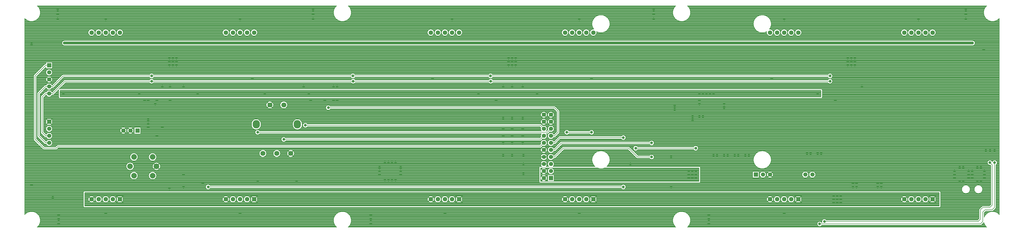
<source format=gbl>
G04 DipTrace 2.4.0.2*
%INsensorclock.GBL*%
%MOMM*%
%ADD13C,0.2*%
%ADD14C,0.3*%
%ADD16C,1.0*%
%ADD18R,1.5X1.5*%
%ADD19C,1.5*%
%ADD29C,1.6*%
%ADD34C,1.8*%
%ADD35O,2.6X3.0*%
%ADD43C,2.0*%
%FSLAX53Y53*%
G04*
G71*
G90*
G75*
G01*
%LNBottom*%
%LPD*%
X352050Y77749D2*
D16*
X250079D1*
X239919D1*
X117522D1*
X25650D1*
X236695Y41750D2*
D13*
X236718Y41727D1*
X204287D1*
X201770Y39210D1*
X200500D1*
X236695Y36670D2*
X231615D1*
X228440Y39845D1*
X204945D1*
X201770Y36670D1*
X200500D1*
X120490Y54450D2*
X201770D1*
X203040Y53180D1*
Y45560D1*
X201770Y44290D1*
X200500D1*
X226535Y25875D2*
X77310D1*
X226535Y43655D2*
X203675D1*
X201770Y41750D1*
X200500D1*
X297100Y12540D2*
X354900D1*
X355750Y13390D1*
Y16790D1*
X356600Y17640D1*
X359150D1*
X360000Y18490D1*
Y34640D1*
X298800Y13390D2*
X354050D1*
X354900Y14240D1*
Y17640D1*
X355750Y18490D1*
X358300D1*
X359150Y19340D1*
Y33790D1*
X358300Y34640D1*
X200500Y46830D2*
X199230Y45560D1*
X95090D1*
X197960Y46830D2*
X196690Y48100D1*
X112235D1*
X197960Y44290D2*
X196690Y43020D1*
X104495D1*
X56990Y65880D2*
X129320D1*
X178822D1*
X300830D1*
X56990D2*
X25240D1*
X21430Y62070D1*
X20160D1*
X18890D1*
X16350Y59530D1*
Y44290D1*
X18890Y41750D1*
X20160D1*
X56990Y63975D2*
X129410D1*
X178867D1*
X300830D1*
X56990D2*
X25875D1*
X21430Y59530D1*
X20160D1*
X18890D1*
X17620Y58260D1*
Y45560D1*
X18890Y44290D1*
X20160D1*
X129410Y63975D2*
D3*
X197960Y41750D2*
X196690Y40480D1*
X23335D1*
X22700Y39845D1*
X18255D1*
X15080Y43020D1*
Y65880D1*
X18890Y69690D1*
X20160D1*
X230980Y39845D2*
X252570D1*
X215105Y45560D2*
X206215D1*
D16*
X25650Y77749D3*
X352050D3*
X117522D3*
X239919D3*
X250079D3*
X236695Y41750D3*
Y36670D3*
X120490Y54450D3*
X226535Y25875D3*
X77310D3*
X226535Y43655D3*
X297100Y12540D3*
X360000Y34640D3*
X298800Y13390D3*
X358300Y34640D3*
X95090Y45560D3*
X112235Y48100D3*
X104495Y43020D3*
X56990Y65880D3*
X178822D3*
D3*
X300830D3*
D3*
X56990D3*
X129320D3*
D3*
X56990Y63975D3*
X178867D3*
D3*
X300830D3*
D3*
X56990D3*
X129410D3*
D3*
X230980Y39845D3*
X252570D3*
X215105Y45560D3*
X206215D3*
X23250Y89690D3*
X115050D3*
X237450D3*
X349650D3*
X23250Y88090D3*
X115050D3*
X237450D3*
X349650D3*
X23250Y86490D3*
X115050D3*
X237450D3*
X349650D3*
X40480Y86200D3*
X88740D3*
X164940D3*
X210660D3*
X284320D3*
X332580D3*
X13810Y77310D3*
X356075Y75405D3*
X63340Y72230D3*
X64610D3*
X65880D3*
X185260D3*
X186530D3*
X187800D3*
X307180D3*
X308450D3*
X309720D3*
X63340Y70960D3*
X64610D3*
X65880D3*
X185260D3*
X186530D3*
X187800D3*
X307180D3*
X308450D3*
X309720D3*
X63340Y69690D3*
X64610D3*
X65880D3*
X185260D3*
X186530D3*
X187800D3*
X307180D3*
X308450D3*
X309720D3*
X93185Y64927D3*
X157955D3*
X215105D3*
X279875D3*
X68420Y62070D3*
X186530D3*
X190340D3*
X312260D3*
X25240Y59530D3*
X52545D3*
X73500D3*
X97630D3*
X113505D3*
X174465D3*
X195540D3*
X253840D3*
X255110D3*
X256380D3*
X257650D3*
X258920D3*
X296385D3*
X58260Y55720D3*
X180815Y56990D3*
X253840D3*
X262730Y55720D3*
X302735Y56990D3*
X253840Y55720D3*
X262730Y54450D3*
X244950Y55085D3*
X251459Y51275D3*
X253840D3*
X255110D3*
X186530Y50640D3*
X251459Y50005D3*
X55720Y47465D3*
X60800D3*
X58895Y44290D3*
X356800Y39040D3*
X358400D3*
X360000D3*
X292575Y37940D3*
X293845D3*
X296385D3*
X297655D3*
X186530Y37305D3*
X258920D3*
X260190D3*
X262730D3*
X264000D3*
X266540D3*
X267810D3*
X270350D3*
X271620D3*
X243680Y36670D3*
X140810Y34765D3*
X142080D3*
X143350D3*
X144620D3*
X138905Y32860D3*
X146525D3*
X347465D3*
X348735D3*
X353815D3*
X355085D3*
X138905Y31590D3*
X146525D3*
X250030D3*
X251300D3*
X252570D3*
X345560D3*
X350640D3*
X351910D3*
X356355D3*
X138905Y30320D3*
X146525D3*
X250030D3*
X251300D3*
X252570D3*
X345560D3*
X350640D3*
X351910D3*
X356355D3*
X250030Y29050D3*
X251300D3*
X252570D3*
X345560D3*
X350640D3*
X351910D3*
X356355D3*
X140810Y28415D3*
X142080D3*
X143350D3*
X144620D3*
X347465Y27780D3*
X348735D3*
X353815D3*
X355085D3*
X309085Y27145D3*
X310355D3*
X317975D3*
X319245D3*
X13810Y26510D3*
X243680Y25875D3*
X309085D3*
X310355D3*
X317975D3*
X319245D3*
X302100Y22700D3*
X303370D3*
X304640D3*
X302100Y21430D3*
X303370D3*
X304640D3*
X302100Y20160D3*
X303370D3*
X304640D3*
X40480Y16350D3*
X88740D3*
X162400D3*
X210660D3*
X284320D3*
X23550Y15740D3*
X135750D3*
X257300D3*
X23550Y14140D3*
X135750D3*
X257300D3*
X23550Y12540D3*
X135750D3*
X257300D3*
X244950Y53815D3*
X63340Y25240D3*
X75405Y27145D3*
X54450Y56990D3*
X55720D3*
X58895D3*
X60800Y62070D3*
X55720Y50005D3*
Y48735D3*
X68420Y25875D3*
X95090Y27780D3*
X122395Y62070D3*
X68420Y30320D3*
X123665Y62070D3*
X122395Y56990D3*
X123665D3*
X119220D3*
X111600Y62070D3*
X114140Y56990D3*
X229075Y34130D3*
X109060Y27780D3*
X21430Y22065D3*
X183355Y46830D3*
X63657Y62070D3*
Y56990D3*
X183355Y62070D3*
Y50640D3*
X190340D3*
X183355Y37305D3*
X190657D3*
Y34130D3*
Y30637D3*
X186530Y46830D3*
X190340D3*
Y44290D3*
Y41750D3*
X186530D3*
Y44290D3*
X183355D3*
Y41750D3*
X32980Y23673D2*
D13*
X340079D1*
X32980Y23477D2*
X340079D1*
X32980Y23280D2*
X340079D1*
X32980Y23083D2*
X340079D1*
X32980Y22887D2*
X340079D1*
X32980Y22690D2*
X340079D1*
X32980Y22493D2*
X34807D1*
X35994D2*
X37348D1*
X38532D2*
X39888D1*
X41072D2*
X42426D1*
X43613D2*
X44382D1*
X46738D2*
X83067D1*
X84253D2*
X85607D1*
X86794D2*
X88148D1*
X89332D2*
X90688D1*
X91872D2*
X92642D1*
X94997D2*
X156726D1*
X157913D2*
X159267D1*
X160453D2*
X161807D1*
X162994D2*
X164348D1*
X165532D2*
X166301D1*
X168657D2*
X204988D1*
X206172D2*
X207526D1*
X208713D2*
X210067D1*
X211253D2*
X212607D1*
X213794D2*
X214563D1*
X216919D2*
X278648D1*
X279832D2*
X281188D1*
X282372D2*
X283726D1*
X284913D2*
X286267D1*
X287453D2*
X288223D1*
X290578D2*
X326907D1*
X328094D2*
X329448D1*
X330632D2*
X331988D1*
X333172D2*
X334526D1*
X335713D2*
X336482D1*
X338838D2*
X340079D1*
X32980Y22297D2*
X34538D1*
X36260D2*
X37079D1*
X38800D2*
X39620D1*
X41341D2*
X42160D1*
X43882D2*
X44382D1*
X46738D2*
X82798D1*
X84522D2*
X85338D1*
X87060D2*
X87879D1*
X89600D2*
X90420D1*
X92141D2*
X92642D1*
X94997D2*
X156460D1*
X158182D2*
X158998D1*
X160722D2*
X161538D1*
X163260D2*
X164079D1*
X165800D2*
X166301D1*
X168657D2*
X204720D1*
X206441D2*
X207260D1*
X208982D2*
X209798D1*
X211522D2*
X212338D1*
X214060D2*
X214563D1*
X216919D2*
X278379D1*
X280100D2*
X280920D1*
X282641D2*
X283460D1*
X285182D2*
X285998D1*
X287722D2*
X288223D1*
X290578D2*
X326638D1*
X328360D2*
X329179D1*
X330900D2*
X331720D1*
X333441D2*
X334260D1*
X335982D2*
X336482D1*
X338838D2*
X340079D1*
X32980Y22100D2*
X34376D1*
X36425D2*
X36917D1*
X38966D2*
X39454D1*
X41503D2*
X41995D1*
X44044D2*
X44382D1*
X46738D2*
X82635D1*
X84685D2*
X85176D1*
X87225D2*
X87717D1*
X89766D2*
X90254D1*
X92303D2*
X92642D1*
X94997D2*
X156295D1*
X158344D2*
X158835D1*
X160885D2*
X161376D1*
X163425D2*
X163917D1*
X165966D2*
X166301D1*
X168657D2*
X204554D1*
X206603D2*
X207095D1*
X209144D2*
X209635D1*
X211685D2*
X212176D1*
X214225D2*
X214563D1*
X216919D2*
X278217D1*
X280266D2*
X280754D1*
X282803D2*
X283295D1*
X285344D2*
X285835D1*
X287885D2*
X288223D1*
X290578D2*
X326476D1*
X328525D2*
X329017D1*
X331066D2*
X331554D1*
X333603D2*
X334095D1*
X336144D2*
X336482D1*
X338838D2*
X340079D1*
X32980Y21903D2*
X34270D1*
X36532D2*
X36810D1*
X39072D2*
X39348D1*
X41610D2*
X41888D1*
X44150D2*
X44382D1*
X46738D2*
X82529D1*
X84791D2*
X85070D1*
X87332D2*
X87610D1*
X89872D2*
X90148D1*
X92410D2*
X92642D1*
X94997D2*
X156188D1*
X158450D2*
X158729D1*
X160991D2*
X161270D1*
X163532D2*
X163810D1*
X166072D2*
X166301D1*
X168657D2*
X204448D1*
X206710D2*
X206988D1*
X209250D2*
X209529D1*
X211791D2*
X212070D1*
X214332D2*
X214563D1*
X216919D2*
X278110D1*
X280372D2*
X280648D1*
X282910D2*
X283188D1*
X285450D2*
X285729D1*
X287991D2*
X288223D1*
X290578D2*
X326370D1*
X328632D2*
X328910D1*
X331172D2*
X331448D1*
X333710D2*
X333988D1*
X336250D2*
X336482D1*
X338838D2*
X340079D1*
X32980Y21707D2*
X34204D1*
X36594D2*
X36745D1*
X39135D2*
X39285D1*
X41675D2*
X41826D1*
X44216D2*
X44382D1*
X46738D2*
X82463D1*
X84857D2*
X85004D1*
X87394D2*
X87545D1*
X89935D2*
X90085D1*
X92475D2*
X92642D1*
X94997D2*
X156126D1*
X158516D2*
X158663D1*
X161057D2*
X161204D1*
X163594D2*
X163745D1*
X166135D2*
X166301D1*
X168657D2*
X204385D1*
X206775D2*
X206926D1*
X209316D2*
X209463D1*
X211857D2*
X212004D1*
X214394D2*
X214563D1*
X216919D2*
X278045D1*
X280435D2*
X280585D1*
X282975D2*
X283126D1*
X285516D2*
X285663D1*
X288057D2*
X288223D1*
X290578D2*
X326304D1*
X328694D2*
X328845D1*
X331235D2*
X331385D1*
X333775D2*
X333926D1*
X336316D2*
X336482D1*
X338838D2*
X340079D1*
X32980Y21510D2*
X34176D1*
X36625D2*
X36713D1*
X39166D2*
X39254D1*
X41707D2*
X41794D1*
X44244D2*
X44382D1*
X46738D2*
X82435D1*
X84885D2*
X84976D1*
X87425D2*
X87513D1*
X89966D2*
X90054D1*
X92507D2*
X92642D1*
X94997D2*
X156095D1*
X158544D2*
X158634D1*
X161085D2*
X161176D1*
X163625D2*
X163713D1*
X166166D2*
X166301D1*
X168657D2*
X204354D1*
X206807D2*
X206894D1*
X209344D2*
X209434D1*
X211885D2*
X211976D1*
X214425D2*
X214563D1*
X216919D2*
X278013D1*
X280466D2*
X280554D1*
X283007D2*
X283094D1*
X285544D2*
X285634D1*
X288085D2*
X288225D1*
X290578D2*
X326276D1*
X328725D2*
X328813D1*
X331266D2*
X331354D1*
X333807D2*
X333894D1*
X336344D2*
X336482D1*
X338838D2*
X340079D1*
X32980Y21313D2*
X34179D1*
X36622D2*
X36718D1*
X39163D2*
X39257D1*
X41703D2*
X41799D1*
X44241D2*
X44382D1*
X46738D2*
X82438D1*
X84882D2*
X84975D1*
X87422D2*
X87518D1*
X89963D2*
X90057D1*
X92503D2*
X92642D1*
X94997D2*
X156098D1*
X158541D2*
X158638D1*
X161082D2*
X161175D1*
X163622D2*
X163718D1*
X166163D2*
X166301D1*
X168657D2*
X204357D1*
X206803D2*
X206899D1*
X209341D2*
X209438D1*
X211882D2*
X211975D1*
X214422D2*
X214563D1*
X216919D2*
X278017D1*
X280463D2*
X280557D1*
X283003D2*
X283099D1*
X285541D2*
X285638D1*
X288082D2*
X288224D1*
X290578D2*
X326279D1*
X328722D2*
X328818D1*
X331263D2*
X331357D1*
X333803D2*
X333899D1*
X336341D2*
X336482D1*
X338838D2*
X340079D1*
X32980Y21117D2*
X34213D1*
X36588D2*
X36754D1*
X39125D2*
X39295D1*
X41666D2*
X41832D1*
X44207D2*
X44382D1*
X46738D2*
X82473D1*
X84847D2*
X85013D1*
X87388D2*
X87554D1*
X89925D2*
X90095D1*
X92466D2*
X92642D1*
X94997D2*
X156132D1*
X158507D2*
X158673D1*
X161047D2*
X161213D1*
X163588D2*
X163754D1*
X166125D2*
X166301D1*
X168657D2*
X204395D1*
X206766D2*
X206932D1*
X209307D2*
X209473D1*
X211847D2*
X212013D1*
X214388D2*
X214563D1*
X216919D2*
X278054D1*
X280425D2*
X280595D1*
X282966D2*
X283132D1*
X285507D2*
X285673D1*
X288047D2*
X288223D1*
X290578D2*
X326313D1*
X328688D2*
X328854D1*
X331225D2*
X331395D1*
X333766D2*
X333932D1*
X336307D2*
X336482D1*
X338838D2*
X340079D1*
X32980Y20920D2*
X34285D1*
X36516D2*
X36826D1*
X39053D2*
X39367D1*
X41594D2*
X41904D1*
X44135D2*
X44382D1*
X46738D2*
X82545D1*
X84775D2*
X85085D1*
X87316D2*
X87626D1*
X89853D2*
X90167D1*
X92394D2*
X92642D1*
X94997D2*
X156204D1*
X158435D2*
X158745D1*
X160975D2*
X161285D1*
X163516D2*
X163826D1*
X166053D2*
X166301D1*
X168657D2*
X204467D1*
X206694D2*
X207004D1*
X209235D2*
X209545D1*
X211775D2*
X212085D1*
X214316D2*
X214563D1*
X216919D2*
X278126D1*
X280353D2*
X280667D1*
X282894D2*
X283204D1*
X285435D2*
X285745D1*
X287975D2*
X288223D1*
X290578D2*
X326385D1*
X328616D2*
X328926D1*
X331153D2*
X331467D1*
X333694D2*
X334004D1*
X336235D2*
X336482D1*
X338838D2*
X340079D1*
X32980Y20723D2*
X34401D1*
X36400D2*
X36942D1*
X38938D2*
X39482D1*
X41478D2*
X42020D1*
X44019D2*
X44382D1*
X46738D2*
X82660D1*
X84660D2*
X85201D1*
X87200D2*
X87742D1*
X89738D2*
X90282D1*
X92278D2*
X92642D1*
X94997D2*
X156320D1*
X158319D2*
X158860D1*
X160860D2*
X161401D1*
X163400D2*
X163942D1*
X165938D2*
X166301D1*
X168657D2*
X204582D1*
X206578D2*
X207120D1*
X209119D2*
X209660D1*
X211660D2*
X212201D1*
X214200D2*
X214563D1*
X216919D2*
X278242D1*
X280238D2*
X280782D1*
X282778D2*
X283320D1*
X285319D2*
X285860D1*
X287860D2*
X288223D1*
X290578D2*
X326501D1*
X328500D2*
X329042D1*
X331038D2*
X331582D1*
X333578D2*
X334120D1*
X336119D2*
X336482D1*
X338838D2*
X340079D1*
X32980Y20527D2*
X34579D1*
X36222D2*
X37120D1*
X38763D2*
X39657D1*
X41300D2*
X42198D1*
X43841D2*
X44382D1*
X46738D2*
X82838D1*
X84482D2*
X85379D1*
X87022D2*
X87920D1*
X89563D2*
X90457D1*
X92100D2*
X92642D1*
X94997D2*
X156498D1*
X158141D2*
X159038D1*
X160682D2*
X161579D1*
X163222D2*
X164120D1*
X165763D2*
X166301D1*
X168657D2*
X204757D1*
X206400D2*
X207298D1*
X208941D2*
X209838D1*
X211482D2*
X212379D1*
X214022D2*
X214563D1*
X216919D2*
X278420D1*
X280063D2*
X280957D1*
X282600D2*
X283498D1*
X285141D2*
X286038D1*
X287682D2*
X288223D1*
X290578D2*
X326679D1*
X328322D2*
X329220D1*
X330863D2*
X331757D1*
X333400D2*
X334298D1*
X335941D2*
X336482D1*
X338838D2*
X340079D1*
X32980Y20330D2*
X34882D1*
X35919D2*
X37423D1*
X38460D2*
X39960D1*
X40997D2*
X42501D1*
X43538D2*
X44382D1*
X46738D2*
X83142D1*
X84178D2*
X85682D1*
X86719D2*
X88223D1*
X89260D2*
X90760D1*
X91797D2*
X92642D1*
X94997D2*
X156801D1*
X157838D2*
X159342D1*
X160378D2*
X161882D1*
X162919D2*
X164423D1*
X165460D2*
X166301D1*
X168657D2*
X205060D1*
X206097D2*
X207601D1*
X208638D2*
X210142D1*
X211178D2*
X212682D1*
X213719D2*
X214563D1*
X216919D2*
X278723D1*
X279760D2*
X281260D1*
X282297D2*
X283801D1*
X284838D2*
X286342D1*
X287378D2*
X288223D1*
X290578D2*
X326982D1*
X328019D2*
X329523D1*
X330560D2*
X332060D1*
X333097D2*
X334601D1*
X335638D2*
X336482D1*
X338838D2*
X340079D1*
X32980Y20133D2*
X340079D1*
X32980Y19937D2*
X340079D1*
X32980Y19740D2*
X340079D1*
X32980Y19543D2*
X340079D1*
X32980Y19347D2*
X340079D1*
X32980Y19150D2*
X340079D1*
X336522Y22588D2*
X338818D1*
Y20272D1*
X336502D1*
Y22588D1*
X336522D1*
X336324Y21330D2*
X336291Y21133D1*
X336226Y20944D1*
X336131Y20769D1*
X336008Y20611D1*
X335861Y20476D1*
X335693Y20367D1*
X335510Y20287D1*
X335317Y20238D1*
X335118Y20222D1*
X334918Y20239D1*
X334725Y20288D1*
X334542Y20369D1*
X334375Y20479D1*
X334229Y20615D1*
X334106Y20773D1*
X334012Y20949D1*
X333948Y21138D1*
X333916Y21335D1*
X333917Y21535D1*
X333950Y21732D1*
X334016Y21920D1*
X334112Y22096D1*
X334235Y22253D1*
X334383Y22387D1*
X334551Y22496D1*
X334734Y22575D1*
X334928Y22623D1*
X335127Y22638D1*
X335326Y22620D1*
X335520Y22570D1*
X335702Y22488D1*
X335869Y22378D1*
X336015Y22242D1*
X336136Y22083D1*
X336230Y21907D1*
X336293Y21717D1*
X336325Y21520D1*
X336324Y21330D1*
X333784D2*
X333751Y21133D1*
X333686Y20944D1*
X333591Y20769D1*
X333468Y20611D1*
X333321Y20476D1*
X333153Y20367D1*
X332970Y20287D1*
X332777Y20238D1*
X332578Y20222D1*
X332378Y20239D1*
X332185Y20288D1*
X332002Y20369D1*
X331835Y20479D1*
X331689Y20615D1*
X331566Y20773D1*
X331472Y20949D1*
X331408Y21138D1*
X331376Y21335D1*
X331377Y21535D1*
X331410Y21732D1*
X331476Y21920D1*
X331572Y22096D1*
X331695Y22253D1*
X331843Y22387D1*
X332011Y22496D1*
X332194Y22575D1*
X332388Y22623D1*
X332587Y22638D1*
X332786Y22620D1*
X332980Y22570D1*
X333162Y22488D1*
X333329Y22378D1*
X333475Y22242D1*
X333596Y22083D1*
X333690Y21907D1*
X333753Y21717D1*
X333785Y21520D1*
X333784Y21330D1*
X331244D2*
X331211Y21133D1*
X331146Y20944D1*
X331051Y20769D1*
X330928Y20611D1*
X330781Y20476D1*
X330613Y20367D1*
X330430Y20287D1*
X330237Y20238D1*
X330038Y20222D1*
X329838Y20239D1*
X329645Y20288D1*
X329462Y20369D1*
X329295Y20479D1*
X329149Y20615D1*
X329026Y20773D1*
X328932Y20949D1*
X328868Y21138D1*
X328836Y21335D1*
X328837Y21535D1*
X328870Y21732D1*
X328936Y21920D1*
X329032Y22096D1*
X329155Y22253D1*
X329303Y22387D1*
X329471Y22496D1*
X329654Y22575D1*
X329848Y22623D1*
X330047Y22638D1*
X330246Y22620D1*
X330440Y22570D1*
X330622Y22488D1*
X330789Y22378D1*
X330935Y22242D1*
X331056Y22083D1*
X331150Y21907D1*
X331213Y21717D1*
X331245Y21520D1*
X331244Y21330D1*
X328708Y21410D2*
X328695Y21251D1*
X328660Y21094D1*
X328606Y20944D1*
X328532Y20802D1*
X328440Y20672D1*
X328332Y20554D1*
X328209Y20452D1*
X328073Y20367D1*
X327928Y20300D1*
X327775Y20254D1*
X327617Y20228D1*
X327458Y20223D1*
X327298Y20239D1*
X327143Y20276D1*
X326994Y20333D1*
X326853Y20410D1*
X326724Y20504D1*
X326609Y20615D1*
X326509Y20739D1*
X326426Y20876D1*
X326363Y21023D1*
X326319Y21177D1*
X326296Y21335D1*
X326294Y21495D1*
X326313Y21654D1*
X326353Y21808D1*
X326413Y21957D1*
X326492Y22096D1*
X326589Y22223D1*
X326701Y22336D1*
X326828Y22434D1*
X326967Y22514D1*
X327114Y22575D1*
X327269Y22616D1*
X327427Y22636D1*
X327587Y22635D1*
X327746Y22613D1*
X327900Y22570D1*
X328047Y22507D1*
X328184Y22426D1*
X328310Y22326D1*
X328421Y22212D1*
X328516Y22083D1*
X328594Y21943D1*
X328652Y21794D1*
X328690Y21639D1*
X328707Y21480D1*
X328708Y21410D1*
X288262Y22588D2*
X290558D1*
Y20272D1*
X288242D1*
Y22588D1*
X288262D1*
X288064Y21330D2*
X288031Y21133D1*
X287966Y20944D1*
X287871Y20769D1*
X287748Y20611D1*
X287601Y20476D1*
X287433Y20367D1*
X287250Y20287D1*
X287057Y20238D1*
X286858Y20222D1*
X286658Y20239D1*
X286465Y20288D1*
X286282Y20369D1*
X286115Y20479D1*
X285969Y20615D1*
X285846Y20773D1*
X285752Y20949D1*
X285688Y21138D1*
X285656Y21335D1*
X285657Y21535D1*
X285690Y21732D1*
X285756Y21920D1*
X285852Y22096D1*
X285975Y22253D1*
X286123Y22387D1*
X286291Y22496D1*
X286474Y22575D1*
X286668Y22623D1*
X286867Y22638D1*
X287066Y22620D1*
X287260Y22570D1*
X287442Y22488D1*
X287609Y22378D1*
X287755Y22242D1*
X287876Y22083D1*
X287970Y21907D1*
X288033Y21717D1*
X288065Y21520D1*
X288064Y21330D1*
X285524D2*
X285491Y21133D1*
X285426Y20944D1*
X285331Y20769D1*
X285208Y20611D1*
X285061Y20476D1*
X284893Y20367D1*
X284710Y20287D1*
X284517Y20238D1*
X284318Y20222D1*
X284118Y20239D1*
X283925Y20288D1*
X283742Y20369D1*
X283575Y20479D1*
X283429Y20615D1*
X283306Y20773D1*
X283212Y20949D1*
X283148Y21138D1*
X283116Y21335D1*
X283117Y21535D1*
X283150Y21732D1*
X283216Y21920D1*
X283312Y22096D1*
X283435Y22253D1*
X283583Y22387D1*
X283751Y22496D1*
X283934Y22575D1*
X284128Y22623D1*
X284327Y22638D1*
X284526Y22620D1*
X284720Y22570D1*
X284902Y22488D1*
X285069Y22378D1*
X285215Y22242D1*
X285336Y22083D1*
X285430Y21907D1*
X285493Y21717D1*
X285525Y21520D1*
X285524Y21330D1*
X282984D2*
X282951Y21133D1*
X282886Y20944D1*
X282791Y20769D1*
X282668Y20611D1*
X282521Y20476D1*
X282353Y20367D1*
X282170Y20287D1*
X281977Y20238D1*
X281778Y20222D1*
X281578Y20239D1*
X281385Y20288D1*
X281202Y20369D1*
X281035Y20479D1*
X280889Y20615D1*
X280766Y20773D1*
X280672Y20949D1*
X280608Y21138D1*
X280576Y21335D1*
X280577Y21535D1*
X280610Y21732D1*
X280676Y21920D1*
X280772Y22096D1*
X280895Y22253D1*
X281043Y22387D1*
X281211Y22496D1*
X281394Y22575D1*
X281588Y22623D1*
X281787Y22638D1*
X281986Y22620D1*
X282180Y22570D1*
X282362Y22488D1*
X282529Y22378D1*
X282675Y22242D1*
X282796Y22083D1*
X282890Y21907D1*
X282953Y21717D1*
X282985Y21520D1*
X282984Y21330D1*
X280448Y21410D2*
X280435Y21251D1*
X280400Y21094D1*
X280346Y20944D1*
X280272Y20802D1*
X280180Y20672D1*
X280072Y20554D1*
X279949Y20452D1*
X279813Y20367D1*
X279668Y20300D1*
X279515Y20254D1*
X279357Y20228D1*
X279198Y20223D1*
X279038Y20239D1*
X278883Y20276D1*
X278734Y20333D1*
X278593Y20410D1*
X278464Y20504D1*
X278349Y20615D1*
X278249Y20739D1*
X278166Y20876D1*
X278103Y21023D1*
X278059Y21177D1*
X278036Y21335D1*
X278034Y21495D1*
X278053Y21654D1*
X278093Y21808D1*
X278153Y21957D1*
X278232Y22096D1*
X278329Y22223D1*
X278441Y22336D1*
X278568Y22434D1*
X278707Y22514D1*
X278854Y22575D1*
X279009Y22616D1*
X279167Y22636D1*
X279327Y22635D1*
X279486Y22613D1*
X279640Y22570D1*
X279787Y22507D1*
X279924Y22426D1*
X280050Y22326D1*
X280161Y22212D1*
X280256Y22083D1*
X280334Y21943D1*
X280392Y21794D1*
X280430Y21639D1*
X280447Y21480D1*
X280448Y21410D1*
X214602Y22588D2*
X216898D1*
Y20272D1*
X214582D1*
Y22588D1*
X214602D1*
X214404Y21330D2*
X214371Y21133D1*
X214306Y20944D1*
X214211Y20769D1*
X214088Y20611D1*
X213941Y20476D1*
X213773Y20367D1*
X213590Y20287D1*
X213397Y20238D1*
X213198Y20222D1*
X212998Y20239D1*
X212805Y20288D1*
X212622Y20369D1*
X212455Y20479D1*
X212309Y20615D1*
X212186Y20773D1*
X212092Y20949D1*
X212028Y21138D1*
X211996Y21335D1*
X211997Y21535D1*
X212030Y21732D1*
X212096Y21920D1*
X212192Y22096D1*
X212315Y22253D1*
X212463Y22387D1*
X212631Y22496D1*
X212814Y22575D1*
X213008Y22623D1*
X213207Y22638D1*
X213406Y22620D1*
X213600Y22570D1*
X213782Y22488D1*
X213949Y22378D1*
X214095Y22242D1*
X214216Y22083D1*
X214310Y21907D1*
X214373Y21717D1*
X214405Y21520D1*
X214404Y21330D1*
X211864D2*
X211831Y21133D1*
X211766Y20944D1*
X211671Y20769D1*
X211548Y20611D1*
X211401Y20476D1*
X211233Y20367D1*
X211050Y20287D1*
X210857Y20238D1*
X210658Y20222D1*
X210458Y20239D1*
X210265Y20288D1*
X210082Y20369D1*
X209915Y20479D1*
X209769Y20615D1*
X209646Y20773D1*
X209552Y20949D1*
X209488Y21138D1*
X209456Y21335D1*
X209457Y21535D1*
X209490Y21732D1*
X209556Y21920D1*
X209652Y22096D1*
X209775Y22253D1*
X209923Y22387D1*
X210091Y22496D1*
X210274Y22575D1*
X210468Y22623D1*
X210667Y22638D1*
X210866Y22620D1*
X211060Y22570D1*
X211242Y22488D1*
X211409Y22378D1*
X211555Y22242D1*
X211676Y22083D1*
X211770Y21907D1*
X211833Y21717D1*
X211865Y21520D1*
X211864Y21330D1*
X209324D2*
X209291Y21133D1*
X209226Y20944D1*
X209131Y20769D1*
X209008Y20611D1*
X208861Y20476D1*
X208693Y20367D1*
X208510Y20287D1*
X208317Y20238D1*
X208118Y20222D1*
X207918Y20239D1*
X207725Y20288D1*
X207542Y20369D1*
X207375Y20479D1*
X207229Y20615D1*
X207106Y20773D1*
X207012Y20949D1*
X206948Y21138D1*
X206916Y21335D1*
X206917Y21535D1*
X206950Y21732D1*
X207016Y21920D1*
X207112Y22096D1*
X207235Y22253D1*
X207383Y22387D1*
X207551Y22496D1*
X207734Y22575D1*
X207928Y22623D1*
X208127Y22638D1*
X208326Y22620D1*
X208520Y22570D1*
X208702Y22488D1*
X208869Y22378D1*
X209015Y22242D1*
X209136Y22083D1*
X209230Y21907D1*
X209293Y21717D1*
X209325Y21520D1*
X209324Y21330D1*
X206788Y21410D2*
X206775Y21251D1*
X206740Y21094D1*
X206686Y20944D1*
X206612Y20802D1*
X206520Y20672D1*
X206412Y20554D1*
X206289Y20452D1*
X206153Y20367D1*
X206008Y20300D1*
X205855Y20254D1*
X205697Y20228D1*
X205538Y20223D1*
X205378Y20239D1*
X205223Y20276D1*
X205074Y20333D1*
X204933Y20410D1*
X204804Y20504D1*
X204689Y20615D1*
X204589Y20739D1*
X204506Y20876D1*
X204443Y21023D1*
X204399Y21177D1*
X204376Y21335D1*
X204374Y21495D1*
X204393Y21654D1*
X204433Y21808D1*
X204493Y21957D1*
X204572Y22096D1*
X204669Y22223D1*
X204781Y22336D1*
X204908Y22434D1*
X205047Y22514D1*
X205194Y22575D1*
X205349Y22616D1*
X205507Y22636D1*
X205667Y22635D1*
X205826Y22613D1*
X205980Y22570D1*
X206127Y22507D1*
X206264Y22426D1*
X206390Y22326D1*
X206501Y22212D1*
X206596Y22083D1*
X206674Y21943D1*
X206732Y21794D1*
X206770Y21639D1*
X206787Y21480D1*
X206788Y21410D1*
X166342Y22588D2*
X168638D1*
Y20272D1*
X166322D1*
Y22588D1*
X166342D1*
X166144Y21330D2*
X166111Y21133D1*
X166046Y20944D1*
X165951Y20769D1*
X165828Y20611D1*
X165681Y20476D1*
X165513Y20367D1*
X165330Y20287D1*
X165137Y20238D1*
X164938Y20222D1*
X164738Y20239D1*
X164545Y20288D1*
X164362Y20369D1*
X164195Y20479D1*
X164049Y20615D1*
X163926Y20773D1*
X163832Y20949D1*
X163768Y21138D1*
X163736Y21335D1*
X163737Y21535D1*
X163770Y21732D1*
X163836Y21920D1*
X163932Y22096D1*
X164055Y22253D1*
X164203Y22387D1*
X164371Y22496D1*
X164554Y22575D1*
X164748Y22623D1*
X164947Y22638D1*
X165146Y22620D1*
X165340Y22570D1*
X165522Y22488D1*
X165689Y22378D1*
X165835Y22242D1*
X165956Y22083D1*
X166050Y21907D1*
X166113Y21717D1*
X166145Y21520D1*
X166144Y21330D1*
X163604D2*
X163571Y21133D1*
X163506Y20944D1*
X163411Y20769D1*
X163288Y20611D1*
X163141Y20476D1*
X162973Y20367D1*
X162790Y20287D1*
X162597Y20238D1*
X162398Y20222D1*
X162198Y20239D1*
X162005Y20288D1*
X161822Y20369D1*
X161655Y20479D1*
X161509Y20615D1*
X161386Y20773D1*
X161292Y20949D1*
X161228Y21138D1*
X161196Y21335D1*
X161197Y21535D1*
X161230Y21732D1*
X161296Y21920D1*
X161392Y22096D1*
X161515Y22253D1*
X161663Y22387D1*
X161831Y22496D1*
X162014Y22575D1*
X162208Y22623D1*
X162407Y22638D1*
X162606Y22620D1*
X162800Y22570D1*
X162982Y22488D1*
X163149Y22378D1*
X163295Y22242D1*
X163416Y22083D1*
X163510Y21907D1*
X163573Y21717D1*
X163605Y21520D1*
X163604Y21330D1*
X161064D2*
X161031Y21133D1*
X160966Y20944D1*
X160871Y20769D1*
X160748Y20611D1*
X160601Y20476D1*
X160433Y20367D1*
X160250Y20287D1*
X160057Y20238D1*
X159858Y20222D1*
X159658Y20239D1*
X159465Y20288D1*
X159282Y20369D1*
X159115Y20479D1*
X158969Y20615D1*
X158846Y20773D1*
X158752Y20949D1*
X158688Y21138D1*
X158656Y21335D1*
X158657Y21535D1*
X158690Y21732D1*
X158756Y21920D1*
X158852Y22096D1*
X158975Y22253D1*
X159123Y22387D1*
X159291Y22496D1*
X159474Y22575D1*
X159668Y22623D1*
X159867Y22638D1*
X160066Y22620D1*
X160260Y22570D1*
X160442Y22488D1*
X160609Y22378D1*
X160755Y22242D1*
X160876Y22083D1*
X160970Y21907D1*
X161033Y21717D1*
X161065Y21520D1*
X161064Y21330D1*
X158528Y21410D2*
X158515Y21251D1*
X158480Y21094D1*
X158426Y20944D1*
X158352Y20802D1*
X158260Y20672D1*
X158152Y20554D1*
X158029Y20452D1*
X157893Y20367D1*
X157748Y20300D1*
X157595Y20254D1*
X157437Y20228D1*
X157278Y20223D1*
X157118Y20239D1*
X156963Y20276D1*
X156814Y20333D1*
X156673Y20410D1*
X156544Y20504D1*
X156429Y20615D1*
X156329Y20739D1*
X156246Y20876D1*
X156183Y21023D1*
X156139Y21177D1*
X156116Y21335D1*
X156114Y21495D1*
X156133Y21654D1*
X156173Y21808D1*
X156233Y21957D1*
X156312Y22096D1*
X156409Y22223D1*
X156521Y22336D1*
X156648Y22434D1*
X156787Y22514D1*
X156934Y22575D1*
X157089Y22616D1*
X157247Y22636D1*
X157407Y22635D1*
X157566Y22613D1*
X157720Y22570D1*
X157867Y22507D1*
X158004Y22426D1*
X158130Y22326D1*
X158241Y22212D1*
X158336Y22083D1*
X158414Y21943D1*
X158472Y21794D1*
X158510Y21639D1*
X158527Y21480D1*
X158528Y21410D1*
X92682Y22588D2*
X94978D1*
Y20272D1*
X92662D1*
Y22588D1*
X92682D1*
X92484Y21330D2*
X92451Y21133D1*
X92386Y20944D1*
X92291Y20769D1*
X92168Y20611D1*
X92021Y20476D1*
X91853Y20367D1*
X91670Y20287D1*
X91477Y20238D1*
X91278Y20222D1*
X91078Y20239D1*
X90885Y20288D1*
X90702Y20369D1*
X90535Y20479D1*
X90389Y20615D1*
X90266Y20773D1*
X90172Y20949D1*
X90108Y21138D1*
X90076Y21335D1*
X90077Y21535D1*
X90110Y21732D1*
X90176Y21920D1*
X90272Y22096D1*
X90395Y22253D1*
X90543Y22387D1*
X90711Y22496D1*
X90894Y22575D1*
X91088Y22623D1*
X91287Y22638D1*
X91486Y22620D1*
X91680Y22570D1*
X91862Y22488D1*
X92029Y22378D1*
X92175Y22242D1*
X92296Y22083D1*
X92390Y21907D1*
X92453Y21717D1*
X92485Y21520D1*
X92484Y21330D1*
X89944D2*
X89911Y21133D1*
X89846Y20944D1*
X89751Y20769D1*
X89628Y20611D1*
X89481Y20476D1*
X89313Y20367D1*
X89130Y20287D1*
X88937Y20238D1*
X88738Y20222D1*
X88538Y20239D1*
X88345Y20288D1*
X88162Y20369D1*
X87995Y20479D1*
X87849Y20615D1*
X87726Y20773D1*
X87632Y20949D1*
X87568Y21138D1*
X87536Y21335D1*
X87537Y21535D1*
X87570Y21732D1*
X87636Y21920D1*
X87732Y22096D1*
X87855Y22253D1*
X88003Y22387D1*
X88171Y22496D1*
X88354Y22575D1*
X88548Y22623D1*
X88747Y22638D1*
X88946Y22620D1*
X89140Y22570D1*
X89322Y22488D1*
X89489Y22378D1*
X89635Y22242D1*
X89756Y22083D1*
X89850Y21907D1*
X89913Y21717D1*
X89945Y21520D1*
X89944Y21330D1*
X87404D2*
X87371Y21133D1*
X87306Y20944D1*
X87211Y20769D1*
X87088Y20611D1*
X86941Y20476D1*
X86773Y20367D1*
X86590Y20287D1*
X86397Y20238D1*
X86198Y20222D1*
X85998Y20239D1*
X85805Y20288D1*
X85622Y20369D1*
X85455Y20479D1*
X85309Y20615D1*
X85186Y20773D1*
X85092Y20949D1*
X85028Y21138D1*
X84996Y21335D1*
X84997Y21535D1*
X85030Y21732D1*
X85096Y21920D1*
X85192Y22096D1*
X85315Y22253D1*
X85463Y22387D1*
X85631Y22496D1*
X85814Y22575D1*
X86008Y22623D1*
X86207Y22638D1*
X86406Y22620D1*
X86600Y22570D1*
X86782Y22488D1*
X86949Y22378D1*
X87095Y22242D1*
X87216Y22083D1*
X87310Y21907D1*
X87373Y21717D1*
X87405Y21520D1*
X87404Y21330D1*
X84868Y21410D2*
X84855Y21251D1*
X84820Y21094D1*
X84766Y20944D1*
X84692Y20802D1*
X84600Y20672D1*
X84492Y20554D1*
X84369Y20452D1*
X84233Y20367D1*
X84088Y20300D1*
X83935Y20254D1*
X83777Y20228D1*
X83618Y20223D1*
X83458Y20239D1*
X83303Y20276D1*
X83154Y20333D1*
X83013Y20410D1*
X82884Y20504D1*
X82769Y20615D1*
X82669Y20739D1*
X82586Y20876D1*
X82523Y21023D1*
X82479Y21177D1*
X82456Y21335D1*
X82454Y21495D1*
X82473Y21654D1*
X82513Y21808D1*
X82573Y21957D1*
X82652Y22096D1*
X82749Y22223D1*
X82861Y22336D1*
X82988Y22434D1*
X83127Y22514D1*
X83274Y22575D1*
X83429Y22616D1*
X83587Y22636D1*
X83747Y22635D1*
X83906Y22613D1*
X84060Y22570D1*
X84207Y22507D1*
X84344Y22426D1*
X84470Y22326D1*
X84581Y22212D1*
X84676Y22083D1*
X84754Y21943D1*
X84812Y21794D1*
X84850Y21639D1*
X84867Y21480D1*
X84868Y21410D1*
X44422Y22588D2*
X46718D1*
Y20272D1*
X44402D1*
Y22588D1*
X44422D1*
X44224Y21330D2*
X44191Y21133D1*
X44126Y20944D1*
X44031Y20769D1*
X43908Y20611D1*
X43761Y20476D1*
X43593Y20367D1*
X43410Y20287D1*
X43217Y20238D1*
X43018Y20222D1*
X42818Y20239D1*
X42625Y20288D1*
X42442Y20369D1*
X42275Y20479D1*
X42129Y20615D1*
X42006Y20773D1*
X41912Y20949D1*
X41848Y21138D1*
X41816Y21335D1*
X41817Y21535D1*
X41850Y21732D1*
X41916Y21920D1*
X42012Y22096D1*
X42135Y22253D1*
X42283Y22387D1*
X42451Y22496D1*
X42634Y22575D1*
X42828Y22623D1*
X43027Y22638D1*
X43226Y22620D1*
X43420Y22570D1*
X43602Y22488D1*
X43769Y22378D1*
X43915Y22242D1*
X44036Y22083D1*
X44130Y21907D1*
X44193Y21717D1*
X44225Y21520D1*
X44224Y21330D1*
X41684D2*
X41651Y21133D1*
X41586Y20944D1*
X41491Y20769D1*
X41368Y20611D1*
X41221Y20476D1*
X41053Y20367D1*
X40870Y20287D1*
X40677Y20238D1*
X40478Y20222D1*
X40278Y20239D1*
X40085Y20288D1*
X39902Y20369D1*
X39735Y20479D1*
X39589Y20615D1*
X39466Y20773D1*
X39372Y20949D1*
X39308Y21138D1*
X39276Y21335D1*
X39277Y21535D1*
X39310Y21732D1*
X39376Y21920D1*
X39472Y22096D1*
X39595Y22253D1*
X39743Y22387D1*
X39911Y22496D1*
X40094Y22575D1*
X40288Y22623D1*
X40487Y22638D1*
X40686Y22620D1*
X40880Y22570D1*
X41062Y22488D1*
X41229Y22378D1*
X41375Y22242D1*
X41496Y22083D1*
X41590Y21907D1*
X41653Y21717D1*
X41685Y21520D1*
X41684Y21330D1*
X39144D2*
X39111Y21133D1*
X39046Y20944D1*
X38951Y20769D1*
X38828Y20611D1*
X38681Y20476D1*
X38513Y20367D1*
X38330Y20287D1*
X38137Y20238D1*
X37938Y20222D1*
X37738Y20239D1*
X37545Y20288D1*
X37362Y20369D1*
X37195Y20479D1*
X37049Y20615D1*
X36926Y20773D1*
X36832Y20949D1*
X36768Y21138D1*
X36736Y21335D1*
X36737Y21535D1*
X36770Y21732D1*
X36836Y21920D1*
X36932Y22096D1*
X37055Y22253D1*
X37203Y22387D1*
X37371Y22496D1*
X37554Y22575D1*
X37748Y22623D1*
X37947Y22638D1*
X38146Y22620D1*
X38340Y22570D1*
X38522Y22488D1*
X38689Y22378D1*
X38835Y22242D1*
X38956Y22083D1*
X39050Y21907D1*
X39113Y21717D1*
X39145Y21520D1*
X39144Y21330D1*
X36608Y21410D2*
X36595Y21251D1*
X36560Y21094D1*
X36506Y20944D1*
X36432Y20802D1*
X36340Y20672D1*
X36232Y20554D1*
X36109Y20452D1*
X35973Y20367D1*
X35828Y20300D1*
X35675Y20254D1*
X35517Y20228D1*
X35358Y20223D1*
X35198Y20239D1*
X35043Y20276D1*
X34894Y20333D1*
X34753Y20410D1*
X34624Y20504D1*
X34509Y20615D1*
X34409Y20739D1*
X34326Y20876D1*
X34263Y21023D1*
X34219Y21177D1*
X34196Y21335D1*
X34194Y21495D1*
X34213Y21654D1*
X34253Y21808D1*
X34313Y21957D1*
X34392Y22096D1*
X34489Y22223D1*
X34601Y22336D1*
X34728Y22434D1*
X34867Y22514D1*
X35014Y22575D1*
X35169Y22616D1*
X35327Y22636D1*
X35487Y22635D1*
X35646Y22613D1*
X35800Y22570D1*
X35947Y22507D1*
X36084Y22426D1*
X36210Y22326D1*
X36321Y22212D1*
X36416Y22083D1*
X36494Y21943D1*
X36552Y21794D1*
X36590Y21639D1*
X36607Y21480D1*
X36608Y21410D1*
X33060Y18990D2*
X340100D1*
Y23870D1*
X32960D1*
Y18990D1*
X33060D1*
X336502Y22588D2*
D14*
X338818Y20272D1*
Y22588D2*
X336502Y20272D1*
X326646Y22284D2*
X328354Y20576D1*
Y22284D2*
X326646Y20576D1*
X288242Y22588D2*
X290558Y20272D1*
Y22588D2*
X288242Y20272D1*
X278386Y22284D2*
X280094Y20576D1*
Y22284D2*
X278386Y20576D1*
X214582Y22588D2*
X216898Y20272D1*
Y22588D2*
X214582Y20272D1*
X204726Y22284D2*
X206434Y20576D1*
Y22284D2*
X204726Y20576D1*
X166322Y22588D2*
X168638Y20272D1*
Y22588D2*
X166322Y20272D1*
X156466Y22284D2*
X158174Y20576D1*
Y22284D2*
X156466Y20576D1*
X92662Y22588D2*
X94978Y20272D1*
Y22588D2*
X92662Y20272D1*
X82806Y22284D2*
X84514Y20576D1*
Y22284D2*
X82806Y20576D1*
X44402Y22588D2*
X46718Y20272D1*
Y22588D2*
X44402Y20272D1*
X34546Y22284D2*
X36254Y20576D1*
Y22284D2*
X34546Y20576D1*
X16117Y90983D2*
D13*
X123264D1*
X127876D2*
X245183D1*
X249795D2*
X356945D1*
X16295Y90787D2*
X123086D1*
X128054D2*
X245005D1*
X249973D2*
X356767D1*
X16445Y90590D2*
X122936D1*
X128204D2*
X244855D1*
X250126D2*
X356614D1*
X16573Y90393D2*
X122808D1*
X128332D2*
X244727D1*
X250254D2*
X356486D1*
X16682Y90197D2*
X122698D1*
X128442D2*
X244617D1*
X250363D2*
X356377D1*
X16776Y90000D2*
X122605D1*
X128535D2*
X244527D1*
X250454D2*
X356286D1*
X16851Y89803D2*
X122530D1*
X128610D2*
X244448D1*
X250532D2*
X356208D1*
X16913Y89607D2*
X122467D1*
X128673D2*
X244386D1*
X250595D2*
X356145D1*
X16963Y89410D2*
X122417D1*
X128723D2*
X244339D1*
X250642D2*
X356098D1*
X16998Y89213D2*
X122383D1*
X128757D2*
X244302D1*
X250679D2*
X356061D1*
X17020Y89017D2*
X122358D1*
X128782D2*
X244280D1*
X250701D2*
X356039D1*
X17032Y88820D2*
X122348D1*
X128792D2*
X244267D1*
X250713D2*
X356027D1*
X17032Y88623D2*
X122348D1*
X128792D2*
X244270D1*
X250710D2*
X356030D1*
X17017Y88427D2*
X122361D1*
X128779D2*
X244283D1*
X250698D2*
X356042D1*
X16992Y88230D2*
X122389D1*
X128751D2*
X244308D1*
X250673D2*
X356067D1*
X16954Y88033D2*
X122427D1*
X128713D2*
X244345D1*
X250635D2*
X356105D1*
X16904Y87837D2*
X122477D1*
X128663D2*
X218023D1*
X218957D2*
X244398D1*
X250582D2*
X276023D1*
X276957D2*
X356158D1*
X16838Y87640D2*
X122542D1*
X128598D2*
X217283D1*
X219698D2*
X244461D1*
X250520D2*
X275283D1*
X277698D2*
X356220D1*
X16760Y87443D2*
X122620D1*
X128520D2*
X216877D1*
X220104D2*
X244542D1*
X250438D2*
X274877D1*
X278104D2*
X356302D1*
X16663Y87247D2*
X122717D1*
X128423D2*
X216573D1*
X220407D2*
X244636D1*
X250345D2*
X274573D1*
X278407D2*
X356395D1*
X16551Y87050D2*
X122830D1*
X128310D2*
X216333D1*
X220648D2*
X244748D1*
X250232D2*
X274333D1*
X278648D2*
X356508D1*
X16420Y86853D2*
X122961D1*
X128179D2*
X216130D1*
X220848D2*
X244883D1*
X250098D2*
X274130D1*
X278848D2*
X356642D1*
X16263Y86657D2*
X123117D1*
X128023D2*
X215961D1*
X221020D2*
X245036D1*
X249942D2*
X273961D1*
X279020D2*
X356798D1*
X11390Y86460D2*
X11539D1*
X16079D2*
X123302D1*
X127838D2*
X215817D1*
X221163D2*
X245220D1*
X249760D2*
X273817D1*
X279163D2*
X356980D1*
X361520D2*
X361670D1*
X11390Y86263D2*
X11758D1*
X15860D2*
X123520D1*
X127620D2*
X215695D1*
X221285D2*
X245439D1*
X249542D2*
X273695D1*
X279285D2*
X357198D1*
X361301D2*
X361670D1*
X11390Y86067D2*
X12027D1*
X15595D2*
X123786D1*
X127354D2*
X215589D1*
X221392D2*
X245705D1*
X249273D2*
X273589D1*
X279392D2*
X357467D1*
X361035D2*
X361670D1*
X11390Y85870D2*
X12367D1*
X15251D2*
X124127D1*
X127013D2*
X215502D1*
X221479D2*
X246048D1*
X248932D2*
X273502D1*
X279479D2*
X357808D1*
X360692D2*
X361670D1*
X11390Y85673D2*
X12864D1*
X14754D2*
X124627D1*
X126513D2*
X215430D1*
X221551D2*
X246545D1*
X248435D2*
X273430D1*
X279551D2*
X358305D1*
X360195D2*
X361670D1*
X11390Y85477D2*
X215370D1*
X221607D2*
X273370D1*
X279607D2*
X361670D1*
X11390Y85280D2*
X215327D1*
X221654D2*
X273327D1*
X279654D2*
X361670D1*
X11390Y85083D2*
X215295D1*
X221685D2*
X273295D1*
X279685D2*
X361670D1*
X11390Y84887D2*
X215273D1*
X221704D2*
X273273D1*
X279704D2*
X361670D1*
X11390Y84690D2*
X215267D1*
X221713D2*
X273267D1*
X279713D2*
X361670D1*
X11390Y84493D2*
X215270D1*
X221707D2*
X273270D1*
X279707D2*
X361670D1*
X11390Y84297D2*
X215289D1*
X221692D2*
X273289D1*
X279692D2*
X361670D1*
X11390Y84100D2*
X215317D1*
X221663D2*
X273317D1*
X279663D2*
X361670D1*
X11390Y83903D2*
X215358D1*
X221620D2*
X273358D1*
X279620D2*
X361670D1*
X11390Y83707D2*
X215414D1*
X221567D2*
X273414D1*
X279567D2*
X361670D1*
X11390Y83510D2*
X215483D1*
X221498D2*
X273483D1*
X279498D2*
X361670D1*
X11390Y83313D2*
X215567D1*
X221413D2*
X273567D1*
X279413D2*
X361670D1*
X11390Y83117D2*
X215667D1*
X221313D2*
X273667D1*
X279313D2*
X361670D1*
X11390Y82920D2*
X215783D1*
X221195D2*
X273783D1*
X279195D2*
X361670D1*
X11390Y82723D2*
X35195D1*
X35604D2*
X37736D1*
X38145D2*
X40273D1*
X40685D2*
X42814D1*
X43226D2*
X45355D1*
X45767D2*
X83455D1*
X83867D2*
X85995D1*
X86404D2*
X88536D1*
X88945D2*
X91073D1*
X91485D2*
X93614D1*
X94026D2*
X157114D1*
X157526D2*
X159655D1*
X160067D2*
X162195D1*
X162604D2*
X164736D1*
X165145D2*
X167273D1*
X167685D2*
X205373D1*
X205785D2*
X207914D1*
X208326D2*
X210455D1*
X210867D2*
X212995D1*
X213404D2*
X215536D1*
X221057D2*
X273923D1*
X279445D2*
X281573D1*
X281985D2*
X284114D1*
X284526D2*
X286655D1*
X287067D2*
X289195D1*
X289604D2*
X327295D1*
X327704D2*
X329836D1*
X330245D2*
X332373D1*
X332785D2*
X334914D1*
X335326D2*
X337455D1*
X337867D2*
X361670D1*
X11390Y82527D2*
X34698D1*
X36101D2*
X37239D1*
X38642D2*
X39777D1*
X41182D2*
X42317D1*
X43723D2*
X44858D1*
X46263D2*
X82958D1*
X84363D2*
X85498D1*
X86901D2*
X88039D1*
X89442D2*
X90577D1*
X91982D2*
X93117D1*
X94523D2*
X156617D1*
X158023D2*
X159158D1*
X160563D2*
X161698D1*
X163101D2*
X164239D1*
X165642D2*
X166777D1*
X168182D2*
X204877D1*
X206282D2*
X207417D1*
X208823D2*
X209958D1*
X211363D2*
X212498D1*
X213901D2*
X215039D1*
X220895D2*
X274086D1*
X279942D2*
X281077D1*
X282482D2*
X283617D1*
X285023D2*
X286158D1*
X287563D2*
X288698D1*
X290101D2*
X326798D1*
X328201D2*
X329339D1*
X330742D2*
X331877D1*
X333282D2*
X334417D1*
X335823D2*
X336958D1*
X338363D2*
X361670D1*
X11390Y82330D2*
X34477D1*
X36326D2*
X37014D1*
X38863D2*
X39555D1*
X41404D2*
X42095D1*
X43945D2*
X44636D1*
X46485D2*
X82736D1*
X84585D2*
X85277D1*
X87126D2*
X87814D1*
X89663D2*
X90355D1*
X92204D2*
X92895D1*
X94745D2*
X156395D1*
X158245D2*
X158936D1*
X160785D2*
X161477D1*
X163326D2*
X164014D1*
X165863D2*
X166555D1*
X168404D2*
X204655D1*
X206504D2*
X207195D1*
X209045D2*
X209736D1*
X211585D2*
X212277D1*
X214126D2*
X214814D1*
X220701D2*
X274277D1*
X280163D2*
X280855D1*
X282704D2*
X283395D1*
X285245D2*
X285936D1*
X287785D2*
X288477D1*
X290326D2*
X326577D1*
X328426D2*
X329114D1*
X330963D2*
X331655D1*
X333504D2*
X334195D1*
X336045D2*
X336736D1*
X338585D2*
X361670D1*
X11390Y82133D2*
X34333D1*
X36467D2*
X36873D1*
X39007D2*
X39414D1*
X41545D2*
X41955D1*
X44085D2*
X44495D1*
X46626D2*
X82595D1*
X84726D2*
X85133D1*
X87267D2*
X87673D1*
X89807D2*
X90214D1*
X92345D2*
X92755D1*
X94885D2*
X156255D1*
X158385D2*
X158795D1*
X160926D2*
X161333D1*
X163467D2*
X163873D1*
X166007D2*
X166414D1*
X168545D2*
X204514D1*
X206645D2*
X207055D1*
X209185D2*
X209595D1*
X211726D2*
X212133D1*
X214267D2*
X214673D1*
X220473D2*
X274508D1*
X280307D2*
X280714D1*
X282845D2*
X283255D1*
X285385D2*
X285795D1*
X287926D2*
X288333D1*
X290467D2*
X326433D1*
X328567D2*
X328973D1*
X331107D2*
X331514D1*
X333645D2*
X334055D1*
X336185D2*
X336595D1*
X338726D2*
X361670D1*
X11390Y81937D2*
X34242D1*
X36557D2*
X36783D1*
X39098D2*
X39323D1*
X41638D2*
X41864D1*
X44176D2*
X44402D1*
X46717D2*
X82502D1*
X84817D2*
X85042D1*
X87357D2*
X87583D1*
X89898D2*
X90123D1*
X92438D2*
X92664D1*
X94976D2*
X156164D1*
X158476D2*
X158702D1*
X161017D2*
X161242D1*
X163557D2*
X163783D1*
X166098D2*
X166323D1*
X168638D2*
X204423D1*
X206738D2*
X206964D1*
X209276D2*
X209502D1*
X211817D2*
X212042D1*
X214357D2*
X214583D1*
X220188D2*
X274792D1*
X280398D2*
X280623D1*
X282938D2*
X283164D1*
X285476D2*
X285702D1*
X288017D2*
X288242D1*
X290557D2*
X326342D1*
X328657D2*
X328883D1*
X331198D2*
X331423D1*
X333738D2*
X333964D1*
X336276D2*
X336502D1*
X338817D2*
X361670D1*
X11390Y81740D2*
X34192D1*
X36610D2*
X36730D1*
X39148D2*
X39270D1*
X41688D2*
X41811D1*
X44229D2*
X44352D1*
X46770D2*
X82452D1*
X84870D2*
X84992D1*
X87410D2*
X87530D1*
X89948D2*
X90070D1*
X92488D2*
X92611D1*
X95029D2*
X156111D1*
X158529D2*
X158652D1*
X161070D2*
X161192D1*
X163610D2*
X163730D1*
X166148D2*
X166270D1*
X168688D2*
X204370D1*
X206788D2*
X206911D1*
X209329D2*
X209452D1*
X211870D2*
X211992D1*
X214410D2*
X214530D1*
X216948D2*
X217164D1*
X219817D2*
X275164D1*
X277817D2*
X278030D1*
X280448D2*
X280570D1*
X282988D2*
X283111D1*
X285529D2*
X285652D1*
X288070D2*
X288192D1*
X290610D2*
X326292D1*
X328710D2*
X328830D1*
X331248D2*
X331370D1*
X333788D2*
X333911D1*
X336329D2*
X336452D1*
X338870D2*
X361670D1*
X11390Y81543D2*
X34173D1*
X36629D2*
X36712D1*
X39167D2*
X39252D1*
X41707D2*
X41790D1*
X44248D2*
X44334D1*
X46788D2*
X82433D1*
X84888D2*
X84973D1*
X87429D2*
X87512D1*
X89967D2*
X90052D1*
X92507D2*
X92590D1*
X95048D2*
X156092D1*
X158548D2*
X158634D1*
X161088D2*
X161173D1*
X163629D2*
X163712D1*
X166167D2*
X166252D1*
X168707D2*
X204352D1*
X206807D2*
X206890D1*
X209348D2*
X209434D1*
X211888D2*
X211973D1*
X214429D2*
X214512D1*
X216967D2*
X217752D1*
X219226D2*
X275752D1*
X277226D2*
X278011D1*
X280467D2*
X280552D1*
X283007D2*
X283090D1*
X285548D2*
X285634D1*
X288088D2*
X288173D1*
X290629D2*
X326273D1*
X328729D2*
X328812D1*
X331267D2*
X331352D1*
X333807D2*
X333890D1*
X336348D2*
X336434D1*
X338888D2*
X361670D1*
X11390Y81347D2*
X34186D1*
X36613D2*
X36725D1*
X39154D2*
X39267D1*
X41695D2*
X41804D1*
X44232D2*
X44348D1*
X46773D2*
X82445D1*
X84873D2*
X84986D1*
X87413D2*
X87525D1*
X89954D2*
X90067D1*
X92495D2*
X92604D1*
X95032D2*
X156108D1*
X158532D2*
X158648D1*
X161073D2*
X161186D1*
X163613D2*
X163725D1*
X166154D2*
X166267D1*
X168695D2*
X204367D1*
X206795D2*
X206904D1*
X209332D2*
X209448D1*
X211873D2*
X211986D1*
X214413D2*
X214525D1*
X216954D2*
X278027D1*
X280454D2*
X280567D1*
X282995D2*
X283104D1*
X285532D2*
X285648D1*
X288073D2*
X288186D1*
X290613D2*
X326286D1*
X328713D2*
X328825D1*
X331254D2*
X331367D1*
X333795D2*
X333904D1*
X336332D2*
X336448D1*
X338873D2*
X361670D1*
X11390Y81150D2*
X34233D1*
X36567D2*
X36773D1*
X39107D2*
X39314D1*
X41648D2*
X41855D1*
X44185D2*
X44392D1*
X46726D2*
X82492D1*
X84826D2*
X85033D1*
X87367D2*
X87573D1*
X89907D2*
X90114D1*
X92448D2*
X92655D1*
X94985D2*
X156155D1*
X158485D2*
X158692D1*
X161026D2*
X161233D1*
X163567D2*
X163773D1*
X166107D2*
X166314D1*
X168648D2*
X204414D1*
X206748D2*
X206955D1*
X209285D2*
X209492D1*
X211826D2*
X212033D1*
X214367D2*
X214573D1*
X216907D2*
X278073D1*
X280407D2*
X280614D1*
X282948D2*
X283155D1*
X285485D2*
X285692D1*
X288026D2*
X288233D1*
X290567D2*
X326333D1*
X328667D2*
X328873D1*
X331207D2*
X331414D1*
X333748D2*
X333955D1*
X336285D2*
X336492D1*
X338826D2*
X361670D1*
X11390Y80953D2*
X34320D1*
X36482D2*
X36858D1*
X39020D2*
X39398D1*
X41560D2*
X41939D1*
X44101D2*
X44480D1*
X46642D2*
X82580D1*
X84742D2*
X85120D1*
X87282D2*
X87658D1*
X89820D2*
X90198D1*
X92360D2*
X92739D1*
X94901D2*
X156239D1*
X158401D2*
X158780D1*
X160942D2*
X161320D1*
X163482D2*
X163858D1*
X166020D2*
X166398D1*
X168560D2*
X204498D1*
X206660D2*
X207039D1*
X209201D2*
X209580D1*
X211742D2*
X212120D1*
X214282D2*
X214658D1*
X216820D2*
X278158D1*
X280320D2*
X280698D1*
X282860D2*
X283239D1*
X285401D2*
X285780D1*
X287942D2*
X288320D1*
X290482D2*
X326420D1*
X328582D2*
X328958D1*
X331120D2*
X331498D1*
X333660D2*
X334039D1*
X336201D2*
X336580D1*
X338742D2*
X361670D1*
X11390Y80757D2*
X34452D1*
X36348D2*
X36992D1*
X38888D2*
X39533D1*
X41429D2*
X42073D1*
X43967D2*
X44611D1*
X46507D2*
X82711D1*
X84607D2*
X85252D1*
X87148D2*
X87792D1*
X89688D2*
X90333D1*
X92229D2*
X92873D1*
X94767D2*
X156373D1*
X158267D2*
X158911D1*
X160807D2*
X161452D1*
X163348D2*
X163992D1*
X165888D2*
X166533D1*
X168429D2*
X204633D1*
X206529D2*
X207173D1*
X209067D2*
X209711D1*
X211607D2*
X212252D1*
X214148D2*
X214792D1*
X216688D2*
X278292D1*
X280188D2*
X280833D1*
X282729D2*
X283373D1*
X285267D2*
X285911D1*
X287807D2*
X288452D1*
X290348D2*
X326552D1*
X328448D2*
X329092D1*
X330988D2*
X331633D1*
X333529D2*
X334173D1*
X336067D2*
X336711D1*
X338607D2*
X361670D1*
X11390Y80560D2*
X34661D1*
X36138D2*
X37202D1*
X38679D2*
X39739D1*
X41220D2*
X42280D1*
X43760D2*
X44820D1*
X46301D2*
X82920D1*
X84401D2*
X85461D1*
X86938D2*
X88002D1*
X89479D2*
X90539D1*
X92020D2*
X93080D1*
X94560D2*
X156580D1*
X158060D2*
X159120D1*
X160601D2*
X161661D1*
X163138D2*
X164202D1*
X165679D2*
X166739D1*
X168220D2*
X204839D1*
X206320D2*
X207380D1*
X208860D2*
X209920D1*
X211401D2*
X212461D1*
X213938D2*
X215002D1*
X216479D2*
X278502D1*
X279979D2*
X281039D1*
X282520D2*
X283580D1*
X285060D2*
X286120D1*
X287601D2*
X288661D1*
X290138D2*
X326761D1*
X328238D2*
X329302D1*
X330779D2*
X331839D1*
X333320D2*
X334380D1*
X335860D2*
X336920D1*
X338401D2*
X361670D1*
X11390Y80363D2*
X35067D1*
X35732D2*
X37608D1*
X38273D2*
X40148D1*
X40813D2*
X42689D1*
X43351D2*
X45227D1*
X45892D2*
X83327D1*
X83992D2*
X85867D1*
X86532D2*
X88408D1*
X89073D2*
X90948D1*
X91613D2*
X93489D1*
X94151D2*
X156989D1*
X157651D2*
X159527D1*
X160192D2*
X162067D1*
X162732D2*
X164608D1*
X165273D2*
X167148D1*
X167813D2*
X205248D1*
X205913D2*
X207789D1*
X208451D2*
X210327D1*
X210992D2*
X212867D1*
X213532D2*
X215408D1*
X216073D2*
X278908D1*
X279573D2*
X281448D1*
X282113D2*
X283989D1*
X284651D2*
X286527D1*
X287192D2*
X289067D1*
X289732D2*
X327167D1*
X327832D2*
X329708D1*
X330373D2*
X332248D1*
X332913D2*
X334789D1*
X335451D2*
X337327D1*
X337992D2*
X361670D1*
X11390Y80167D2*
X361670D1*
X11390Y79970D2*
X361670D1*
X11390Y79773D2*
X361670D1*
X11390Y79577D2*
X361670D1*
X11390Y79380D2*
X361670D1*
X11390Y79183D2*
X361670D1*
X11390Y78987D2*
X361670D1*
X11390Y78790D2*
X361670D1*
X11390Y78593D2*
X25295D1*
X352404D2*
X361670D1*
X11390Y78397D2*
X24992D1*
X352707D2*
X361670D1*
X11390Y78200D2*
X24842D1*
X352857D2*
X361670D1*
X11390Y78003D2*
X24758D1*
X352942D2*
X361670D1*
X11390Y77807D2*
X24723D1*
X352976D2*
X361670D1*
X11390Y77610D2*
X24733D1*
X352967D2*
X361670D1*
X11390Y77413D2*
X24786D1*
X352913D2*
X361670D1*
X11390Y77217D2*
X24895D1*
X352804D2*
X361670D1*
X11390Y77020D2*
X25089D1*
X352610D2*
X361670D1*
X11390Y76823D2*
X361670D1*
X11390Y76627D2*
X361670D1*
X11390Y76430D2*
X361670D1*
X11390Y76233D2*
X361670D1*
X11390Y76037D2*
X361670D1*
X11390Y75840D2*
X361670D1*
X11390Y75643D2*
X361670D1*
X11390Y75447D2*
X361670D1*
X11390Y75250D2*
X361670D1*
X11390Y75053D2*
X361670D1*
X11390Y74857D2*
X361670D1*
X11390Y74660D2*
X361670D1*
X11390Y74463D2*
X361670D1*
X11390Y74267D2*
X361670D1*
X11390Y74070D2*
X361670D1*
X11390Y73873D2*
X361670D1*
X11390Y73677D2*
X361670D1*
X11390Y73480D2*
X361670D1*
X11390Y73283D2*
X361670D1*
X11390Y73087D2*
X361670D1*
X11390Y72890D2*
X361670D1*
X11390Y72693D2*
X361670D1*
X11390Y72497D2*
X361670D1*
X11390Y72300D2*
X361670D1*
X11390Y72103D2*
X361670D1*
X11390Y71907D2*
X361670D1*
X11390Y71710D2*
X361670D1*
X11390Y71513D2*
X361670D1*
X11390Y71317D2*
X361670D1*
X11390Y71120D2*
X361670D1*
X11390Y70923D2*
X361670D1*
X11390Y70727D2*
X18983D1*
X21338D2*
X361670D1*
X11390Y70530D2*
X18983D1*
X21338D2*
X361670D1*
X11390Y70333D2*
X18983D1*
X21338D2*
X361670D1*
X11390Y70137D2*
X18630D1*
X21338D2*
X361670D1*
X11390Y69940D2*
X18402D1*
X21338D2*
X361670D1*
X11390Y69743D2*
X18205D1*
X21338D2*
X361670D1*
X11390Y69547D2*
X18008D1*
X21338D2*
X361670D1*
X11390Y69350D2*
X17811D1*
X21338D2*
X361670D1*
X11390Y69153D2*
X17614D1*
X21338D2*
X361670D1*
X11390Y68957D2*
X17417D1*
X18895D2*
X18980D1*
X21338D2*
X361670D1*
X11390Y68760D2*
X17223D1*
X18698D2*
X18983D1*
X21338D2*
X361670D1*
X11390Y68563D2*
X17027D1*
X18501D2*
X18983D1*
X21338D2*
X361670D1*
X11390Y68367D2*
X16830D1*
X18304D2*
X361670D1*
X11390Y68170D2*
X16633D1*
X18107D2*
X19592D1*
X20729D2*
X361670D1*
X11390Y67973D2*
X16436D1*
X17910D2*
X19327D1*
X20995D2*
X361670D1*
X11390Y67777D2*
X16239D1*
X17713D2*
X19167D1*
X21154D2*
X361670D1*
X11390Y67580D2*
X16042D1*
X17517D2*
X19064D1*
X21254D2*
X361670D1*
X11390Y67383D2*
X15845D1*
X17323D2*
X19005D1*
X21313D2*
X361670D1*
X11390Y67187D2*
X15648D1*
X17126D2*
X18983D1*
X21338D2*
X361670D1*
X11390Y66990D2*
X15452D1*
X16929D2*
X18992D1*
X21326D2*
X361670D1*
X11390Y66793D2*
X15255D1*
X16732D2*
X19039D1*
X21282D2*
X361670D1*
X11390Y66597D2*
X15058D1*
X16535D2*
X19123D1*
X21198D2*
X56414D1*
X57567D2*
X128742D1*
X129898D2*
X178245D1*
X179398D2*
X300252D1*
X301407D2*
X361670D1*
X11390Y66400D2*
X14861D1*
X16338D2*
X19258D1*
X21060D2*
X56227D1*
X57754D2*
X128555D1*
X130082D2*
X178058D1*
X179585D2*
X300067D1*
X301595D2*
X361670D1*
X11390Y66203D2*
X14667D1*
X16142D2*
X19473D1*
X20848D2*
X24827D1*
X301698D2*
X361670D1*
X11390Y66007D2*
X14567D1*
X15945D2*
X19958D1*
X20360D2*
X24630D1*
X301748D2*
X361670D1*
X11390Y65810D2*
X14552D1*
X15748D2*
X24433D1*
X301754D2*
X361670D1*
X11390Y65613D2*
X14552D1*
X15607D2*
X19561D1*
X20757D2*
X24236D1*
X301717D2*
X361670D1*
X11390Y65417D2*
X14552D1*
X15607D2*
X19311D1*
X21010D2*
X24039D1*
X301629D2*
X361670D1*
X11390Y65220D2*
X14552D1*
X15607D2*
X19155D1*
X21163D2*
X23842D1*
X25317D2*
X56348D1*
X57632D2*
X128677D1*
X129963D2*
X178180D1*
X179467D2*
X300186D1*
X301473D2*
X361670D1*
X11390Y65023D2*
X14552D1*
X15607D2*
X19058D1*
X21260D2*
X23645D1*
X25123D2*
X56670D1*
X57310D2*
X128998D1*
X129638D2*
X178502D1*
X179142D2*
X300511D1*
X301151D2*
X361670D1*
X11390Y64827D2*
X14552D1*
X15607D2*
X19002D1*
X21317D2*
X23448D1*
X24926D2*
X56655D1*
X57323D2*
X129077D1*
X129745D2*
X178533D1*
X179201D2*
X300495D1*
X301163D2*
X361670D1*
X11390Y64630D2*
X14552D1*
X15607D2*
X18983D1*
X21338D2*
X23252D1*
X24729D2*
X56342D1*
X57638D2*
X128761D1*
X130057D2*
X178217D1*
X179517D2*
X300183D1*
X301479D2*
X361670D1*
X11390Y64433D2*
X14552D1*
X15607D2*
X18995D1*
X21323D2*
X23055D1*
X24532D2*
X25636D1*
X301632D2*
X361670D1*
X11390Y64237D2*
X14552D1*
X15607D2*
X19045D1*
X21276D2*
X22858D1*
X24335D2*
X25398D1*
X301720D2*
X361670D1*
X11390Y64040D2*
X14552D1*
X15607D2*
X19133D1*
X21188D2*
X22661D1*
X24138D2*
X25202D1*
X301754D2*
X361670D1*
X11390Y63843D2*
X14552D1*
X15607D2*
X19273D1*
X21048D2*
X22464D1*
X23942D2*
X25005D1*
X301748D2*
X361670D1*
X11390Y63647D2*
X14552D1*
X15607D2*
X19498D1*
X20823D2*
X22267D1*
X23745D2*
X24808D1*
X301695D2*
X361670D1*
X11390Y63450D2*
X14552D1*
X15607D2*
X22073D1*
X23548D2*
X24611D1*
X26088D2*
X56230D1*
X57751D2*
X128648D1*
X130170D2*
X178108D1*
X179626D2*
X300070D1*
X301592D2*
X361670D1*
X11390Y63253D2*
X14552D1*
X15607D2*
X21877D1*
X23351D2*
X24414D1*
X25892D2*
X56420D1*
X57560D2*
X128839D1*
X129979D2*
X178295D1*
X179438D2*
X300261D1*
X301401D2*
X361670D1*
X11390Y63057D2*
X14552D1*
X15607D2*
X19536D1*
X20785D2*
X21680D1*
X23154D2*
X24217D1*
X25695D2*
X361670D1*
X11390Y62860D2*
X14552D1*
X15607D2*
X19295D1*
X21026D2*
X21483D1*
X22957D2*
X24023D1*
X25498D2*
X361670D1*
X11390Y62663D2*
X14552D1*
X15607D2*
X19145D1*
X21173D2*
X21286D1*
X22760D2*
X23827D1*
X25301D2*
X361670D1*
X11390Y62467D2*
X14552D1*
X15607D2*
X18555D1*
X22563D2*
X23630D1*
X25104D2*
X361670D1*
X11390Y62270D2*
X14552D1*
X15607D2*
X18352D1*
X22367D2*
X23433D1*
X24907D2*
X361670D1*
X11390Y62073D2*
X14552D1*
X15607D2*
X18155D1*
X22173D2*
X23236D1*
X24710D2*
X361670D1*
X11390Y61877D2*
X14552D1*
X15607D2*
X17958D1*
X21976D2*
X23039D1*
X24513D2*
X361670D1*
X11390Y61680D2*
X14552D1*
X15607D2*
X17761D1*
X21776D2*
X22842D1*
X24317D2*
X361670D1*
X11390Y61483D2*
X14552D1*
X15607D2*
X17564D1*
X19042D2*
X19143D1*
X21179D2*
X22645D1*
X24123D2*
X361670D1*
X11390Y61287D2*
X14552D1*
X15607D2*
X17367D1*
X18845D2*
X19289D1*
X21032D2*
X22448D1*
X23926D2*
X361670D1*
X11390Y61090D2*
X14552D1*
X15607D2*
X17173D1*
X18648D2*
X19523D1*
X20798D2*
X22252D1*
X297960D2*
X361670D1*
X11390Y60893D2*
X14552D1*
X15607D2*
X16977D1*
X18451D2*
X22055D1*
X298073D2*
X361670D1*
X11390Y60697D2*
X14552D1*
X15607D2*
X16780D1*
X18254D2*
X21858D1*
X23335D2*
X23542D1*
X298082D2*
X361670D1*
X11390Y60500D2*
X14552D1*
X15607D2*
X16583D1*
X18057D2*
X19508D1*
X20813D2*
X21661D1*
X23138D2*
X23542D1*
X298082D2*
X361670D1*
X11390Y60303D2*
X14552D1*
X15607D2*
X16386D1*
X17860D2*
X19280D1*
X21042D2*
X21464D1*
X22942D2*
X23542D1*
X298082D2*
X361670D1*
X11390Y60107D2*
X14552D1*
X15607D2*
X16189D1*
X17663D2*
X19136D1*
X21185D2*
X21267D1*
X22745D2*
X23542D1*
X298082D2*
X361670D1*
X11390Y59910D2*
X14552D1*
X15607D2*
X15992D1*
X17467D2*
X18533D1*
X22548D2*
X23542D1*
X298082D2*
X361670D1*
X11390Y59713D2*
X14552D1*
X15607D2*
X15858D1*
X17273D2*
X18336D1*
X22351D2*
X23542D1*
X298082D2*
X361670D1*
X11390Y59517D2*
X14552D1*
X15607D2*
X15823D1*
X17076D2*
X18139D1*
X22154D2*
X23542D1*
X298082D2*
X361670D1*
X11390Y59320D2*
X14552D1*
X15607D2*
X15823D1*
X16879D2*
X17942D1*
X21957D2*
X23542D1*
X298082D2*
X361670D1*
X11390Y59123D2*
X14552D1*
X15607D2*
X15823D1*
X16879D2*
X17745D1*
X21754D2*
X23542D1*
X298082D2*
X361670D1*
X11390Y58927D2*
X14552D1*
X15607D2*
X15823D1*
X16879D2*
X17548D1*
X19026D2*
X19152D1*
X21167D2*
X23542D1*
X298082D2*
X361670D1*
X11390Y58730D2*
X14552D1*
X15607D2*
X15823D1*
X16879D2*
X17352D1*
X18829D2*
X19305D1*
X21017D2*
X23542D1*
X298082D2*
X361670D1*
X11390Y58533D2*
X14552D1*
X15607D2*
X15823D1*
X16879D2*
X17173D1*
X18632D2*
X19552D1*
X20770D2*
X23542D1*
X298082D2*
X361670D1*
X11390Y58337D2*
X14552D1*
X15607D2*
X15823D1*
X16879D2*
X17098D1*
X18435D2*
X23542D1*
X298082D2*
X361670D1*
X11390Y58140D2*
X14552D1*
X15607D2*
X15823D1*
X16879D2*
X17092D1*
X18238D2*
X23561D1*
X298063D2*
X361670D1*
X11390Y57943D2*
X14552D1*
X15607D2*
X15823D1*
X16879D2*
X17092D1*
X18148D2*
X23692D1*
X297932D2*
X361670D1*
X11390Y57747D2*
X14552D1*
X15607D2*
X15823D1*
X16879D2*
X17092D1*
X18148D2*
X361670D1*
X11390Y57550D2*
X14552D1*
X15607D2*
X15823D1*
X16879D2*
X17092D1*
X18148D2*
X361670D1*
X11390Y57353D2*
X14552D1*
X15607D2*
X15823D1*
X16879D2*
X17092D1*
X18148D2*
X361670D1*
X11390Y57157D2*
X14552D1*
X15607D2*
X15823D1*
X16879D2*
X17092D1*
X18148D2*
X361670D1*
X11390Y56960D2*
X14552D1*
X15607D2*
X15823D1*
X16879D2*
X17092D1*
X18148D2*
X361670D1*
X11390Y56763D2*
X14552D1*
X15607D2*
X15823D1*
X16879D2*
X17092D1*
X18148D2*
X361670D1*
X11390Y56567D2*
X14552D1*
X15607D2*
X15823D1*
X16879D2*
X17092D1*
X18148D2*
X98811D1*
X100179D2*
X103811D1*
X105179D2*
X361670D1*
X11390Y56370D2*
X14552D1*
X15607D2*
X15823D1*
X16879D2*
X17092D1*
X18148D2*
X98555D1*
X100435D2*
X103555D1*
X105435D2*
X361670D1*
X11390Y56173D2*
X14552D1*
X15607D2*
X15823D1*
X16879D2*
X17092D1*
X18148D2*
X98392D1*
X100598D2*
X103392D1*
X105598D2*
X361670D1*
X11390Y55977D2*
X14552D1*
X15607D2*
X15823D1*
X16879D2*
X17092D1*
X18148D2*
X98283D1*
X100707D2*
X103283D1*
X105707D2*
X361670D1*
X11390Y55780D2*
X14552D1*
X15607D2*
X15823D1*
X16879D2*
X17092D1*
X18148D2*
X98211D1*
X100779D2*
X103211D1*
X105779D2*
X361670D1*
X11390Y55583D2*
X14552D1*
X15607D2*
X15823D1*
X16879D2*
X17092D1*
X18148D2*
X98177D1*
X100813D2*
X103177D1*
X105813D2*
X361670D1*
X11390Y55387D2*
X14552D1*
X15607D2*
X15823D1*
X16879D2*
X17092D1*
X18148D2*
X98167D1*
X100823D2*
X103167D1*
X105823D2*
X361670D1*
X11390Y55190D2*
X14552D1*
X15607D2*
X15823D1*
X16879D2*
X17092D1*
X18148D2*
X98192D1*
X100798D2*
X103192D1*
X105798D2*
X119945D1*
X121035D2*
X361670D1*
X11390Y54993D2*
X14552D1*
X15607D2*
X15823D1*
X16879D2*
X17092D1*
X18148D2*
X98245D1*
X100745D2*
X103245D1*
X105745D2*
X119742D1*
X121238D2*
X361670D1*
X11390Y54797D2*
X14552D1*
X15607D2*
X15823D1*
X16879D2*
X17092D1*
X18148D2*
X98336D1*
X100654D2*
X103336D1*
X105654D2*
X119630D1*
X202160D2*
X361670D1*
X11390Y54600D2*
X14552D1*
X15607D2*
X15823D1*
X16879D2*
X17092D1*
X18148D2*
X98473D1*
X100517D2*
X103473D1*
X105517D2*
X119573D1*
X202357D2*
X361670D1*
X11390Y54403D2*
X14552D1*
X15607D2*
X15823D1*
X16879D2*
X17092D1*
X18148D2*
X98677D1*
X100313D2*
X103677D1*
X105313D2*
X119564D1*
X202554D2*
X361670D1*
X11390Y54207D2*
X14552D1*
X15607D2*
X15823D1*
X16879D2*
X17092D1*
X18148D2*
X99039D1*
X99951D2*
X104039D1*
X104951D2*
X119595D1*
X202751D2*
X361670D1*
X11390Y54010D2*
X14552D1*
X15607D2*
X15823D1*
X16879D2*
X17092D1*
X18148D2*
X119677D1*
X202948D2*
X361670D1*
X11390Y53813D2*
X14552D1*
X15607D2*
X15823D1*
X16879D2*
X17092D1*
X18148D2*
X119823D1*
X121157D2*
X201667D1*
X203145D2*
X361670D1*
X11390Y53617D2*
X14552D1*
X15607D2*
X15823D1*
X16879D2*
X17092D1*
X18148D2*
X120111D1*
X120870D2*
X201864D1*
X203342D2*
X361670D1*
X11390Y53420D2*
X14552D1*
X15607D2*
X15823D1*
X16879D2*
X17092D1*
X18148D2*
X202061D1*
X203507D2*
X361670D1*
X11390Y53223D2*
X14552D1*
X15607D2*
X15823D1*
X16879D2*
X17092D1*
X18148D2*
X202258D1*
X203567D2*
X361670D1*
X11390Y53027D2*
X14552D1*
X15607D2*
X15823D1*
X16879D2*
X17092D1*
X18148D2*
X197636D1*
X198285D2*
X200173D1*
X200826D2*
X202455D1*
X203567D2*
X361670D1*
X11390Y52830D2*
X14552D1*
X15607D2*
X15823D1*
X16879D2*
X17092D1*
X18148D2*
X197236D1*
X198682D2*
X199777D1*
X201223D2*
X202511D1*
X203567D2*
X361670D1*
X11390Y52633D2*
X14552D1*
X15607D2*
X15823D1*
X16879D2*
X17092D1*
X18148D2*
X197036D1*
X198885D2*
X199577D1*
X201423D2*
X202511D1*
X203567D2*
X361670D1*
X11390Y52437D2*
X14552D1*
X15607D2*
X15823D1*
X16879D2*
X17092D1*
X18148D2*
X196908D1*
X199010D2*
X199448D1*
X201551D2*
X202511D1*
X203567D2*
X361670D1*
X11390Y52240D2*
X14552D1*
X15607D2*
X15823D1*
X16879D2*
X17092D1*
X18148D2*
X196830D1*
X199088D2*
X199370D1*
X201629D2*
X202511D1*
X203567D2*
X361670D1*
X11390Y52043D2*
X14552D1*
X15607D2*
X15823D1*
X16879D2*
X17092D1*
X18148D2*
X196789D1*
X199129D2*
X199330D1*
X201670D2*
X202511D1*
X203567D2*
X361670D1*
X11390Y51847D2*
X14552D1*
X15607D2*
X15823D1*
X16879D2*
X17092D1*
X18148D2*
X196783D1*
X199135D2*
X199323D1*
X201676D2*
X202511D1*
X203567D2*
X361670D1*
X11390Y51650D2*
X14552D1*
X15607D2*
X15823D1*
X16879D2*
X17092D1*
X18148D2*
X196811D1*
X199107D2*
X199352D1*
X201648D2*
X202511D1*
X203567D2*
X361670D1*
X11390Y51453D2*
X14552D1*
X15607D2*
X15823D1*
X16879D2*
X17092D1*
X18148D2*
X196877D1*
X199045D2*
X199417D1*
X201585D2*
X202511D1*
X203567D2*
X361670D1*
X11390Y51257D2*
X14552D1*
X15607D2*
X15823D1*
X16879D2*
X17092D1*
X18148D2*
X196983D1*
X198935D2*
X199523D1*
X201476D2*
X202511D1*
X203567D2*
X361670D1*
X11390Y51060D2*
X14552D1*
X15607D2*
X15823D1*
X16879D2*
X17092D1*
X18148D2*
X197155D1*
X198767D2*
X199695D1*
X201307D2*
X202511D1*
X203567D2*
X361670D1*
X11390Y50863D2*
X14552D1*
X15607D2*
X15823D1*
X16879D2*
X17092D1*
X18148D2*
X197445D1*
X198476D2*
X199986D1*
X201013D2*
X202511D1*
X203567D2*
X361670D1*
X11390Y50667D2*
X14552D1*
X15607D2*
X15823D1*
X16879D2*
X17092D1*
X18148D2*
X202511D1*
X203567D2*
X361670D1*
X11390Y50470D2*
X14552D1*
X15607D2*
X15823D1*
X16879D2*
X17092D1*
X18148D2*
X18983D1*
X21338D2*
X197580D1*
X198342D2*
X200120D1*
X200882D2*
X202511D1*
X203567D2*
X361670D1*
X11390Y50273D2*
X14552D1*
X15607D2*
X15823D1*
X16879D2*
X17092D1*
X18148D2*
X18983D1*
X21338D2*
X94077D1*
X95113D2*
X108877D1*
X109913D2*
X197217D1*
X198704D2*
X199755D1*
X201245D2*
X202511D1*
X203567D2*
X361670D1*
X11390Y50077D2*
X14552D1*
X15607D2*
X15823D1*
X16879D2*
X17092D1*
X18148D2*
X18983D1*
X21338D2*
X93652D1*
X95538D2*
X108452D1*
X110338D2*
X197023D1*
X198898D2*
X199564D1*
X201438D2*
X202511D1*
X203567D2*
X361670D1*
X11390Y49880D2*
X14552D1*
X15607D2*
X15823D1*
X16879D2*
X17092D1*
X18148D2*
X18983D1*
X21338D2*
X93402D1*
X95788D2*
X108202D1*
X110588D2*
X196902D1*
X199020D2*
X199442D1*
X201560D2*
X202511D1*
X203567D2*
X361670D1*
X11390Y49683D2*
X14552D1*
X15607D2*
X15823D1*
X16879D2*
X17092D1*
X18148D2*
X18983D1*
X21338D2*
X93223D1*
X95967D2*
X108023D1*
X110767D2*
X196827D1*
X199095D2*
X199364D1*
X201635D2*
X202511D1*
X203567D2*
X361670D1*
X11390Y49487D2*
X14552D1*
X15607D2*
X15823D1*
X16879D2*
X17092D1*
X18148D2*
X18983D1*
X21338D2*
X93092D1*
X96098D2*
X107892D1*
X110898D2*
X196789D1*
X199132D2*
X199330D1*
X201673D2*
X202511D1*
X203567D2*
X361670D1*
X11390Y49290D2*
X14552D1*
X15607D2*
X15823D1*
X16879D2*
X17092D1*
X18148D2*
X18983D1*
X21338D2*
X92995D1*
X96195D2*
X107795D1*
X110995D2*
X196786D1*
X199135D2*
X199327D1*
X201676D2*
X202511D1*
X203567D2*
X361670D1*
X11390Y49093D2*
X14552D1*
X15607D2*
X15823D1*
X16879D2*
X17092D1*
X18148D2*
X18983D1*
X21338D2*
X92930D1*
X96260D2*
X107730D1*
X111060D2*
X196817D1*
X199104D2*
X199355D1*
X201645D2*
X202511D1*
X203567D2*
X361670D1*
X11390Y48897D2*
X14552D1*
X15607D2*
X15823D1*
X16879D2*
X17092D1*
X18148D2*
X18983D1*
X21338D2*
X92886D1*
X96304D2*
X107686D1*
X111104D2*
X111780D1*
X112688D2*
X196883D1*
X199035D2*
X199423D1*
X201576D2*
X202511D1*
X203567D2*
X361670D1*
X11390Y48700D2*
X14552D1*
X15607D2*
X15823D1*
X16879D2*
X17092D1*
X18148D2*
X18983D1*
X21338D2*
X92867D1*
X96323D2*
X107667D1*
X111123D2*
X111533D1*
X112935D2*
X196995D1*
X198923D2*
X199536D1*
X201463D2*
X202511D1*
X203567D2*
X361670D1*
X11390Y48503D2*
X14552D1*
X15607D2*
X15823D1*
X16879D2*
X17092D1*
X18148D2*
X18983D1*
X21338D2*
X92867D1*
X96323D2*
X107667D1*
X111123D2*
X111402D1*
X197020D2*
X197173D1*
X198748D2*
X199711D1*
X201288D2*
X202511D1*
X203567D2*
X361670D1*
X11390Y48307D2*
X14552D1*
X15607D2*
X15823D1*
X16879D2*
X17092D1*
X18148D2*
X18983D1*
X21338D2*
X92867D1*
X96323D2*
X107667D1*
X111123D2*
X111330D1*
X197223D2*
X197483D1*
X198438D2*
X200023D1*
X200979D2*
X202511D1*
X203567D2*
X361670D1*
X11390Y48110D2*
X14552D1*
X15607D2*
X15823D1*
X16879D2*
X17092D1*
X18148D2*
X92873D1*
X96317D2*
X107673D1*
X111117D2*
X111308D1*
X197417D2*
X202511D1*
X203567D2*
X361670D1*
X11390Y47913D2*
X14552D1*
X15607D2*
X15823D1*
X16879D2*
X17092D1*
X18148D2*
X19733D1*
X20588D2*
X92898D1*
X96292D2*
X107698D1*
X111092D2*
X111327D1*
X198388D2*
X200070D1*
X200929D2*
X202511D1*
X203567D2*
X361670D1*
X11390Y47717D2*
X14552D1*
X15607D2*
X15823D1*
X16879D2*
X17092D1*
X18148D2*
X19395D1*
X20923D2*
X92948D1*
X96242D2*
X107748D1*
X111042D2*
X111392D1*
X198723D2*
X199736D1*
X201263D2*
X202511D1*
X203567D2*
X361670D1*
X11390Y47520D2*
X14552D1*
X15607D2*
X15823D1*
X16879D2*
X17092D1*
X18148D2*
X19211D1*
X21110D2*
X93027D1*
X96163D2*
X107827D1*
X110963D2*
X111517D1*
X112954D2*
X196533D1*
X198910D2*
X199552D1*
X201451D2*
X202511D1*
X203567D2*
X361670D1*
X11390Y47323D2*
X14552D1*
X15607D2*
X15823D1*
X16879D2*
X17092D1*
X18148D2*
X19092D1*
X21226D2*
X46552D1*
X47110D2*
X49092D1*
X49648D2*
X50733D1*
X53088D2*
X93133D1*
X96057D2*
X107933D1*
X110857D2*
X111745D1*
X112726D2*
X196730D1*
X199026D2*
X199433D1*
X201567D2*
X202511D1*
X203567D2*
X361670D1*
X11390Y47127D2*
X14552D1*
X15607D2*
X15823D1*
X16879D2*
X17092D1*
X18148D2*
X19020D1*
X21298D2*
X46123D1*
X47538D2*
X48664D1*
X50076D2*
X50733D1*
X53088D2*
X93280D1*
X95910D2*
X108080D1*
X110710D2*
X196820D1*
X199098D2*
X199361D1*
X201638D2*
X202511D1*
X203567D2*
X361670D1*
X11390Y46930D2*
X14552D1*
X15607D2*
X15823D1*
X16879D2*
X17092D1*
X18148D2*
X18986D1*
X21332D2*
X45914D1*
X47745D2*
X48455D1*
X50285D2*
X50733D1*
X53088D2*
X93480D1*
X95710D2*
X108280D1*
X110510D2*
X196786D1*
X199132D2*
X199327D1*
X201673D2*
X202511D1*
X203567D2*
X361670D1*
X11390Y46733D2*
X14552D1*
X15607D2*
X15823D1*
X16879D2*
X17092D1*
X18148D2*
X18986D1*
X21332D2*
X45786D1*
X47876D2*
X48327D1*
X50413D2*
X50733D1*
X53088D2*
X93770D1*
X95420D2*
X108570D1*
X110220D2*
X196786D1*
X199132D2*
X199327D1*
X201673D2*
X202511D1*
X203567D2*
X361670D1*
X11390Y46537D2*
X14552D1*
X15607D2*
X15823D1*
X16879D2*
X17092D1*
X18148D2*
X19020D1*
X21301D2*
X45705D1*
X47957D2*
X48245D1*
X50495D2*
X50733D1*
X53088D2*
X94455D1*
X94735D2*
X109255D1*
X109535D2*
X196820D1*
X199101D2*
X199361D1*
X201638D2*
X202511D1*
X203567D2*
X361670D1*
X11390Y46340D2*
X14552D1*
X15607D2*
X15823D1*
X16879D2*
X17092D1*
X18148D2*
X19092D1*
X21229D2*
X45661D1*
X47998D2*
X48202D1*
X50538D2*
X50733D1*
X53088D2*
X94605D1*
X95573D2*
X196892D1*
X199029D2*
X199273D1*
X201570D2*
X202511D1*
X203567D2*
X205730D1*
X206698D2*
X214620D1*
X215588D2*
X361670D1*
X11390Y46143D2*
X14552D1*
X15607D2*
X15823D1*
X16879D2*
X17092D1*
X18148D2*
X19208D1*
X21113D2*
X45655D1*
X48007D2*
X48192D1*
X50548D2*
X50733D1*
X53088D2*
X94373D1*
X95804D2*
X197008D1*
X198913D2*
X199077D1*
X201451D2*
X202511D1*
X203567D2*
X205498D1*
X206929D2*
X214389D1*
X215820D2*
X361670D1*
X11390Y45947D2*
X14552D1*
X15607D2*
X15823D1*
X16879D2*
X17092D1*
X18148D2*
X19392D1*
X20929D2*
X45680D1*
X47982D2*
X48220D1*
X50520D2*
X50733D1*
X53088D2*
X94248D1*
X201270D2*
X202511D1*
X203567D2*
X205373D1*
X215945D2*
X361670D1*
X11390Y45750D2*
X14552D1*
X15607D2*
X15823D1*
X16879D2*
X17092D1*
X18167D2*
X19723D1*
X20598D2*
X45742D1*
X47920D2*
X48283D1*
X50457D2*
X50733D1*
X53088D2*
X94183D1*
X200938D2*
X202492D1*
X203567D2*
X205308D1*
X216013D2*
X361670D1*
X11390Y45553D2*
X14552D1*
X15607D2*
X15823D1*
X16879D2*
X17092D1*
X18363D2*
X45845D1*
X47813D2*
X48386D1*
X50354D2*
X50733D1*
X53088D2*
X94161D1*
X199960D2*
X202295D1*
X203567D2*
X205286D1*
X216032D2*
X361670D1*
X11390Y45357D2*
X14552D1*
X15607D2*
X15823D1*
X16879D2*
X17136D1*
X18560D2*
X19689D1*
X20629D2*
X46011D1*
X47648D2*
X48552D1*
X50188D2*
X50733D1*
X53088D2*
X94186D1*
X199763D2*
X200030D1*
X200970D2*
X202098D1*
X203526D2*
X205311D1*
X216010D2*
X361670D1*
X11390Y45160D2*
X14552D1*
X15607D2*
X15823D1*
X16879D2*
X17283D1*
X18757D2*
X19377D1*
X20945D2*
X46292D1*
X47370D2*
X48833D1*
X49907D2*
X50733D1*
X53088D2*
X94255D1*
X199563D2*
X199717D1*
X201282D2*
X201902D1*
X203379D2*
X205380D1*
X215938D2*
X361670D1*
X11390Y44963D2*
X14552D1*
X15607D2*
X15823D1*
X16879D2*
X17480D1*
X18954D2*
X19198D1*
X21123D2*
X94386D1*
X95795D2*
X196998D1*
X198923D2*
X199539D1*
X201460D2*
X201705D1*
X203182D2*
X205511D1*
X206920D2*
X214402D1*
X215810D2*
X361670D1*
X11390Y44767D2*
X14552D1*
X15607D2*
X15823D1*
X16879D2*
X17677D1*
X21235D2*
X94630D1*
X95551D2*
X196886D1*
X199035D2*
X199427D1*
X202985D2*
X205755D1*
X206676D2*
X214645D1*
X215567D2*
X361670D1*
X11390Y44570D2*
X14552D1*
X15607D2*
X15823D1*
X16879D2*
X17873D1*
X21304D2*
X196817D1*
X199104D2*
X199358D1*
X202788D2*
X361670D1*
X11390Y44373D2*
X14552D1*
X15607D2*
X15823D1*
X17004D2*
X18067D1*
X21335D2*
X196786D1*
X199135D2*
X199327D1*
X202592D2*
X225961D1*
X227110D2*
X361670D1*
X11390Y44177D2*
X14552D1*
X15607D2*
X15836D1*
X17201D2*
X18264D1*
X21332D2*
X196789D1*
X199132D2*
X199327D1*
X202395D2*
X225773D1*
X227298D2*
X361670D1*
X11390Y43980D2*
X14552D1*
X15607D2*
X15927D1*
X17398D2*
X18461D1*
X21295D2*
X196823D1*
X199095D2*
X199364D1*
X202198D2*
X203261D1*
X227401D2*
X361670D1*
X11390Y43783D2*
X14552D1*
X15607D2*
X16117D1*
X17595D2*
X18839D1*
X21220D2*
X103983D1*
X105007D2*
X196714D1*
X199020D2*
X199439D1*
X201823D2*
X203064D1*
X227454D2*
X361670D1*
X11390Y43587D2*
X14552D1*
X15607D2*
X16314D1*
X17792D2*
X19220D1*
X21101D2*
X103767D1*
X105223D2*
X196517D1*
X198901D2*
X199561D1*
X201438D2*
X202867D1*
X227460D2*
X361670D1*
X11390Y43390D2*
X14552D1*
X15607D2*
X16511D1*
X17988D2*
X19411D1*
X20907D2*
X103645D1*
X198707D2*
X199752D1*
X201248D2*
X202673D1*
X227423D2*
X361670D1*
X11390Y43193D2*
X14552D1*
X15645D2*
X16708D1*
X18185D2*
X19770D1*
X20551D2*
X103583D1*
X198351D2*
X200108D1*
X200892D2*
X202477D1*
X227335D2*
X361670D1*
X11390Y42997D2*
X14552D1*
X15842D2*
X16905D1*
X18382D2*
X103567D1*
X197404D2*
X202280D1*
X203754D2*
X225889D1*
X227179D2*
X361670D1*
X11390Y42800D2*
X14602D1*
X16038D2*
X17102D1*
X18579D2*
X19652D1*
X20667D2*
X103595D1*
X197207D2*
X197452D1*
X198467D2*
X199992D1*
X201007D2*
X202083D1*
X203557D2*
X226211D1*
X226860D2*
X361670D1*
X11390Y42603D2*
X14758D1*
X16235D2*
X17298D1*
X18776D2*
X19358D1*
X20963D2*
X103667D1*
X197001D2*
X197158D1*
X198763D2*
X199698D1*
X201301D2*
X201886D1*
X203360D2*
X236367D1*
X237023D2*
X361670D1*
X11390Y42407D2*
X14955D1*
X16432D2*
X17495D1*
X18973D2*
X19186D1*
X21132D2*
X103805D1*
X105185D2*
X196986D1*
X198932D2*
X199527D1*
X201473D2*
X201689D1*
X203163D2*
X236048D1*
X237342D2*
X361670D1*
X11390Y42210D2*
X15152D1*
X16629D2*
X17692D1*
X21242D2*
X104064D1*
X104926D2*
X196877D1*
X199042D2*
X199417D1*
X202967D2*
X204111D1*
X237498D2*
X361670D1*
X11390Y42013D2*
X15348D1*
X16826D2*
X17889D1*
X21307D2*
X196814D1*
X199107D2*
X199352D1*
X202773D2*
X203836D1*
X237582D2*
X361670D1*
X11390Y41817D2*
X15545D1*
X17023D2*
X18086D1*
X21335D2*
X196783D1*
X199135D2*
X199323D1*
X202576D2*
X203639D1*
X237620D2*
X361670D1*
X11390Y41620D2*
X15742D1*
X17217D2*
X18283D1*
X21329D2*
X196789D1*
X199129D2*
X199330D1*
X202379D2*
X203442D1*
X237613D2*
X361670D1*
X11390Y41423D2*
X15939D1*
X17413D2*
X18480D1*
X21292D2*
X196830D1*
X199092D2*
X199370D1*
X202182D2*
X203245D1*
X237560D2*
X361670D1*
X11390Y41227D2*
X16136D1*
X17610D2*
X19108D1*
X21213D2*
X196698D1*
X199013D2*
X199448D1*
X201554D2*
X203048D1*
X237457D2*
X361670D1*
X11390Y41030D2*
X16333D1*
X17807D2*
X19233D1*
X21085D2*
X196502D1*
X198885D2*
X199573D1*
X201426D2*
X202852D1*
X204329D2*
X236123D1*
X237267D2*
X361670D1*
X11390Y40833D2*
X16530D1*
X18004D2*
X19433D1*
X20888D2*
X22952D1*
X198688D2*
X199773D1*
X201226D2*
X202655D1*
X204132D2*
X361670D1*
X11390Y40637D2*
X16727D1*
X18201D2*
X19823D1*
X20498D2*
X22755D1*
X198298D2*
X200164D1*
X200838D2*
X202458D1*
X203935D2*
X230517D1*
X231445D2*
X252105D1*
X253035D2*
X361670D1*
X11390Y40440D2*
X16923D1*
X18398D2*
X22558D1*
X197388D2*
X202261D1*
X203738D2*
X230273D1*
X231685D2*
X251864D1*
X253276D2*
X361670D1*
X11390Y40243D2*
X17117D1*
X197192D2*
X197417D1*
X198501D2*
X199958D1*
X201042D2*
X202064D1*
X203542D2*
X204611D1*
X228776D2*
X230145D1*
X253404D2*
X361670D1*
X11390Y40047D2*
X17314D1*
X196976D2*
X197139D1*
X198779D2*
X199680D1*
X201320D2*
X201867D1*
X203345D2*
X204408D1*
X228976D2*
X230077D1*
X253476D2*
X361670D1*
X11390Y39850D2*
X17511D1*
X23442D2*
X196977D1*
X198945D2*
X199514D1*
X201485D2*
X201673D1*
X203148D2*
X204211D1*
X229173D2*
X230052D1*
X253498D2*
X361670D1*
X11390Y39653D2*
X17708D1*
X23248D2*
X196870D1*
X199051D2*
X199411D1*
X202951D2*
X204014D1*
X229370D2*
X230073D1*
X253476D2*
X361670D1*
X11390Y39457D2*
X17908D1*
X23048D2*
X196808D1*
X199110D2*
X199348D1*
X202754D2*
X203817D1*
X229567D2*
X230139D1*
X253410D2*
X361670D1*
X11390Y39260D2*
X196783D1*
X199135D2*
X199323D1*
X202557D2*
X203623D1*
X205098D2*
X228286D1*
X229763D2*
X230267D1*
X231695D2*
X251855D1*
X253285D2*
X361670D1*
X11390Y39063D2*
X96305D1*
X97685D2*
X101305D1*
X102685D2*
X106305D1*
X107685D2*
X196792D1*
X199129D2*
X199333D1*
X202360D2*
X203427D1*
X204901D2*
X228483D1*
X229960D2*
X230498D1*
X231460D2*
X252089D1*
X253051D2*
X361670D1*
X11390Y38867D2*
X96052D1*
X97938D2*
X101052D1*
X102938D2*
X106052D1*
X107938D2*
X196836D1*
X199085D2*
X199373D1*
X202163D2*
X203230D1*
X204704D2*
X218377D1*
X218601D2*
X228680D1*
X230157D2*
X276377D1*
X276601D2*
X361670D1*
X11390Y38670D2*
X95889D1*
X98101D2*
X100889D1*
X103101D2*
X105889D1*
X108101D2*
X196917D1*
X199004D2*
X199455D1*
X201545D2*
X203033D1*
X204507D2*
X217361D1*
X219620D2*
X228877D1*
X230354D2*
X275361D1*
X277620D2*
X361670D1*
X11390Y38473D2*
X95780D1*
X98210D2*
X100780D1*
X103210D2*
X105780D1*
X108210D2*
X197048D1*
X198873D2*
X199586D1*
X201413D2*
X202836D1*
X204310D2*
X216930D1*
X220051D2*
X229073D1*
X230551D2*
X274930D1*
X278051D2*
X361670D1*
X11390Y38277D2*
X95711D1*
X98279D2*
X100711D1*
X103279D2*
X105711D1*
X108279D2*
X197255D1*
X198663D2*
X199795D1*
X201204D2*
X202639D1*
X204113D2*
X216617D1*
X220363D2*
X229270D1*
X230748D2*
X274617D1*
X278363D2*
X361670D1*
X11390Y38080D2*
X95673D1*
X98317D2*
X100673D1*
X103317D2*
X105673D1*
X108317D2*
X197689D1*
X198232D2*
X200230D1*
X200773D2*
X202442D1*
X203917D2*
X216367D1*
X220613D2*
X229467D1*
X230942D2*
X274367D1*
X278613D2*
X361670D1*
X11390Y37883D2*
X49908D1*
X51373D2*
X56623D1*
X58092D2*
X95667D1*
X98323D2*
X100667D1*
X103323D2*
X105667D1*
X108323D2*
X202245D1*
X203723D2*
X216161D1*
X220820D2*
X229664D1*
X231138D2*
X274161D1*
X278820D2*
X361670D1*
X11390Y37687D2*
X49645D1*
X51632D2*
X56364D1*
X58351D2*
X95692D1*
X98298D2*
X100692D1*
X103298D2*
X105692D1*
X108298D2*
X197386D1*
X198532D2*
X199927D1*
X201073D2*
X202048D1*
X203526D2*
X215986D1*
X220995D2*
X229861D1*
X231335D2*
X273986D1*
X278995D2*
X361670D1*
X11390Y37490D2*
X49477D1*
X51804D2*
X56195D1*
X58523D2*
X95748D1*
X98242D2*
X100748D1*
X103242D2*
X105748D1*
X108242D2*
X197123D1*
X198798D2*
X199664D1*
X201338D2*
X201852D1*
X203329D2*
X215839D1*
X221142D2*
X230058D1*
X231532D2*
X236286D1*
X237104D2*
X273839D1*
X279142D2*
X361670D1*
X11390Y37293D2*
X49358D1*
X51923D2*
X56077D1*
X58642D2*
X95839D1*
X98151D2*
X100839D1*
X103151D2*
X105839D1*
X108151D2*
X196964D1*
X198954D2*
X199505D1*
X201495D2*
X201655D1*
X203132D2*
X215711D1*
X221270D2*
X230255D1*
X231729D2*
X236014D1*
X237376D2*
X273711D1*
X279270D2*
X361670D1*
X11390Y37097D2*
X49280D1*
X52001D2*
X55995D1*
X58720D2*
X95977D1*
X98013D2*
X100977D1*
X103013D2*
X105977D1*
X108013D2*
X196864D1*
X199057D2*
X199405D1*
X202935D2*
X215605D1*
X221376D2*
X230452D1*
X237517D2*
X273605D1*
X279376D2*
X361670D1*
X11390Y36900D2*
X49233D1*
X52048D2*
X55948D1*
X58767D2*
X96183D1*
X97807D2*
X101183D1*
X102807D2*
X106183D1*
X107807D2*
X196805D1*
X199113D2*
X199345D1*
X202738D2*
X215514D1*
X221467D2*
X230648D1*
X237592D2*
X273514D1*
X279467D2*
X361670D1*
X11390Y36703D2*
X49214D1*
X52067D2*
X55930D1*
X58785D2*
X96548D1*
X97442D2*
X101548D1*
X102442D2*
X106548D1*
X107442D2*
X196783D1*
X199138D2*
X199323D1*
X202542D2*
X215439D1*
X221542D2*
X230842D1*
X237623D2*
X273439D1*
X279542D2*
X361670D1*
X11390Y36507D2*
X49220D1*
X52057D2*
X55939D1*
X58776D2*
X196795D1*
X199126D2*
X199333D1*
X202345D2*
X215380D1*
X221601D2*
X231039D1*
X237607D2*
X273380D1*
X279601D2*
X361670D1*
X11390Y36310D2*
X49258D1*
X52020D2*
X55977D1*
X58738D2*
X196839D1*
X199079D2*
X199380D1*
X202148D2*
X215333D1*
X221648D2*
X231236D1*
X237548D2*
X273333D1*
X279648D2*
X361670D1*
X11390Y36113D2*
X49327D1*
X51954D2*
X56045D1*
X58670D2*
X196923D1*
X198995D2*
X199464D1*
X201535D2*
X215298D1*
X221682D2*
X235958D1*
X237432D2*
X273298D1*
X279682D2*
X361670D1*
X11390Y35917D2*
X49430D1*
X51848D2*
X56148D1*
X58567D2*
X197061D1*
X198860D2*
X199602D1*
X201398D2*
X215277D1*
X221704D2*
X236167D1*
X237223D2*
X273277D1*
X279704D2*
X361670D1*
X11390Y35720D2*
X49580D1*
X51698D2*
X56298D1*
X58417D2*
X197280D1*
X198642D2*
X199817D1*
X201182D2*
X215267D1*
X221713D2*
X273267D1*
X279713D2*
X361670D1*
X11390Y35523D2*
X49805D1*
X51476D2*
X56520D1*
X58195D2*
X197780D1*
X198138D2*
X200320D1*
X200679D2*
X215270D1*
X221710D2*
X273270D1*
X279710D2*
X358070D1*
X358529D2*
X359770D1*
X360229D2*
X361670D1*
X11390Y35327D2*
X50198D1*
X51082D2*
X56917D1*
X57798D2*
X215286D1*
X221695D2*
X273286D1*
X279695D2*
X357686D1*
X358913D2*
X359386D1*
X360613D2*
X361670D1*
X11390Y35130D2*
X197358D1*
X198563D2*
X199895D1*
X201104D2*
X215311D1*
X221667D2*
X273311D1*
X279667D2*
X357517D1*
X359085D2*
X359217D1*
X360785D2*
X361670D1*
X11390Y34933D2*
X197108D1*
X198813D2*
X199645D1*
X201354D2*
X215352D1*
X221629D2*
X273352D1*
X279629D2*
X357420D1*
X360879D2*
X361670D1*
X11390Y34737D2*
X196955D1*
X198967D2*
X199495D1*
X201507D2*
X215405D1*
X221576D2*
X273405D1*
X279576D2*
X357377D1*
X360923D2*
X361670D1*
X11390Y34540D2*
X48542D1*
X49954D2*
X58042D1*
X59454D2*
X196858D1*
X199063D2*
X199398D1*
X201604D2*
X215470D1*
X221510D2*
X273470D1*
X279510D2*
X357377D1*
X360923D2*
X361670D1*
X11390Y34343D2*
X48273D1*
X50226D2*
X57773D1*
X59726D2*
X196802D1*
X199117D2*
X199342D1*
X201657D2*
X215552D1*
X221429D2*
X273552D1*
X279429D2*
X357423D1*
X360879D2*
X361670D1*
X11390Y34147D2*
X48095D1*
X50401D2*
X57595D1*
X59901D2*
X196783D1*
X199138D2*
X199323D1*
X201679D2*
X215648D1*
X221329D2*
X273648D1*
X279329D2*
X357517D1*
X360782D2*
X361670D1*
X11390Y33950D2*
X47973D1*
X50523D2*
X57473D1*
X60023D2*
X196795D1*
X199123D2*
X199336D1*
X201663D2*
X215764D1*
X221217D2*
X273764D1*
X279217D2*
X357689D1*
X360610D2*
X361670D1*
X11390Y33753D2*
X47892D1*
X50604D2*
X57392D1*
X60104D2*
X196845D1*
X199076D2*
X199386D1*
X201613D2*
X215902D1*
X221079D2*
X273902D1*
X279079D2*
X358086D1*
X360529D2*
X361670D1*
X11390Y33557D2*
X47842D1*
X50654D2*
X57342D1*
X60154D2*
X196933D1*
X198985D2*
X199473D1*
X201526D2*
X216058D1*
X220923D2*
X274058D1*
X278923D2*
X358623D1*
X360529D2*
X361670D1*
X11390Y33360D2*
X47823D1*
X50676D2*
X57323D1*
X60176D2*
X197077D1*
X198845D2*
X199614D1*
X201385D2*
X216245D1*
X220735D2*
X274245D1*
X278735D2*
X358623D1*
X360529D2*
X361670D1*
X11390Y33163D2*
X47830D1*
X50670D2*
X57330D1*
X60170D2*
X196398D1*
X254132D2*
X274470D1*
X278510D2*
X358623D1*
X360529D2*
X361670D1*
X11390Y32967D2*
X47864D1*
X50635D2*
X57364D1*
X60135D2*
X196277D1*
X254254D2*
X274745D1*
X278235D2*
X358623D1*
X360529D2*
X361670D1*
X11390Y32770D2*
X47930D1*
X50570D2*
X57430D1*
X60070D2*
X196261D1*
X254267D2*
X275098D1*
X277879D2*
X358623D1*
X360529D2*
X361670D1*
X11390Y32573D2*
X48030D1*
X50467D2*
X57530D1*
X59967D2*
X196261D1*
X254267D2*
X275633D1*
X277348D2*
X358623D1*
X360529D2*
X361670D1*
X11390Y32377D2*
X48177D1*
X50323D2*
X57677D1*
X59823D2*
X196261D1*
X254267D2*
X358623D1*
X360529D2*
X361670D1*
X11390Y32180D2*
X48392D1*
X50107D2*
X57892D1*
X59607D2*
X196261D1*
X254267D2*
X358623D1*
X360529D2*
X361670D1*
X11390Y31983D2*
X48761D1*
X49735D2*
X58261D1*
X59235D2*
X196261D1*
X254267D2*
X358623D1*
X360529D2*
X361670D1*
X11390Y31787D2*
X196261D1*
X254267D2*
X358623D1*
X360529D2*
X361670D1*
X11390Y31590D2*
X196261D1*
X254267D2*
X358623D1*
X360529D2*
X361670D1*
X11390Y31393D2*
X196261D1*
X254267D2*
X272983D1*
X275338D2*
X276245D1*
X277154D2*
X278786D1*
X279695D2*
X291486D1*
X292395D2*
X294027D1*
X294935D2*
X358623D1*
X360529D2*
X361670D1*
X11390Y31197D2*
X49961D1*
X51317D2*
X56680D1*
X58035D2*
X196261D1*
X254267D2*
X272983D1*
X275338D2*
X275923D1*
X277476D2*
X278464D1*
X280017D2*
X291164D1*
X292717D2*
X293705D1*
X295257D2*
X358623D1*
X360529D2*
X361670D1*
X11390Y31000D2*
X49680D1*
X51601D2*
X56398D1*
X58317D2*
X196261D1*
X254267D2*
X272983D1*
X275338D2*
X275742D1*
X277657D2*
X278283D1*
X280198D2*
X290983D1*
X292898D2*
X293523D1*
X295438D2*
X358623D1*
X360529D2*
X361670D1*
X11390Y30803D2*
X49498D1*
X51782D2*
X56217D1*
X58498D2*
X196261D1*
X254267D2*
X272983D1*
X275338D2*
X275627D1*
X277773D2*
X278167D1*
X280313D2*
X290867D1*
X293013D2*
X293408D1*
X295551D2*
X358623D1*
X360529D2*
X361670D1*
X11390Y30607D2*
X49373D1*
X51907D2*
X56092D1*
X58623D2*
X196261D1*
X254267D2*
X272983D1*
X275338D2*
X275558D1*
X277842D2*
X278098D1*
X280382D2*
X290798D1*
X293082D2*
X293339D1*
X295623D2*
X358623D1*
X360529D2*
X361670D1*
X11390Y30410D2*
X49289D1*
X51992D2*
X56008D1*
X58710D2*
X196261D1*
X254267D2*
X272983D1*
X275338D2*
X275527D1*
X277873D2*
X278067D1*
X280413D2*
X290767D1*
X293113D2*
X293305D1*
X295654D2*
X358623D1*
X360529D2*
X361670D1*
X11390Y30213D2*
X49236D1*
X52045D2*
X55955D1*
X58760D2*
X196261D1*
X254267D2*
X272983D1*
X275338D2*
X275527D1*
X277873D2*
X278067D1*
X280413D2*
X290767D1*
X293113D2*
X293308D1*
X295654D2*
X358623D1*
X360529D2*
X361670D1*
X11390Y30017D2*
X49214D1*
X52067D2*
X55933D1*
X58785D2*
X196261D1*
X254267D2*
X272983D1*
X275338D2*
X275564D1*
X277838D2*
X278102D1*
X280376D2*
X290802D1*
X293076D2*
X293342D1*
X295617D2*
X358623D1*
X360529D2*
X361670D1*
X11390Y29820D2*
X49217D1*
X52060D2*
X55936D1*
X58779D2*
X196261D1*
X254267D2*
X272983D1*
X275338D2*
X275636D1*
X277763D2*
X278177D1*
X280304D2*
X290877D1*
X293004D2*
X293417D1*
X295545D2*
X358623D1*
X360529D2*
X361670D1*
X11390Y29623D2*
X49252D1*
X52029D2*
X55970D1*
X58748D2*
X196261D1*
X254267D2*
X272983D1*
X275338D2*
X275755D1*
X277645D2*
X278295D1*
X280185D2*
X290995D1*
X292885D2*
X293536D1*
X295426D2*
X358623D1*
X360529D2*
X361670D1*
X11390Y29427D2*
X49314D1*
X51967D2*
X56033D1*
X58685D2*
X196261D1*
X254267D2*
X272983D1*
X275338D2*
X275942D1*
X277457D2*
X278483D1*
X279998D2*
X291183D1*
X292698D2*
X293723D1*
X295235D2*
X358623D1*
X360529D2*
X361670D1*
X11390Y29230D2*
X49411D1*
X51870D2*
X56130D1*
X58585D2*
X196261D1*
X254267D2*
X272983D1*
X275338D2*
X276289D1*
X277110D2*
X278830D1*
X279651D2*
X291530D1*
X292351D2*
X294070D1*
X294888D2*
X358623D1*
X360529D2*
X361670D1*
X11390Y29033D2*
X49555D1*
X51726D2*
X56270D1*
X58445D2*
X196261D1*
X254267D2*
X358623D1*
X360529D2*
X361670D1*
X11390Y28837D2*
X49761D1*
X51520D2*
X56480D1*
X58235D2*
X196261D1*
X254267D2*
X358623D1*
X360529D2*
X361670D1*
X11390Y28640D2*
X50111D1*
X51170D2*
X56827D1*
X57888D2*
X196261D1*
X254267D2*
X358623D1*
X360529D2*
X361670D1*
X11390Y28443D2*
X196261D1*
X254267D2*
X358623D1*
X360529D2*
X361670D1*
X11390Y28247D2*
X196261D1*
X254267D2*
X358623D1*
X360529D2*
X361670D1*
X11390Y28050D2*
X196261D1*
X254267D2*
X358623D1*
X360529D2*
X361670D1*
X11390Y27853D2*
X196261D1*
X254267D2*
X358623D1*
X360529D2*
X361670D1*
X11390Y27657D2*
X196283D1*
X254248D2*
X358623D1*
X360529D2*
X361670D1*
X11390Y27460D2*
X196417D1*
X254113D2*
X358623D1*
X360529D2*
X361670D1*
X11390Y27263D2*
X358623D1*
X360529D2*
X361670D1*
X11390Y27067D2*
X358623D1*
X360529D2*
X361670D1*
X11390Y26870D2*
X358623D1*
X360529D2*
X361670D1*
X11390Y26673D2*
X76858D1*
X77763D2*
X226083D1*
X226988D2*
X358623D1*
X360529D2*
X361670D1*
X11390Y26477D2*
X76611D1*
X78010D2*
X225836D1*
X227235D2*
X349261D1*
X350079D2*
X353761D1*
X354579D2*
X358623D1*
X360529D2*
X361670D1*
X11390Y26280D2*
X76477D1*
X227367D2*
X348823D1*
X350517D2*
X353323D1*
X355017D2*
X358623D1*
X360529D2*
X361670D1*
X11390Y26083D2*
X76408D1*
X227438D2*
X348583D1*
X350757D2*
X353083D1*
X355257D2*
X358623D1*
X360529D2*
X361670D1*
X11390Y25887D2*
X76383D1*
X227463D2*
X348417D1*
X350923D2*
X352917D1*
X355423D2*
X358623D1*
X360529D2*
X361670D1*
X11390Y25690D2*
X76402D1*
X227445D2*
X348302D1*
X351038D2*
X352802D1*
X355538D2*
X358623D1*
X360529D2*
X361670D1*
X11390Y25493D2*
X76467D1*
X227379D2*
X348220D1*
X351120D2*
X352720D1*
X355620D2*
X358623D1*
X360529D2*
X361670D1*
X11390Y25297D2*
X76589D1*
X78029D2*
X225814D1*
X227254D2*
X348170D1*
X351170D2*
X352670D1*
X355670D2*
X358623D1*
X360529D2*
X361670D1*
X11390Y25100D2*
X76817D1*
X77801D2*
X226042D1*
X227026D2*
X348148D1*
X351192D2*
X352648D1*
X355692D2*
X358623D1*
X360529D2*
X361670D1*
X11390Y24903D2*
X348152D1*
X351188D2*
X352652D1*
X355688D2*
X358623D1*
X360529D2*
X361670D1*
X11390Y24707D2*
X348180D1*
X351160D2*
X352680D1*
X355660D2*
X358623D1*
X360529D2*
X361670D1*
X11390Y24510D2*
X348239D1*
X351101D2*
X352739D1*
X355601D2*
X358623D1*
X360529D2*
X361670D1*
X11390Y24313D2*
X32620D1*
X340438D2*
X348327D1*
X351013D2*
X352827D1*
X355513D2*
X358623D1*
X360529D2*
X361670D1*
X11390Y24117D2*
X32461D1*
X340601D2*
X348452D1*
X350888D2*
X352952D1*
X355388D2*
X358623D1*
X360529D2*
X361670D1*
X11390Y23920D2*
X32433D1*
X340629D2*
X348630D1*
X350710D2*
X353130D1*
X355210D2*
X358623D1*
X360529D2*
X361670D1*
X11390Y23723D2*
X32433D1*
X340629D2*
X348898D1*
X350442D2*
X353398D1*
X354942D2*
X358623D1*
X360529D2*
X361670D1*
X11390Y23527D2*
X32433D1*
X340629D2*
X349533D1*
X349807D2*
X354033D1*
X354307D2*
X358623D1*
X360529D2*
X361670D1*
X11390Y23330D2*
X32433D1*
X340629D2*
X358623D1*
X360529D2*
X361670D1*
X11390Y23133D2*
X32433D1*
X340629D2*
X358623D1*
X360529D2*
X361670D1*
X11390Y22937D2*
X32433D1*
X340629D2*
X358623D1*
X360529D2*
X361670D1*
X11390Y22740D2*
X32433D1*
X340629D2*
X358623D1*
X360529D2*
X361670D1*
X11390Y22543D2*
X32433D1*
X340629D2*
X358623D1*
X360529D2*
X361670D1*
X11390Y22347D2*
X32433D1*
X340629D2*
X358623D1*
X360529D2*
X361670D1*
X11390Y22150D2*
X32433D1*
X340629D2*
X358623D1*
X360529D2*
X361670D1*
X11390Y21953D2*
X32433D1*
X340629D2*
X358623D1*
X360529D2*
X361670D1*
X11390Y21757D2*
X32433D1*
X340629D2*
X358623D1*
X360529D2*
X361670D1*
X11390Y21560D2*
X32433D1*
X340629D2*
X358623D1*
X360529D2*
X361670D1*
X11390Y21363D2*
X32433D1*
X340629D2*
X358623D1*
X360529D2*
X361670D1*
X11390Y21167D2*
X32433D1*
X340629D2*
X358623D1*
X360529D2*
X361670D1*
X11390Y20970D2*
X32433D1*
X340629D2*
X358623D1*
X360529D2*
X361670D1*
X11390Y20773D2*
X32433D1*
X340629D2*
X358623D1*
X360529D2*
X361670D1*
X11390Y20577D2*
X32433D1*
X340629D2*
X358623D1*
X360529D2*
X361670D1*
X11390Y20380D2*
X32433D1*
X340629D2*
X358623D1*
X360529D2*
X361670D1*
X11390Y20183D2*
X32433D1*
X340629D2*
X358623D1*
X360529D2*
X361670D1*
X11390Y19987D2*
X32433D1*
X340629D2*
X358623D1*
X360529D2*
X361670D1*
X11390Y19790D2*
X32433D1*
X340629D2*
X358623D1*
X360529D2*
X361670D1*
X11390Y19593D2*
X32433D1*
X340629D2*
X358623D1*
X360529D2*
X361670D1*
X11390Y19397D2*
X32433D1*
X340629D2*
X358467D1*
X360529D2*
X361670D1*
X11390Y19200D2*
X32433D1*
X340629D2*
X358273D1*
X360529D2*
X361670D1*
X11390Y19003D2*
X32433D1*
X340629D2*
X358077D1*
X360529D2*
X361670D1*
X11390Y18807D2*
X32442D1*
X340620D2*
X355330D1*
X360529D2*
X361670D1*
X11390Y18610D2*
X32542D1*
X340517D2*
X355133D1*
X360529D2*
X361670D1*
X11390Y18413D2*
X354936D1*
X360523D2*
X361670D1*
X11390Y18217D2*
X354739D1*
X360448D2*
X361670D1*
X11390Y18020D2*
X354542D1*
X360267D2*
X361670D1*
X11390Y17823D2*
X354408D1*
X360073D2*
X361670D1*
X11390Y17627D2*
X354373D1*
X359876D2*
X361670D1*
X11390Y17430D2*
X354373D1*
X359679D2*
X361670D1*
X11390Y17233D2*
X354373D1*
X359473D2*
X361670D1*
X11390Y17037D2*
X354373D1*
X356735D2*
X361670D1*
X11390Y16840D2*
X12752D1*
X14870D2*
X124511D1*
X126629D2*
X246433D1*
X248548D2*
X354373D1*
X356538D2*
X358192D1*
X360307D2*
X361670D1*
X11390Y16643D2*
X12295D1*
X15323D2*
X124055D1*
X127085D2*
X245977D1*
X249004D2*
X354373D1*
X356342D2*
X357736D1*
X360763D2*
X361670D1*
X11390Y16447D2*
X11970D1*
X15648D2*
X123733D1*
X127407D2*
X245652D1*
X249329D2*
X354373D1*
X356279D2*
X357411D1*
X361088D2*
X361670D1*
X11390Y16250D2*
X11714D1*
X15904D2*
X123477D1*
X127663D2*
X245395D1*
X249585D2*
X354373D1*
X356279D2*
X357155D1*
X361345D2*
X361670D1*
X11390Y16053D2*
X11505D1*
X16117D2*
X123264D1*
X127876D2*
X245183D1*
X249795D2*
X354373D1*
X356279D2*
X356945D1*
X361557D2*
X361670D1*
X16295Y15857D2*
X123086D1*
X128054D2*
X245005D1*
X249973D2*
X354373D1*
X356279D2*
X356767D1*
X16445Y15660D2*
X122936D1*
X128204D2*
X244855D1*
X250126D2*
X354373D1*
X356279D2*
X356614D1*
X16573Y15463D2*
X122808D1*
X128332D2*
X244727D1*
X250254D2*
X354373D1*
X356279D2*
X356486D1*
X16682Y15267D2*
X122698D1*
X128442D2*
X244617D1*
X250363D2*
X354373D1*
X356279D2*
X356377D1*
X16776Y15070D2*
X122605D1*
X128535D2*
X244527D1*
X250454D2*
X354373D1*
X16851Y14873D2*
X122530D1*
X128610D2*
X244448D1*
X250532D2*
X354373D1*
X16913Y14677D2*
X122467D1*
X128673D2*
X244386D1*
X250595D2*
X354373D1*
X16963Y14480D2*
X122417D1*
X128723D2*
X244339D1*
X250642D2*
X354373D1*
X16998Y14283D2*
X122383D1*
X128757D2*
X244302D1*
X250679D2*
X298620D1*
X298982D2*
X354205D1*
X17020Y14087D2*
X122358D1*
X128782D2*
X244280D1*
X250701D2*
X298198D1*
X299401D2*
X354008D1*
X17032Y13890D2*
X122348D1*
X128792D2*
X244267D1*
X250713D2*
X298023D1*
X17032Y13693D2*
X122348D1*
X128792D2*
X244270D1*
X250710D2*
X297923D1*
X17017Y13497D2*
X122361D1*
X128779D2*
X244283D1*
X250698D2*
X297880D1*
X16992Y13300D2*
X122389D1*
X128751D2*
X244308D1*
X250673D2*
X296583D1*
X297617D2*
X297877D1*
X16954Y13103D2*
X122427D1*
X128713D2*
X244345D1*
X250635D2*
X296367D1*
X297832D2*
X297918D1*
X16904Y12907D2*
X122477D1*
X128663D2*
X244398D1*
X250582D2*
X296248D1*
X356004D2*
X356158D1*
X16838Y12710D2*
X122542D1*
X128598D2*
X244461D1*
X250520D2*
X296189D1*
X355807D2*
X356220D1*
X16760Y12513D2*
X122620D1*
X128520D2*
X244542D1*
X250438D2*
X296173D1*
X355610D2*
X356302D1*
X16663Y12317D2*
X122717D1*
X128423D2*
X244636D1*
X250345D2*
X296202D1*
X355413D2*
X356395D1*
X16551Y12120D2*
X122830D1*
X128310D2*
X244748D1*
X250232D2*
X296277D1*
X355204D2*
X356508D1*
X16420Y11923D2*
X122961D1*
X128179D2*
X244883D1*
X250098D2*
X296414D1*
X297785D2*
X356642D1*
X16263Y11727D2*
X123117D1*
X128023D2*
X245036D1*
X249942D2*
X296677D1*
X297523D2*
X356798D1*
X16079Y11530D2*
X123302D1*
X127838D2*
X245220D1*
X249760D2*
X356980D1*
X273102Y31478D2*
X275318D1*
Y29162D1*
X273002D1*
Y31478D1*
X273102D1*
X277854Y30220D2*
X277819Y30023D1*
X277752Y29835D1*
X277653Y29662D1*
X277526Y29508D1*
X277374Y29378D1*
X277202Y29276D1*
X277015Y29206D1*
X276819Y29168D1*
X276619Y29165D1*
X276422Y29196D1*
X276233Y29260D1*
X276058Y29357D1*
X275902Y29481D1*
X275769Y29631D1*
X275665Y29801D1*
X275591Y29987D1*
X275550Y30182D1*
X275544Y30382D1*
X275572Y30580D1*
X275633Y30770D1*
X275726Y30947D1*
X275848Y31105D1*
X275996Y31239D1*
X276164Y31347D1*
X276349Y31423D1*
X276544Y31467D1*
X276743Y31477D1*
X276941Y31453D1*
X277132Y31394D1*
X277311Y31304D1*
X277471Y31184D1*
X277608Y31039D1*
X277718Y30872D1*
X277798Y30689D1*
X277845Y30495D1*
X277858Y30320D1*
X277854Y30220D1*
X280398Y30300D2*
X280384Y30141D1*
X280348Y29985D1*
X280292Y29835D1*
X280215Y29695D1*
X280120Y29567D1*
X280007Y29453D1*
X279881Y29355D1*
X279742Y29276D1*
X279593Y29217D1*
X279438Y29179D1*
X279279Y29163D1*
X279119Y29168D1*
X278962Y29196D1*
X278810Y29245D1*
X278666Y29314D1*
X278533Y29403D1*
X278413Y29509D1*
X278309Y29631D1*
X278223Y29766D1*
X278157Y29911D1*
X278111Y30064D1*
X278086Y30222D1*
X278084Y30382D1*
X278103Y30541D1*
X278144Y30695D1*
X278207Y30842D1*
X278288Y30980D1*
X278388Y31105D1*
X278504Y31214D1*
X278635Y31307D1*
X278776Y31381D1*
X278927Y31435D1*
X279084Y31467D1*
X279243Y31478D1*
X279403Y31467D1*
X279559Y31433D1*
X279709Y31379D1*
X279851Y31304D1*
X279980Y31211D1*
X280096Y31100D1*
X280195Y30975D1*
X280276Y30837D1*
X280338Y30689D1*
X280378Y30535D1*
X280397Y30376D1*
X280398Y30300D1*
X293094Y30220D2*
X293059Y30023D1*
X292992Y29835D1*
X292893Y29662D1*
X292766Y29508D1*
X292614Y29378D1*
X292442Y29276D1*
X292255Y29206D1*
X292059Y29168D1*
X291859Y29165D1*
X291662Y29196D1*
X291473Y29260D1*
X291298Y29357D1*
X291142Y29481D1*
X291009Y29631D1*
X290905Y29801D1*
X290831Y29987D1*
X290790Y30182D1*
X290784Y30382D1*
X290812Y30580D1*
X290873Y30770D1*
X290966Y30947D1*
X291088Y31105D1*
X291236Y31239D1*
X291404Y31347D1*
X291589Y31423D1*
X291784Y31467D1*
X291983Y31477D1*
X292181Y31453D1*
X292372Y31394D1*
X292551Y31304D1*
X292711Y31184D1*
X292848Y31039D1*
X292958Y30872D1*
X293038Y30689D1*
X293085Y30495D1*
X293098Y30320D1*
X293094Y30220D1*
X295634D2*
X295599Y30023D1*
X295532Y29835D1*
X295433Y29662D1*
X295306Y29508D1*
X295154Y29378D1*
X294982Y29276D1*
X294795Y29206D1*
X294599Y29168D1*
X294399Y29165D1*
X294202Y29196D1*
X294013Y29260D1*
X293838Y29357D1*
X293682Y29481D1*
X293549Y29631D1*
X293445Y29801D1*
X293371Y29987D1*
X293330Y30182D1*
X293324Y30382D1*
X293352Y30580D1*
X293413Y30770D1*
X293506Y30947D1*
X293628Y31105D1*
X293776Y31239D1*
X293944Y31347D1*
X294129Y31423D1*
X294324Y31467D1*
X294523Y31477D1*
X294721Y31453D1*
X294912Y31394D1*
X295091Y31304D1*
X295251Y31184D1*
X295388Y31039D1*
X295498Y30872D1*
X295578Y30689D1*
X295625Y30495D1*
X295638Y30320D1*
X295634Y30220D1*
X221692Y35565D2*
X221668Y35266D1*
X221617Y34971D1*
X221539Y34681D1*
X221433Y34400D1*
X221302Y34131D1*
X221146Y33874D1*
X220967Y33634D1*
X220766Y33411D1*
X220614Y33267D1*
X253840Y33268D1*
X253939Y33256D1*
X254032Y33220D1*
X254114Y33163D1*
X254179Y33087D1*
X254224Y32998D1*
X254246Y32898D1*
X254248Y32060D1*
Y27780D1*
X254236Y27681D1*
X254200Y27588D1*
X254143Y27506D1*
X254067Y27441D1*
X253978Y27396D1*
X253878Y27374D1*
X253040Y27372D1*
X196690D1*
X196591Y27384D1*
X196498Y27420D1*
X196416Y27477D1*
X196351Y27553D1*
X196306Y27642D1*
X196284Y27742D1*
X196282Y28580D1*
Y32860D1*
X196294Y32959D1*
X196330Y33052D1*
X196387Y33134D1*
X196463Y33199D1*
X196552Y33244D1*
X196652Y33266D1*
X197187Y33268D1*
X197079Y33378D1*
X196984Y33507D1*
X196907Y33647D1*
X196851Y33797D1*
X196816Y33953D1*
X196802Y34112D1*
X196811Y34272D1*
X196841Y34429D1*
X196893Y34580D1*
X196965Y34723D1*
X197056Y34854D1*
X197165Y34972D1*
X197288Y35073D1*
X197424Y35157D1*
X197571Y35221D1*
X197725Y35264D1*
X197883Y35285D1*
X198043D1*
X198201Y35263D1*
X198355Y35219D1*
X198501Y35154D1*
X198637Y35070D1*
X198760Y34967D1*
X198868Y34849D1*
X198958Y34717D1*
X199029Y34574D1*
X199080Y34423D1*
X199110Y34266D1*
X199118Y34110D1*
X199104Y33951D1*
X199068Y33795D1*
X199012Y33645D1*
X198935Y33505D1*
X198840Y33377D1*
X198733Y33267D1*
X199724Y33268D1*
X199632Y33363D1*
X199513Y33524D1*
X199424Y33702D1*
X199366Y33894D1*
X199343Y34092D1*
X199353Y34292D1*
X199398Y34486D1*
X199476Y34670D1*
X199584Y34838D1*
X199719Y34985D1*
X199878Y35107D1*
X200055Y35199D1*
X200245Y35260D1*
X200443Y35287D1*
X200643Y35279D1*
X200838Y35238D1*
X201023Y35163D1*
X201193Y35058D1*
X201342Y34925D1*
X201466Y34768D1*
X201562Y34593D1*
X201625Y34403D1*
X201656Y34206D1*
X201654Y34030D1*
X201619Y33833D1*
X201552Y33645D1*
X201453Y33472D1*
X201326Y33318D1*
X201273Y33269D1*
X208780Y33268D1*
X216364D1*
X216188Y33437D1*
X215990Y33662D1*
X215814Y33905D1*
X215661Y34163D1*
X215533Y34434D1*
X215430Y34716D1*
X215355Y35006D1*
X215307Y35302D1*
X215287Y35601D1*
X215295Y35901D1*
X215331Y36199D1*
X215395Y36492D1*
X215486Y36778D1*
X215603Y37054D1*
X215746Y37318D1*
X215912Y37567D1*
X216102Y37800D1*
X216312Y38014D1*
X216541Y38207D1*
X216787Y38378D1*
X217048Y38526D1*
X217322Y38648D1*
X217606Y38744D1*
X217898Y38813D1*
X218195Y38855D1*
X218495Y38868D1*
X218794Y38854D1*
X219091Y38811D1*
X219383Y38741D1*
X219666Y38644D1*
X219940Y38521D1*
X220201Y38373D1*
X220446Y38201D1*
X220675Y38007D1*
X220885Y37793D1*
X221073Y37560D1*
X221239Y37310D1*
X221381Y37045D1*
X221497Y36769D1*
X221587Y36483D1*
X221650Y36190D1*
X221685Y35892D1*
X221693Y35665D1*
X221692Y35565D1*
X279692D2*
X279668Y35266D1*
X279617Y34971D1*
X279539Y34681D1*
X279433Y34400D1*
X279302Y34131D1*
X279146Y33874D1*
X278967Y33634D1*
X278766Y33411D1*
X278546Y33208D1*
X278307Y33027D1*
X278052Y32868D1*
X277784Y32735D1*
X277504Y32626D1*
X277215Y32545D1*
X276920Y32491D1*
X276622Y32464D1*
X276322Y32466D1*
X276023Y32496D1*
X275729Y32553D1*
X275441Y32638D1*
X275163Y32749D1*
X274896Y32886D1*
X274643Y33048D1*
X274407Y33232D1*
X274188Y33437D1*
X273990Y33662D1*
X273814Y33905D1*
X273661Y34163D1*
X273533Y34434D1*
X273430Y34716D1*
X273355Y35006D1*
X273307Y35302D1*
X273287Y35601D1*
X273295Y35901D1*
X273331Y36199D1*
X273395Y36492D1*
X273486Y36778D1*
X273603Y37054D1*
X273746Y37318D1*
X273912Y37567D1*
X274102Y37800D1*
X274312Y38014D1*
X274541Y38207D1*
X274787Y38378D1*
X275048Y38526D1*
X275322Y38648D1*
X275606Y38744D1*
X275898Y38813D1*
X276195Y38855D1*
X276495Y38868D1*
X276794Y38854D1*
X277091Y38811D1*
X277383Y38741D1*
X277666Y38644D1*
X277940Y38521D1*
X278201Y38373D1*
X278446Y38201D1*
X278675Y38007D1*
X278885Y37793D1*
X279073Y37560D1*
X279239Y37310D1*
X279381Y37045D1*
X279497Y36769D1*
X279587Y36483D1*
X279650Y36190D1*
X279685Y35892D1*
X279693Y35665D1*
X279692Y35565D1*
X221692Y84565D2*
X221668Y84266D1*
X221617Y83971D1*
X221539Y83681D1*
X221433Y83400D1*
X221302Y83131D1*
X221146Y82874D1*
X220967Y82634D1*
X220766Y82411D1*
X220546Y82208D1*
X220307Y82027D1*
X220052Y81868D1*
X219784Y81735D1*
X219504Y81626D1*
X219215Y81545D1*
X218920Y81491D1*
X218622Y81464D1*
X218322Y81466D1*
X218023Y81496D1*
X217729Y81553D1*
X217441Y81638D1*
X217163Y81749D1*
X216893Y81888D1*
X216933Y81719D1*
X216948Y81530D1*
X216931Y81331D1*
X216882Y81137D1*
X216802Y80954D1*
X216693Y80787D1*
X216557Y80640D1*
X216399Y80518D1*
X216224Y80423D1*
X216035Y80358D1*
X215837Y80326D1*
X215638D1*
X215441Y80360D1*
X215252Y80425D1*
X215076Y80521D1*
X214919Y80644D1*
X214784Y80791D1*
X214676Y80959D1*
X214596Y81142D1*
X214548Y81336D1*
X214532Y81535D1*
X214549Y81734D1*
X214599Y81927D1*
X214680Y82110D1*
X214790Y82277D1*
X214926Y82423D1*
X215085Y82545D1*
X215261Y82639D1*
X215450Y82703D1*
X215648Y82734D1*
X215847Y82733D1*
X215943Y82721D1*
X215814Y82905D1*
X215661Y83163D1*
X215533Y83434D1*
X215430Y83716D1*
X215355Y84006D1*
X215307Y84302D1*
X215287Y84601D1*
X215295Y84901D1*
X215331Y85199D1*
X215395Y85492D1*
X215486Y85778D1*
X215603Y86054D1*
X215746Y86318D1*
X215912Y86567D1*
X216102Y86800D1*
X216312Y87014D1*
X216541Y87207D1*
X216787Y87378D1*
X217048Y87526D1*
X217322Y87648D1*
X217606Y87744D1*
X217898Y87813D1*
X218195Y87855D1*
X218495Y87868D1*
X218794Y87854D1*
X219091Y87811D1*
X219383Y87741D1*
X219666Y87644D1*
X219940Y87521D1*
X220201Y87373D1*
X220446Y87201D1*
X220675Y87007D1*
X220885Y86793D1*
X221073Y86560D1*
X221239Y86310D1*
X221381Y86045D1*
X221497Y85769D1*
X221587Y85483D1*
X221650Y85190D1*
X221685Y84892D1*
X221693Y84665D1*
X221692Y84565D1*
X279692D2*
X279668Y84266D1*
X279617Y83971D1*
X279539Y83681D1*
X279433Y83400D1*
X279302Y83131D1*
X279146Y82874D1*
X279035Y82720D1*
X279148Y82734D1*
X279347Y82733D1*
X279544Y82699D1*
X279733Y82633D1*
X279908Y82537D1*
X280064Y82413D1*
X280199Y82265D1*
X280307Y82097D1*
X280386Y81913D1*
X280433Y81719D1*
X280448Y81530D1*
X280431Y81331D1*
X280382Y81137D1*
X280302Y80954D1*
X280193Y80787D1*
X280057Y80640D1*
X279899Y80518D1*
X279724Y80423D1*
X279535Y80358D1*
X279337Y80326D1*
X279138D1*
X278941Y80360D1*
X278752Y80425D1*
X278576Y80521D1*
X278419Y80644D1*
X278284Y80791D1*
X278176Y80959D1*
X278096Y81142D1*
X278048Y81336D1*
X278032Y81535D1*
X278049Y81734D1*
X278087Y81889D1*
X277875Y81776D1*
X277598Y81660D1*
X277312Y81569D1*
X277019Y81506D1*
X276722Y81470D1*
X276422Y81462D1*
X276123Y81483D1*
X275827Y81531D1*
X275536Y81607D1*
X275255Y81709D1*
X274984Y81838D1*
X274726Y81991D1*
X274484Y82168D1*
X274259Y82366D1*
X274054Y82585D1*
X273870Y82822D1*
X273709Y83075D1*
X273573Y83342D1*
X273462Y83621D1*
X273377Y83909D1*
X273320Y84203D1*
X273291Y84502D1*
X273290Y84801D1*
X273316Y85100D1*
X273371Y85395D1*
X273453Y85683D1*
X273561Y85963D1*
X273696Y86231D1*
X273854Y86486D1*
X274036Y86724D1*
X274239Y86945D1*
X274463Y87145D1*
X274703Y87324D1*
X274960Y87479D1*
X275230Y87610D1*
X275511Y87715D1*
X275800Y87793D1*
X276096Y87844D1*
X276395Y87867D1*
X276695Y87862D1*
X276993Y87829D1*
X277286Y87768D1*
X277573Y87680D1*
X277850Y87565D1*
X278115Y87425D1*
X278366Y87261D1*
X278601Y87074D1*
X278817Y86866D1*
X279013Y86639D1*
X279186Y86395D1*
X279336Y86135D1*
X279461Y85862D1*
X279560Y85579D1*
X279632Y85288D1*
X279677Y84992D1*
X279693Y84692D1*
X279692Y84565D1*
X338864Y81430D2*
X338831Y81233D1*
X338766Y81044D1*
X338671Y80869D1*
X338548Y80711D1*
X338401Y80576D1*
X338233Y80467D1*
X338050Y80387D1*
X337857Y80338D1*
X337658Y80322D1*
X337458Y80339D1*
X337265Y80388D1*
X337082Y80469D1*
X336915Y80579D1*
X336769Y80715D1*
X336646Y80873D1*
X336552Y81049D1*
X336488Y81238D1*
X336456Y81435D1*
X336457Y81635D1*
X336490Y81832D1*
X336556Y82020D1*
X336652Y82196D1*
X336775Y82353D1*
X336923Y82487D1*
X337091Y82596D1*
X337274Y82675D1*
X337468Y82723D1*
X337667Y82738D1*
X337866Y82720D1*
X338060Y82670D1*
X338242Y82588D1*
X338409Y82478D1*
X338555Y82342D1*
X338676Y82183D1*
X338770Y82007D1*
X338833Y81817D1*
X338865Y81620D1*
X338864Y81430D1*
X336324D2*
X336291Y81233D1*
X336226Y81044D1*
X336131Y80869D1*
X336008Y80711D1*
X335861Y80576D1*
X335693Y80467D1*
X335510Y80387D1*
X335317Y80338D1*
X335118Y80322D1*
X334918Y80339D1*
X334725Y80388D1*
X334542Y80469D1*
X334375Y80579D1*
X334229Y80715D1*
X334106Y80873D1*
X334012Y81049D1*
X333948Y81238D1*
X333916Y81435D1*
X333917Y81635D1*
X333950Y81832D1*
X334016Y82020D1*
X334112Y82196D1*
X334235Y82353D1*
X334383Y82487D1*
X334551Y82596D1*
X334734Y82675D1*
X334928Y82723D1*
X335127Y82738D1*
X335326Y82720D1*
X335520Y82670D1*
X335702Y82588D1*
X335869Y82478D1*
X336015Y82342D1*
X336136Y82183D1*
X336230Y82007D1*
X336293Y81817D1*
X336325Y81620D1*
X336324Y81430D1*
X333784D2*
X333751Y81233D1*
X333686Y81044D1*
X333591Y80869D1*
X333468Y80711D1*
X333321Y80576D1*
X333153Y80467D1*
X332970Y80387D1*
X332777Y80338D1*
X332578Y80322D1*
X332378Y80339D1*
X332185Y80388D1*
X332002Y80469D1*
X331835Y80579D1*
X331689Y80715D1*
X331566Y80873D1*
X331472Y81049D1*
X331408Y81238D1*
X331376Y81435D1*
X331377Y81635D1*
X331410Y81832D1*
X331476Y82020D1*
X331572Y82196D1*
X331695Y82353D1*
X331843Y82487D1*
X332011Y82596D1*
X332194Y82675D1*
X332388Y82723D1*
X332587Y82738D1*
X332786Y82720D1*
X332980Y82670D1*
X333162Y82588D1*
X333329Y82478D1*
X333475Y82342D1*
X333596Y82183D1*
X333690Y82007D1*
X333753Y81817D1*
X333785Y81620D1*
X333784Y81430D1*
X331244D2*
X331211Y81233D1*
X331146Y81044D1*
X331051Y80869D1*
X330928Y80711D1*
X330781Y80576D1*
X330613Y80467D1*
X330430Y80387D1*
X330237Y80338D1*
X330038Y80322D1*
X329838Y80339D1*
X329645Y80388D1*
X329462Y80469D1*
X329295Y80579D1*
X329149Y80715D1*
X329026Y80873D1*
X328932Y81049D1*
X328868Y81238D1*
X328836Y81435D1*
X328837Y81635D1*
X328870Y81832D1*
X328936Y82020D1*
X329032Y82196D1*
X329155Y82353D1*
X329303Y82487D1*
X329471Y82596D1*
X329654Y82675D1*
X329848Y82723D1*
X330047Y82738D1*
X330246Y82720D1*
X330440Y82670D1*
X330622Y82588D1*
X330789Y82478D1*
X330935Y82342D1*
X331056Y82183D1*
X331150Y82007D1*
X331213Y81817D1*
X331245Y81620D1*
X331244Y81430D1*
X328704D2*
X328671Y81233D1*
X328606Y81044D1*
X328511Y80869D1*
X328388Y80711D1*
X328241Y80576D1*
X328073Y80467D1*
X327890Y80387D1*
X327697Y80338D1*
X327498Y80322D1*
X327298Y80339D1*
X327105Y80388D1*
X326922Y80469D1*
X326755Y80579D1*
X326609Y80715D1*
X326486Y80873D1*
X326392Y81049D1*
X326328Y81238D1*
X326296Y81435D1*
X326297Y81635D1*
X326330Y81832D1*
X326396Y82020D1*
X326492Y82196D1*
X326615Y82353D1*
X326763Y82487D1*
X326931Y82596D1*
X327114Y82675D1*
X327308Y82723D1*
X327507Y82738D1*
X327706Y82720D1*
X327900Y82670D1*
X328082Y82588D1*
X328249Y82478D1*
X328395Y82342D1*
X328516Y82183D1*
X328610Y82007D1*
X328673Y81817D1*
X328705Y81620D1*
X328704Y81430D1*
X290604D2*
X290571Y81233D1*
X290506Y81044D1*
X290411Y80869D1*
X290288Y80711D1*
X290141Y80576D1*
X289973Y80467D1*
X289790Y80387D1*
X289597Y80338D1*
X289398Y80322D1*
X289198Y80339D1*
X289005Y80388D1*
X288822Y80469D1*
X288655Y80579D1*
X288509Y80715D1*
X288386Y80873D1*
X288292Y81049D1*
X288228Y81238D1*
X288196Y81435D1*
X288197Y81635D1*
X288230Y81832D1*
X288296Y82020D1*
X288392Y82196D1*
X288515Y82353D1*
X288663Y82487D1*
X288831Y82596D1*
X289014Y82675D1*
X289208Y82723D1*
X289407Y82738D1*
X289606Y82720D1*
X289800Y82670D1*
X289982Y82588D1*
X290149Y82478D1*
X290295Y82342D1*
X290416Y82183D1*
X290510Y82007D1*
X290573Y81817D1*
X290605Y81620D1*
X290604Y81430D1*
X288064D2*
X288031Y81233D1*
X287966Y81044D1*
X287871Y80869D1*
X287748Y80711D1*
X287601Y80576D1*
X287433Y80467D1*
X287250Y80387D1*
X287057Y80338D1*
X286858Y80322D1*
X286658Y80339D1*
X286465Y80388D1*
X286282Y80469D1*
X286115Y80579D1*
X285969Y80715D1*
X285846Y80873D1*
X285752Y81049D1*
X285688Y81238D1*
X285656Y81435D1*
X285657Y81635D1*
X285690Y81832D1*
X285756Y82020D1*
X285852Y82196D1*
X285975Y82353D1*
X286123Y82487D1*
X286291Y82596D1*
X286474Y82675D1*
X286668Y82723D1*
X286867Y82738D1*
X287066Y82720D1*
X287260Y82670D1*
X287442Y82588D1*
X287609Y82478D1*
X287755Y82342D1*
X287876Y82183D1*
X287970Y82007D1*
X288033Y81817D1*
X288065Y81620D1*
X288064Y81430D1*
X285524D2*
X285491Y81233D1*
X285426Y81044D1*
X285331Y80869D1*
X285208Y80711D1*
X285061Y80576D1*
X284893Y80467D1*
X284710Y80387D1*
X284517Y80338D1*
X284318Y80322D1*
X284118Y80339D1*
X283925Y80388D1*
X283742Y80469D1*
X283575Y80579D1*
X283429Y80715D1*
X283306Y80873D1*
X283212Y81049D1*
X283148Y81238D1*
X283116Y81435D1*
X283117Y81635D1*
X283150Y81832D1*
X283216Y82020D1*
X283312Y82196D1*
X283435Y82353D1*
X283583Y82487D1*
X283751Y82596D1*
X283934Y82675D1*
X284128Y82723D1*
X284327Y82738D1*
X284526Y82720D1*
X284720Y82670D1*
X284902Y82588D1*
X285069Y82478D1*
X285215Y82342D1*
X285336Y82183D1*
X285430Y82007D1*
X285493Y81817D1*
X285525Y81620D1*
X285524Y81430D1*
X282984D2*
X282951Y81233D1*
X282886Y81044D1*
X282791Y80869D1*
X282668Y80711D1*
X282521Y80576D1*
X282353Y80467D1*
X282170Y80387D1*
X281977Y80338D1*
X281778Y80322D1*
X281578Y80339D1*
X281385Y80388D1*
X281202Y80469D1*
X281035Y80579D1*
X280889Y80715D1*
X280766Y80873D1*
X280672Y81049D1*
X280608Y81238D1*
X280576Y81435D1*
X280577Y81635D1*
X280610Y81832D1*
X280676Y82020D1*
X280772Y82196D1*
X280895Y82353D1*
X281043Y82487D1*
X281211Y82596D1*
X281394Y82675D1*
X281588Y82723D1*
X281787Y82738D1*
X281986Y82720D1*
X282180Y82670D1*
X282362Y82588D1*
X282529Y82478D1*
X282675Y82342D1*
X282796Y82183D1*
X282890Y82007D1*
X282953Y81817D1*
X282985Y81620D1*
X282984Y81430D1*
X214404D2*
X214371Y81233D1*
X214306Y81044D1*
X214211Y80869D1*
X214088Y80711D1*
X213941Y80576D1*
X213773Y80467D1*
X213590Y80387D1*
X213397Y80338D1*
X213198Y80322D1*
X212998Y80339D1*
X212805Y80388D1*
X212622Y80469D1*
X212455Y80579D1*
X212309Y80715D1*
X212186Y80873D1*
X212092Y81049D1*
X212028Y81238D1*
X211996Y81435D1*
X211997Y81635D1*
X212030Y81832D1*
X212096Y82020D1*
X212192Y82196D1*
X212315Y82353D1*
X212463Y82487D1*
X212631Y82596D1*
X212814Y82675D1*
X213008Y82723D1*
X213207Y82738D1*
X213406Y82720D1*
X213600Y82670D1*
X213782Y82588D1*
X213949Y82478D1*
X214095Y82342D1*
X214216Y82183D1*
X214310Y82007D1*
X214373Y81817D1*
X214405Y81620D1*
X214404Y81430D1*
X211864D2*
X211831Y81233D1*
X211766Y81044D1*
X211671Y80869D1*
X211548Y80711D1*
X211401Y80576D1*
X211233Y80467D1*
X211050Y80387D1*
X210857Y80338D1*
X210658Y80322D1*
X210458Y80339D1*
X210265Y80388D1*
X210082Y80469D1*
X209915Y80579D1*
X209769Y80715D1*
X209646Y80873D1*
X209552Y81049D1*
X209488Y81238D1*
X209456Y81435D1*
X209457Y81635D1*
X209490Y81832D1*
X209556Y82020D1*
X209652Y82196D1*
X209775Y82353D1*
X209923Y82487D1*
X210091Y82596D1*
X210274Y82675D1*
X210468Y82723D1*
X210667Y82738D1*
X210866Y82720D1*
X211060Y82670D1*
X211242Y82588D1*
X211409Y82478D1*
X211555Y82342D1*
X211676Y82183D1*
X211770Y82007D1*
X211833Y81817D1*
X211865Y81620D1*
X211864Y81430D1*
X209324D2*
X209291Y81233D1*
X209226Y81044D1*
X209131Y80869D1*
X209008Y80711D1*
X208861Y80576D1*
X208693Y80467D1*
X208510Y80387D1*
X208317Y80338D1*
X208118Y80322D1*
X207918Y80339D1*
X207725Y80388D1*
X207542Y80469D1*
X207375Y80579D1*
X207229Y80715D1*
X207106Y80873D1*
X207012Y81049D1*
X206948Y81238D1*
X206916Y81435D1*
X206917Y81635D1*
X206950Y81832D1*
X207016Y82020D1*
X207112Y82196D1*
X207235Y82353D1*
X207383Y82487D1*
X207551Y82596D1*
X207734Y82675D1*
X207928Y82723D1*
X208127Y82738D1*
X208326Y82720D1*
X208520Y82670D1*
X208702Y82588D1*
X208869Y82478D1*
X209015Y82342D1*
X209136Y82183D1*
X209230Y82007D1*
X209293Y81817D1*
X209325Y81620D1*
X209324Y81430D1*
X206784D2*
X206751Y81233D1*
X206686Y81044D1*
X206591Y80869D1*
X206468Y80711D1*
X206321Y80576D1*
X206153Y80467D1*
X205970Y80387D1*
X205777Y80338D1*
X205578Y80322D1*
X205378Y80339D1*
X205185Y80388D1*
X205002Y80469D1*
X204835Y80579D1*
X204689Y80715D1*
X204566Y80873D1*
X204472Y81049D1*
X204408Y81238D1*
X204376Y81435D1*
X204377Y81635D1*
X204410Y81832D1*
X204476Y82020D1*
X204572Y82196D1*
X204695Y82353D1*
X204843Y82487D1*
X205011Y82596D1*
X205194Y82675D1*
X205388Y82723D1*
X205587Y82738D1*
X205786Y82720D1*
X205980Y82670D1*
X206162Y82588D1*
X206329Y82478D1*
X206475Y82342D1*
X206596Y82183D1*
X206690Y82007D1*
X206753Y81817D1*
X206785Y81620D1*
X206784Y81430D1*
X168684D2*
X168651Y81233D1*
X168586Y81044D1*
X168491Y80869D1*
X168368Y80711D1*
X168221Y80576D1*
X168053Y80467D1*
X167870Y80387D1*
X167677Y80338D1*
X167478Y80322D1*
X167278Y80339D1*
X167085Y80388D1*
X166902Y80469D1*
X166735Y80579D1*
X166589Y80715D1*
X166466Y80873D1*
X166372Y81049D1*
X166308Y81238D1*
X166276Y81435D1*
X166277Y81635D1*
X166310Y81832D1*
X166376Y82020D1*
X166472Y82196D1*
X166595Y82353D1*
X166743Y82487D1*
X166911Y82596D1*
X167094Y82675D1*
X167288Y82723D1*
X167487Y82738D1*
X167686Y82720D1*
X167880Y82670D1*
X168062Y82588D1*
X168229Y82478D1*
X168375Y82342D1*
X168496Y82183D1*
X168590Y82007D1*
X168653Y81817D1*
X168685Y81620D1*
X168684Y81430D1*
X166144D2*
X166111Y81233D1*
X166046Y81044D1*
X165951Y80869D1*
X165828Y80711D1*
X165681Y80576D1*
X165513Y80467D1*
X165330Y80387D1*
X165137Y80338D1*
X164938Y80322D1*
X164738Y80339D1*
X164545Y80388D1*
X164362Y80469D1*
X164195Y80579D1*
X164049Y80715D1*
X163926Y80873D1*
X163832Y81049D1*
X163768Y81238D1*
X163736Y81435D1*
X163737Y81635D1*
X163770Y81832D1*
X163836Y82020D1*
X163932Y82196D1*
X164055Y82353D1*
X164203Y82487D1*
X164371Y82596D1*
X164554Y82675D1*
X164748Y82723D1*
X164947Y82738D1*
X165146Y82720D1*
X165340Y82670D1*
X165522Y82588D1*
X165689Y82478D1*
X165835Y82342D1*
X165956Y82183D1*
X166050Y82007D1*
X166113Y81817D1*
X166145Y81620D1*
X166144Y81430D1*
X163604D2*
X163571Y81233D1*
X163506Y81044D1*
X163411Y80869D1*
X163288Y80711D1*
X163141Y80576D1*
X162973Y80467D1*
X162790Y80387D1*
X162597Y80338D1*
X162398Y80322D1*
X162198Y80339D1*
X162005Y80388D1*
X161822Y80469D1*
X161655Y80579D1*
X161509Y80715D1*
X161386Y80873D1*
X161292Y81049D1*
X161228Y81238D1*
X161196Y81435D1*
X161197Y81635D1*
X161230Y81832D1*
X161296Y82020D1*
X161392Y82196D1*
X161515Y82353D1*
X161663Y82487D1*
X161831Y82596D1*
X162014Y82675D1*
X162208Y82723D1*
X162407Y82738D1*
X162606Y82720D1*
X162800Y82670D1*
X162982Y82588D1*
X163149Y82478D1*
X163295Y82342D1*
X163416Y82183D1*
X163510Y82007D1*
X163573Y81817D1*
X163605Y81620D1*
X163604Y81430D1*
X161064D2*
X161031Y81233D1*
X160966Y81044D1*
X160871Y80869D1*
X160748Y80711D1*
X160601Y80576D1*
X160433Y80467D1*
X160250Y80387D1*
X160057Y80338D1*
X159858Y80322D1*
X159658Y80339D1*
X159465Y80388D1*
X159282Y80469D1*
X159115Y80579D1*
X158969Y80715D1*
X158846Y80873D1*
X158752Y81049D1*
X158688Y81238D1*
X158656Y81435D1*
X158657Y81635D1*
X158690Y81832D1*
X158756Y82020D1*
X158852Y82196D1*
X158975Y82353D1*
X159123Y82487D1*
X159291Y82596D1*
X159474Y82675D1*
X159668Y82723D1*
X159867Y82738D1*
X160066Y82720D1*
X160260Y82670D1*
X160442Y82588D1*
X160609Y82478D1*
X160755Y82342D1*
X160876Y82183D1*
X160970Y82007D1*
X161033Y81817D1*
X161065Y81620D1*
X161064Y81430D1*
X158524D2*
X158491Y81233D1*
X158426Y81044D1*
X158331Y80869D1*
X158208Y80711D1*
X158061Y80576D1*
X157893Y80467D1*
X157710Y80387D1*
X157517Y80338D1*
X157318Y80322D1*
X157118Y80339D1*
X156925Y80388D1*
X156742Y80469D1*
X156575Y80579D1*
X156429Y80715D1*
X156306Y80873D1*
X156212Y81049D1*
X156148Y81238D1*
X156116Y81435D1*
X156117Y81635D1*
X156150Y81832D1*
X156216Y82020D1*
X156312Y82196D1*
X156435Y82353D1*
X156583Y82487D1*
X156751Y82596D1*
X156934Y82675D1*
X157128Y82723D1*
X157327Y82738D1*
X157526Y82720D1*
X157720Y82670D1*
X157902Y82588D1*
X158069Y82478D1*
X158215Y82342D1*
X158336Y82183D1*
X158430Y82007D1*
X158493Y81817D1*
X158525Y81620D1*
X158524Y81430D1*
X95024D2*
X94991Y81233D1*
X94926Y81044D1*
X94831Y80869D1*
X94708Y80711D1*
X94561Y80576D1*
X94393Y80467D1*
X94210Y80387D1*
X94017Y80338D1*
X93818Y80322D1*
X93618Y80339D1*
X93425Y80388D1*
X93242Y80469D1*
X93075Y80579D1*
X92929Y80715D1*
X92806Y80873D1*
X92712Y81049D1*
X92648Y81238D1*
X92616Y81435D1*
X92617Y81635D1*
X92650Y81832D1*
X92716Y82020D1*
X92812Y82196D1*
X92935Y82353D1*
X93083Y82487D1*
X93251Y82596D1*
X93434Y82675D1*
X93628Y82723D1*
X93827Y82738D1*
X94026Y82720D1*
X94220Y82670D1*
X94402Y82588D1*
X94569Y82478D1*
X94715Y82342D1*
X94836Y82183D1*
X94930Y82007D1*
X94993Y81817D1*
X95025Y81620D1*
X95024Y81430D1*
X92484D2*
X92451Y81233D1*
X92386Y81044D1*
X92291Y80869D1*
X92168Y80711D1*
X92021Y80576D1*
X91853Y80467D1*
X91670Y80387D1*
X91477Y80338D1*
X91278Y80322D1*
X91078Y80339D1*
X90885Y80388D1*
X90702Y80469D1*
X90535Y80579D1*
X90389Y80715D1*
X90266Y80873D1*
X90172Y81049D1*
X90108Y81238D1*
X90076Y81435D1*
X90077Y81635D1*
X90110Y81832D1*
X90176Y82020D1*
X90272Y82196D1*
X90395Y82353D1*
X90543Y82487D1*
X90711Y82596D1*
X90894Y82675D1*
X91088Y82723D1*
X91287Y82738D1*
X91486Y82720D1*
X91680Y82670D1*
X91862Y82588D1*
X92029Y82478D1*
X92175Y82342D1*
X92296Y82183D1*
X92390Y82007D1*
X92453Y81817D1*
X92485Y81620D1*
X92484Y81430D1*
X89944D2*
X89911Y81233D1*
X89846Y81044D1*
X89751Y80869D1*
X89628Y80711D1*
X89481Y80576D1*
X89313Y80467D1*
X89130Y80387D1*
X88937Y80338D1*
X88738Y80322D1*
X88538Y80339D1*
X88345Y80388D1*
X88162Y80469D1*
X87995Y80579D1*
X87849Y80715D1*
X87726Y80873D1*
X87632Y81049D1*
X87568Y81238D1*
X87536Y81435D1*
X87537Y81635D1*
X87570Y81832D1*
X87636Y82020D1*
X87732Y82196D1*
X87855Y82353D1*
X88003Y82487D1*
X88171Y82596D1*
X88354Y82675D1*
X88548Y82723D1*
X88747Y82738D1*
X88946Y82720D1*
X89140Y82670D1*
X89322Y82588D1*
X89489Y82478D1*
X89635Y82342D1*
X89756Y82183D1*
X89850Y82007D1*
X89913Y81817D1*
X89945Y81620D1*
X89944Y81430D1*
X87404D2*
X87371Y81233D1*
X87306Y81044D1*
X87211Y80869D1*
X87088Y80711D1*
X86941Y80576D1*
X86773Y80467D1*
X86590Y80387D1*
X86397Y80338D1*
X86198Y80322D1*
X85998Y80339D1*
X85805Y80388D1*
X85622Y80469D1*
X85455Y80579D1*
X85309Y80715D1*
X85186Y80873D1*
X85092Y81049D1*
X85028Y81238D1*
X84996Y81435D1*
X84997Y81635D1*
X85030Y81832D1*
X85096Y82020D1*
X85192Y82196D1*
X85315Y82353D1*
X85463Y82487D1*
X85631Y82596D1*
X85814Y82675D1*
X86008Y82723D1*
X86207Y82738D1*
X86406Y82720D1*
X86600Y82670D1*
X86782Y82588D1*
X86949Y82478D1*
X87095Y82342D1*
X87216Y82183D1*
X87310Y82007D1*
X87373Y81817D1*
X87405Y81620D1*
X87404Y81430D1*
X84864D2*
X84831Y81233D1*
X84766Y81044D1*
X84671Y80869D1*
X84548Y80711D1*
X84401Y80576D1*
X84233Y80467D1*
X84050Y80387D1*
X83857Y80338D1*
X83658Y80322D1*
X83458Y80339D1*
X83265Y80388D1*
X83082Y80469D1*
X82915Y80579D1*
X82769Y80715D1*
X82646Y80873D1*
X82552Y81049D1*
X82488Y81238D1*
X82456Y81435D1*
X82457Y81635D1*
X82490Y81832D1*
X82556Y82020D1*
X82652Y82196D1*
X82775Y82353D1*
X82923Y82487D1*
X83091Y82596D1*
X83274Y82675D1*
X83468Y82723D1*
X83667Y82738D1*
X83866Y82720D1*
X84060Y82670D1*
X84242Y82588D1*
X84409Y82478D1*
X84555Y82342D1*
X84676Y82183D1*
X84770Y82007D1*
X84833Y81817D1*
X84865Y81620D1*
X84864Y81430D1*
X46764D2*
X46731Y81233D1*
X46666Y81044D1*
X46571Y80869D1*
X46448Y80711D1*
X46301Y80576D1*
X46133Y80467D1*
X45950Y80387D1*
X45757Y80338D1*
X45558Y80322D1*
X45358Y80339D1*
X45165Y80388D1*
X44982Y80469D1*
X44815Y80579D1*
X44669Y80715D1*
X44546Y80873D1*
X44452Y81049D1*
X44388Y81238D1*
X44356Y81435D1*
X44357Y81635D1*
X44390Y81832D1*
X44456Y82020D1*
X44552Y82196D1*
X44675Y82353D1*
X44823Y82487D1*
X44991Y82596D1*
X45174Y82675D1*
X45368Y82723D1*
X45567Y82738D1*
X45766Y82720D1*
X45960Y82670D1*
X46142Y82588D1*
X46309Y82478D1*
X46455Y82342D1*
X46576Y82183D1*
X46670Y82007D1*
X46733Y81817D1*
X46765Y81620D1*
X46764Y81430D1*
X44224D2*
X44191Y81233D1*
X44126Y81044D1*
X44031Y80869D1*
X43908Y80711D1*
X43761Y80576D1*
X43593Y80467D1*
X43410Y80387D1*
X43217Y80338D1*
X43018Y80322D1*
X42818Y80339D1*
X42625Y80388D1*
X42442Y80469D1*
X42275Y80579D1*
X42129Y80715D1*
X42006Y80873D1*
X41912Y81049D1*
X41848Y81238D1*
X41816Y81435D1*
X41817Y81635D1*
X41850Y81832D1*
X41916Y82020D1*
X42012Y82196D1*
X42135Y82353D1*
X42283Y82487D1*
X42451Y82596D1*
X42634Y82675D1*
X42828Y82723D1*
X43027Y82738D1*
X43226Y82720D1*
X43420Y82670D1*
X43602Y82588D1*
X43769Y82478D1*
X43915Y82342D1*
X44036Y82183D1*
X44130Y82007D1*
X44193Y81817D1*
X44225Y81620D1*
X44224Y81430D1*
X41684D2*
X41651Y81233D1*
X41586Y81044D1*
X41491Y80869D1*
X41368Y80711D1*
X41221Y80576D1*
X41053Y80467D1*
X40870Y80387D1*
X40677Y80338D1*
X40478Y80322D1*
X40278Y80339D1*
X40085Y80388D1*
X39902Y80469D1*
X39735Y80579D1*
X39589Y80715D1*
X39466Y80873D1*
X39372Y81049D1*
X39308Y81238D1*
X39276Y81435D1*
X39277Y81635D1*
X39310Y81832D1*
X39376Y82020D1*
X39472Y82196D1*
X39595Y82353D1*
X39743Y82487D1*
X39911Y82596D1*
X40094Y82675D1*
X40288Y82723D1*
X40487Y82738D1*
X40686Y82720D1*
X40880Y82670D1*
X41062Y82588D1*
X41229Y82478D1*
X41375Y82342D1*
X41496Y82183D1*
X41590Y82007D1*
X41653Y81817D1*
X41685Y81620D1*
X41684Y81430D1*
X39144D2*
X39111Y81233D1*
X39046Y81044D1*
X38951Y80869D1*
X38828Y80711D1*
X38681Y80576D1*
X38513Y80467D1*
X38330Y80387D1*
X38137Y80338D1*
X37938Y80322D1*
X37738Y80339D1*
X37545Y80388D1*
X37362Y80469D1*
X37195Y80579D1*
X37049Y80715D1*
X36926Y80873D1*
X36832Y81049D1*
X36768Y81238D1*
X36736Y81435D1*
X36737Y81635D1*
X36770Y81832D1*
X36836Y82020D1*
X36932Y82196D1*
X37055Y82353D1*
X37203Y82487D1*
X37371Y82596D1*
X37554Y82675D1*
X37748Y82723D1*
X37947Y82738D1*
X38146Y82720D1*
X38340Y82670D1*
X38522Y82588D1*
X38689Y82478D1*
X38835Y82342D1*
X38956Y82183D1*
X39050Y82007D1*
X39113Y81817D1*
X39145Y81620D1*
X39144Y81430D1*
X36604D2*
X36571Y81233D1*
X36506Y81044D1*
X36411Y80869D1*
X36288Y80711D1*
X36141Y80576D1*
X35973Y80467D1*
X35790Y80387D1*
X35597Y80338D1*
X35398Y80322D1*
X35198Y80339D1*
X35005Y80388D1*
X34822Y80469D1*
X34655Y80579D1*
X34509Y80715D1*
X34386Y80873D1*
X34292Y81049D1*
X34228Y81238D1*
X34196Y81435D1*
X34197Y81635D1*
X34230Y81832D1*
X34296Y82020D1*
X34392Y82196D1*
X34515Y82353D1*
X34663Y82487D1*
X34831Y82596D1*
X35014Y82675D1*
X35208Y82723D1*
X35407Y82738D1*
X35606Y82720D1*
X35800Y82670D1*
X35982Y82588D1*
X36149Y82478D1*
X36295Y82342D1*
X36416Y82183D1*
X36510Y82007D1*
X36573Y81817D1*
X36605Y81620D1*
X36604Y81430D1*
X355670Y24925D2*
X355643Y24727D1*
X355591Y24534D1*
X355513Y24350D1*
X355412Y24178D1*
X355289Y24021D1*
X355145Y23881D1*
X354985Y23762D1*
X354810Y23665D1*
X354624Y23592D1*
X354430Y23544D1*
X354231Y23523D1*
X354032Y23528D1*
X353834Y23560D1*
X353643Y23617D1*
X353461Y23699D1*
X353291Y23805D1*
X353137Y23933D1*
X353001Y24079D1*
X352886Y24243D1*
X352794Y24420D1*
X352726Y24608D1*
X352683Y24803D1*
X352667Y25002D1*
X352677Y25202D1*
X352714Y25398D1*
X352776Y25588D1*
X352863Y25768D1*
X352973Y25935D1*
X353104Y26085D1*
X353255Y26217D1*
X353421Y26328D1*
X353600Y26416D1*
X353790Y26479D1*
X353986Y26517D1*
X354186Y26528D1*
X354385Y26513D1*
X354580Y26471D1*
X354769Y26404D1*
X354946Y26312D1*
X355110Y26198D1*
X355257Y26063D1*
X355386Y25910D1*
X355492Y25741D1*
X355575Y25559D1*
X355634Y25368D1*
X355666Y25170D1*
X355673Y25025D1*
X355670Y24925D1*
X351170D2*
X351143Y24727D1*
X351091Y24534D1*
X351013Y24350D1*
X350912Y24178D1*
X350789Y24021D1*
X350645Y23881D1*
X350485Y23762D1*
X350310Y23665D1*
X350124Y23592D1*
X349930Y23544D1*
X349731Y23523D1*
X349532Y23528D1*
X349334Y23560D1*
X349143Y23617D1*
X348961Y23699D1*
X348791Y23805D1*
X348637Y23933D1*
X348501Y24079D1*
X348386Y24243D1*
X348294Y24420D1*
X348226Y24608D1*
X348183Y24803D1*
X348167Y25002D1*
X348177Y25202D1*
X348214Y25398D1*
X348276Y25588D1*
X348363Y25768D1*
X348473Y25935D1*
X348604Y26085D1*
X348755Y26217D1*
X348921Y26328D1*
X349100Y26416D1*
X349290Y26479D1*
X349486Y26517D1*
X349686Y26528D1*
X349885Y26513D1*
X350080Y26471D1*
X350269Y26404D1*
X350446Y26312D1*
X350610Y26198D1*
X350757Y26063D1*
X350886Y25910D1*
X350992Y25741D1*
X351075Y25559D1*
X351134Y25368D1*
X351166Y25170D1*
X351173Y25025D1*
X351170Y24925D1*
X201539Y36160D2*
X201453Y36012D1*
X201326Y35858D1*
X201174Y35728D1*
X201002Y35626D1*
X200815Y35556D1*
X200619Y35518D1*
X200419Y35515D1*
X200222Y35546D1*
X200033Y35610D1*
X199858Y35707D1*
X199702Y35831D1*
X199569Y35981D1*
X199465Y36151D1*
X199391Y36337D1*
X199350Y36532D1*
X199344Y36732D1*
X199372Y36930D1*
X199433Y37120D1*
X199526Y37297D1*
X199648Y37455D1*
X199796Y37589D1*
X199964Y37697D1*
X200149Y37773D1*
X200344Y37817D1*
X200543Y37827D1*
X200741Y37803D1*
X200932Y37744D1*
X201111Y37654D1*
X201271Y37534D1*
X201408Y37389D1*
X201518Y37222D1*
X201538Y37180D1*
X201623Y37241D1*
X204586Y40204D1*
X204663Y40268D1*
X204751Y40315D1*
X204847Y40343D1*
X204945Y40353D1*
X228440D1*
X228539Y40343D1*
X228635Y40314D1*
X228723Y40267D1*
X228799Y40204D1*
X231824Y37179D1*
X235943Y37178D1*
X236008Y37264D1*
X236078Y37336D1*
X236155Y37400D1*
X236238Y37455D1*
X236327Y37500D1*
X236421Y37536D1*
X236517Y37560D1*
X236616Y37575D1*
X236716Y37578D1*
X236816Y37570D1*
X236914Y37551D1*
X237009Y37522D1*
X237101Y37482D1*
X237188Y37433D1*
X237269Y37374D1*
X237343Y37306D1*
X237409Y37231D1*
X237466Y37149D1*
X237514Y37062D1*
X237552Y36969D1*
X237580Y36873D1*
X237597Y36775D1*
X237603Y36670D1*
X237597Y36570D1*
X237581Y36472D1*
X237554Y36375D1*
X237516Y36283D1*
X237469Y36195D1*
X237412Y36113D1*
X237346Y36037D1*
X237273Y35970D1*
X237192Y35910D1*
X237106Y35860D1*
X237014Y35820D1*
X236919Y35790D1*
X236821Y35771D1*
X236721Y35762D1*
X236621Y35765D1*
X236522Y35779D1*
X236425Y35803D1*
X236332Y35838D1*
X236242Y35883D1*
X236159Y35937D1*
X236081Y36001D1*
X236012Y36072D1*
X235942Y36164D1*
X235095Y36162D1*
X231615D1*
X231516Y36172D1*
X231420Y36201D1*
X231332Y36248D1*
X231256Y36311D1*
X228231Y39336D1*
X215840Y39337D1*
X205156D1*
X202129Y36311D1*
X202052Y36247D1*
X201964Y36200D1*
X201868Y36172D1*
X201770Y36162D1*
X201542D1*
X199118Y36650D2*
X199104Y36491D1*
X199068Y36335D1*
X199012Y36185D1*
X198935Y36045D1*
X198840Y35917D1*
X198727Y35803D1*
X198601Y35705D1*
X198462Y35626D1*
X198313Y35567D1*
X198158Y35529D1*
X197999Y35513D1*
X197839Y35518D1*
X197682Y35546D1*
X197530Y35595D1*
X197386Y35664D1*
X197253Y35753D1*
X197133Y35859D1*
X197029Y35981D1*
X196943Y36116D1*
X196877Y36261D1*
X196831Y36414D1*
X196806Y36572D1*
X196804Y36732D1*
X196823Y36891D1*
X196864Y37045D1*
X196927Y37192D1*
X197008Y37330D1*
X197108Y37455D1*
X197224Y37564D1*
X197355Y37657D1*
X197496Y37731D1*
X197647Y37785D1*
X197804Y37817D1*
X197963Y37828D1*
X198123Y37817D1*
X198279Y37783D1*
X198429Y37729D1*
X198571Y37654D1*
X198700Y37561D1*
X198816Y37450D1*
X198915Y37325D1*
X198996Y37187D1*
X199058Y37039D1*
X199098Y36885D1*
X199117Y36726D1*
X199118Y36650D1*
X201539Y38700D2*
X201453Y38552D1*
X201326Y38398D1*
X201174Y38268D1*
X201002Y38166D1*
X200815Y38096D1*
X200619Y38058D1*
X200419Y38055D1*
X200222Y38086D1*
X200033Y38150D1*
X199858Y38247D1*
X199702Y38371D1*
X199569Y38521D1*
X199465Y38691D1*
X199391Y38877D1*
X199350Y39072D1*
X199344Y39272D1*
X199372Y39470D1*
X199433Y39660D1*
X199526Y39837D1*
X199648Y39995D1*
X199796Y40129D1*
X199964Y40237D1*
X200149Y40313D1*
X200344Y40357D1*
X200543Y40367D1*
X200741Y40343D1*
X200932Y40284D1*
X201111Y40194D1*
X201271Y40074D1*
X201408Y39929D1*
X201518Y39762D1*
X201538Y39720D1*
X201623Y39781D1*
X203928Y42086D1*
X204005Y42149D1*
X204093Y42196D1*
X204188Y42225D1*
X204287Y42235D1*
X235927D1*
X236008Y42344D1*
X236078Y42416D1*
X236155Y42480D1*
X236238Y42535D1*
X236327Y42580D1*
X236421Y42616D1*
X236517Y42640D1*
X236616Y42655D1*
X236716Y42658D1*
X236816Y42650D1*
X236914Y42631D1*
X237009Y42602D1*
X237101Y42562D1*
X237188Y42513D1*
X237269Y42454D1*
X237343Y42386D1*
X237409Y42311D1*
X237466Y42229D1*
X237514Y42142D1*
X237552Y42049D1*
X237580Y41953D1*
X237597Y41855D1*
X237603Y41750D1*
X237597Y41650D1*
X237581Y41552D1*
X237554Y41455D1*
X237516Y41363D1*
X237469Y41275D1*
X237412Y41193D1*
X237346Y41117D1*
X237273Y41050D1*
X237192Y40990D1*
X237106Y40940D1*
X237014Y40900D1*
X236919Y40870D1*
X236821Y40851D1*
X236721Y40842D1*
X236621Y40845D1*
X236522Y40859D1*
X236425Y40883D1*
X236332Y40918D1*
X236242Y40963D1*
X236159Y41017D1*
X236081Y41081D1*
X236012Y41152D1*
X235960Y41219D1*
X204496D1*
X202129Y38851D1*
X202052Y38787D1*
X201964Y38740D1*
X201868Y38712D1*
X201770Y38702D1*
X201542D1*
X199118Y39190D2*
X199104Y39031D1*
X199068Y38875D1*
X199012Y38725D1*
X198935Y38585D1*
X198840Y38457D1*
X198727Y38343D1*
X198601Y38245D1*
X198462Y38166D1*
X198313Y38107D1*
X198158Y38069D1*
X197999Y38053D1*
X197839Y38058D1*
X197682Y38086D1*
X197530Y38135D1*
X197386Y38204D1*
X197253Y38293D1*
X197133Y38399D1*
X197029Y38521D1*
X196943Y38656D1*
X196877Y38801D1*
X196831Y38954D1*
X196806Y39112D1*
X196804Y39272D1*
X196823Y39431D1*
X196864Y39585D1*
X196927Y39732D1*
X197008Y39870D1*
X197108Y39995D1*
X197224Y40104D1*
X197355Y40197D1*
X197496Y40271D1*
X197647Y40325D1*
X197804Y40357D1*
X197963Y40368D1*
X198123Y40357D1*
X198279Y40323D1*
X198429Y40269D1*
X198571Y40194D1*
X198700Y40101D1*
X198816Y39990D1*
X198915Y39865D1*
X198996Y39727D1*
X199058Y39579D1*
X199098Y39425D1*
X199117Y39266D1*
X199118Y39190D1*
X201539Y41240D2*
X201453Y41092D1*
X201326Y40938D1*
X201174Y40808D1*
X201002Y40706D1*
X200815Y40636D1*
X200619Y40598D1*
X200419Y40595D1*
X200222Y40626D1*
X200033Y40690D1*
X199858Y40787D1*
X199702Y40911D1*
X199569Y41061D1*
X199465Y41231D1*
X199391Y41417D1*
X199350Y41612D1*
X199344Y41812D1*
X199372Y42010D1*
X199433Y42200D1*
X199526Y42377D1*
X199648Y42535D1*
X199796Y42669D1*
X199964Y42777D1*
X200149Y42853D1*
X200344Y42897D1*
X200543Y42907D1*
X200741Y42883D1*
X200932Y42824D1*
X201111Y42734D1*
X201271Y42614D1*
X201408Y42469D1*
X201518Y42302D1*
X201538Y42260D1*
X201623Y42321D1*
X203316Y44014D1*
X203393Y44078D1*
X203481Y44125D1*
X203577Y44153D1*
X203675Y44163D1*
X225784D1*
X225848Y44249D1*
X225918Y44321D1*
X225995Y44385D1*
X226078Y44440D1*
X226167Y44485D1*
X226261Y44521D1*
X226357Y44545D1*
X226456Y44560D1*
X226556Y44563D1*
X226656Y44555D1*
X226754Y44536D1*
X226849Y44507D1*
X226941Y44467D1*
X227028Y44418D1*
X227109Y44359D1*
X227183Y44291D1*
X227249Y44216D1*
X227306Y44134D1*
X227354Y44047D1*
X227392Y43954D1*
X227420Y43858D1*
X227437Y43760D1*
X227443Y43655D1*
X227437Y43555D1*
X227421Y43457D1*
X227394Y43360D1*
X227356Y43268D1*
X227309Y43180D1*
X227252Y43098D1*
X227186Y43022D1*
X227113Y42955D1*
X227032Y42895D1*
X226946Y42845D1*
X226854Y42805D1*
X226759Y42775D1*
X226661Y42756D1*
X226561Y42747D1*
X226461Y42750D1*
X226362Y42764D1*
X226265Y42788D1*
X226172Y42823D1*
X226082Y42868D1*
X225999Y42922D1*
X225921Y42986D1*
X225852Y43057D1*
X225782Y43149D1*
X224935Y43147D1*
X203882D1*
X203256Y42518D1*
X202129Y41391D1*
X202052Y41327D1*
X201964Y41280D1*
X201868Y41252D1*
X201770Y41242D1*
X201542D1*
X199114Y41650D2*
X199079Y41453D1*
X199012Y41265D1*
X198913Y41092D1*
X198786Y40938D1*
X198634Y40808D1*
X198462Y40706D1*
X198275Y40636D1*
X198079Y40598D1*
X197879Y40595D1*
X197682Y40626D1*
X197583Y40655D1*
X197049Y40121D1*
X196972Y40057D1*
X196884Y40010D1*
X196788Y39982D1*
X196690Y39972D1*
X23543D1*
X23059Y39486D1*
X22982Y39422D1*
X22894Y39375D1*
X22798Y39347D1*
X22700Y39337D1*
X18255D1*
X18156Y39347D1*
X18060Y39376D1*
X17972Y39423D1*
X17896Y39486D1*
X14721Y42661D1*
X14657Y42738D1*
X14610Y42826D1*
X14582Y42922D1*
X14572Y43020D1*
Y65880D1*
X14582Y65979D1*
X14611Y66075D1*
X14658Y66163D1*
X14721Y66239D1*
X18531Y70049D1*
X18608Y70113D1*
X18696Y70160D1*
X18792Y70188D1*
X18890Y70198D1*
X18999D1*
X19002Y70732D1*
Y70848D1*
X21318D1*
Y68532D1*
X19002D1*
Y69085D1*
X15588Y65669D1*
Y43227D1*
X16217Y42601D1*
X18464Y40354D1*
X22489Y40353D1*
X22976Y40839D1*
X23053Y40903D1*
X23141Y40950D1*
X23237Y40978D1*
X23335Y40988D1*
X196482D1*
X196863Y41372D1*
X196826Y41514D1*
X196803Y41712D1*
X196813Y41912D1*
X196858Y42106D1*
X196936Y42290D1*
X197044Y42458D1*
X197179Y42605D1*
X197338Y42727D1*
X197515Y42819D1*
X197705Y42880D1*
X197903Y42907D1*
X198103Y42899D1*
X198298Y42858D1*
X198483Y42783D1*
X198653Y42678D1*
X198802Y42545D1*
X198926Y42388D1*
X199022Y42213D1*
X199085Y42023D1*
X199116Y41826D1*
X199114Y41650D1*
X201539Y43780D2*
X201453Y43632D1*
X201326Y43478D1*
X201174Y43348D1*
X201002Y43246D1*
X200815Y43176D1*
X200619Y43138D1*
X200419Y43135D1*
X200222Y43166D1*
X200033Y43230D1*
X199858Y43327D1*
X199702Y43451D1*
X199569Y43601D1*
X199465Y43771D1*
X199391Y43957D1*
X199350Y44152D1*
X199344Y44352D1*
X199372Y44550D1*
X199433Y44740D1*
X199526Y44917D1*
X199648Y45075D1*
X199796Y45209D1*
X199964Y45317D1*
X200149Y45393D1*
X200344Y45437D1*
X200543Y45447D1*
X200741Y45423D1*
X200932Y45364D1*
X201111Y45274D1*
X201271Y45154D1*
X201408Y45009D1*
X201518Y44842D1*
X201538Y44800D1*
X201623Y44861D1*
X202531Y45770D1*
X202532Y52969D1*
X201560Y53941D1*
X161670Y53942D1*
X121242D1*
X121141Y53817D1*
X121068Y53750D1*
X120987Y53690D1*
X120901Y53640D1*
X120809Y53600D1*
X120714Y53570D1*
X120616Y53551D1*
X120516Y53542D1*
X120416Y53545D1*
X120317Y53559D1*
X120220Y53583D1*
X120127Y53618D1*
X120037Y53663D1*
X119954Y53717D1*
X119876Y53781D1*
X119807Y53852D1*
X119745Y53931D1*
X119692Y54016D1*
X119650Y54106D1*
X119617Y54201D1*
X119595Y54298D1*
X119584Y54397D1*
X119583Y54497D1*
X119594Y54597D1*
X119616Y54694D1*
X119648Y54789D1*
X119690Y54880D1*
X119742Y54965D1*
X119803Y55044D1*
X119873Y55116D1*
X119950Y55180D1*
X120033Y55235D1*
X120122Y55280D1*
X120216Y55316D1*
X120312Y55340D1*
X120411Y55355D1*
X120511Y55358D1*
X120611Y55350D1*
X120709Y55331D1*
X120804Y55302D1*
X120896Y55262D1*
X120983Y55213D1*
X121064Y55154D1*
X121138Y55086D1*
X121241Y54958D1*
X201770D1*
X201869Y54948D1*
X201965Y54919D1*
X202053Y54872D1*
X202129Y54809D1*
X203399Y53539D1*
X203463Y53462D1*
X203510Y53374D1*
X203538Y53278D1*
X203548Y53180D1*
Y45560D1*
X203538Y45461D1*
X203509Y45365D1*
X203462Y45277D1*
X203399Y45201D1*
X202129Y43931D1*
X202052Y43867D1*
X201964Y43820D1*
X201868Y43792D1*
X201770Y43782D1*
X201542D1*
X199114Y44190D2*
X199079Y43993D1*
X199012Y43805D1*
X198913Y43632D1*
X198786Y43478D1*
X198634Y43348D1*
X198462Y43246D1*
X198275Y43176D1*
X198079Y43138D1*
X197879Y43135D1*
X197682Y43166D1*
X197583Y43195D1*
X197049Y42661D1*
X196972Y42597D1*
X196884Y42550D1*
X196788Y42522D1*
X196690Y42512D1*
X105249D1*
X105146Y42387D1*
X105073Y42320D1*
X104992Y42260D1*
X104906Y42210D1*
X104814Y42170D1*
X104719Y42140D1*
X104621Y42121D1*
X104521Y42112D1*
X104421Y42115D1*
X104322Y42129D1*
X104225Y42153D1*
X104132Y42188D1*
X104042Y42233D1*
X103959Y42287D1*
X103881Y42351D1*
X103812Y42422D1*
X103750Y42501D1*
X103697Y42586D1*
X103655Y42676D1*
X103622Y42771D1*
X103600Y42868D1*
X103589Y42967D1*
X103588Y43067D1*
X103599Y43167D1*
X103621Y43264D1*
X103653Y43359D1*
X103695Y43450D1*
X103747Y43535D1*
X103808Y43614D1*
X103878Y43686D1*
X103955Y43750D1*
X104038Y43805D1*
X104127Y43850D1*
X104221Y43886D1*
X104317Y43910D1*
X104416Y43925D1*
X104516Y43928D1*
X104616Y43920D1*
X104714Y43901D1*
X104809Y43872D1*
X104901Y43832D1*
X104988Y43783D1*
X105069Y43724D1*
X105143Y43656D1*
X105246Y43528D1*
X196479D1*
X196863Y43912D1*
X196826Y44054D1*
X196803Y44252D1*
X196813Y44452D1*
X196858Y44646D1*
X196936Y44830D1*
X197044Y44998D1*
X197090Y45053D1*
X187030Y45052D1*
X95839D1*
X95741Y44927D1*
X95668Y44860D1*
X95587Y44800D1*
X95501Y44750D1*
X95409Y44710D1*
X95314Y44680D1*
X95216Y44661D1*
X95116Y44652D1*
X95016Y44655D1*
X94917Y44669D1*
X94820Y44693D1*
X94727Y44728D1*
X94637Y44773D1*
X94554Y44827D1*
X94476Y44891D1*
X94407Y44962D1*
X94345Y45041D1*
X94292Y45126D1*
X94250Y45216D1*
X94217Y45311D1*
X94195Y45408D1*
X94184Y45507D1*
X94183Y45607D1*
X94194Y45707D1*
X94216Y45804D1*
X94248Y45899D1*
X94290Y45990D1*
X94342Y46075D1*
X94403Y46154D1*
X94473Y46226D1*
X94550Y46290D1*
X94633Y46345D1*
X94722Y46390D1*
X94816Y46426D1*
X94912Y46450D1*
X95011Y46465D1*
X95111Y46468D1*
X95211Y46460D1*
X95309Y46441D1*
X95404Y46412D1*
X95496Y46372D1*
X95583Y46323D1*
X95664Y46264D1*
X95738Y46196D1*
X95841Y46068D1*
X197087D1*
X196973Y46224D1*
X196884Y46402D1*
X196826Y46594D1*
X196803Y46792D1*
X196813Y46992D1*
X196858Y47186D1*
X196866Y47207D1*
X196480Y47591D1*
X156590Y47592D1*
X112987D1*
X112886Y47467D1*
X112813Y47400D1*
X112732Y47340D1*
X112646Y47290D1*
X112554Y47250D1*
X112459Y47220D1*
X112361Y47201D1*
X112261Y47192D1*
X112161Y47195D1*
X112062Y47209D1*
X111965Y47233D1*
X111872Y47268D1*
X111782Y47313D1*
X111699Y47367D1*
X111621Y47431D1*
X111552Y47502D1*
X111490Y47581D1*
X111437Y47666D1*
X111395Y47756D1*
X111362Y47851D1*
X111340Y47948D1*
X111329Y48047D1*
X111328Y48147D1*
X111339Y48247D1*
X111361Y48344D1*
X111393Y48439D1*
X111435Y48530D1*
X111487Y48615D1*
X111548Y48694D1*
X111618Y48766D1*
X111695Y48830D1*
X111778Y48885D1*
X111867Y48930D1*
X111961Y48966D1*
X112057Y48990D1*
X112156Y49005D1*
X112256Y49008D1*
X112356Y49000D1*
X112454Y48981D1*
X112549Y48952D1*
X112641Y48912D1*
X112728Y48863D1*
X112809Y48804D1*
X112883Y48736D1*
X112986Y48608D1*
X196690D1*
X196789Y48598D1*
X196885Y48569D1*
X196973Y48522D1*
X197049Y48459D1*
X197582Y47927D1*
X197705Y47960D1*
X197903Y47987D1*
X198103Y47979D1*
X198298Y47938D1*
X198483Y47863D1*
X198653Y47758D1*
X198802Y47625D1*
X198926Y47468D1*
X199022Y47293D1*
X199085Y47103D1*
X199116Y46906D1*
X199114Y46730D1*
X199079Y46533D1*
X199012Y46345D1*
X198913Y46172D1*
X198829Y46067D1*
X199018Y46068D1*
X199403Y46452D1*
X199366Y46594D1*
X199343Y46792D1*
X199353Y46992D1*
X199398Y47186D1*
X199476Y47370D1*
X199584Y47538D1*
X199719Y47685D1*
X199878Y47807D1*
X200055Y47899D1*
X200245Y47960D1*
X200443Y47987D1*
X200643Y47979D1*
X200838Y47938D1*
X201023Y47863D1*
X201193Y47758D1*
X201342Y47625D1*
X201466Y47468D1*
X201562Y47293D1*
X201625Y47103D1*
X201656Y46906D1*
X201654Y46730D1*
X201619Y46533D1*
X201552Y46345D1*
X201453Y46172D1*
X201326Y46018D1*
X201174Y45888D1*
X201002Y45786D1*
X200815Y45716D1*
X200619Y45678D1*
X200419Y45675D1*
X200222Y45706D1*
X200123Y45735D1*
X199589Y45201D1*
X199512Y45137D1*
X199424Y45090D1*
X199328Y45062D1*
X199230Y45052D1*
X198833D1*
X198926Y44928D1*
X199022Y44753D1*
X199085Y44563D1*
X199116Y44366D1*
X199114Y44190D1*
X201658Y49350D2*
X201644Y49191D1*
X201608Y49035D1*
X201552Y48885D1*
X201475Y48745D1*
X201380Y48617D1*
X201267Y48503D1*
X201141Y48405D1*
X201002Y48326D1*
X200853Y48267D1*
X200698Y48229D1*
X200539Y48213D1*
X200379Y48218D1*
X200222Y48246D1*
X200070Y48295D1*
X199926Y48364D1*
X199793Y48453D1*
X199673Y48559D1*
X199569Y48681D1*
X199483Y48816D1*
X199417Y48961D1*
X199371Y49114D1*
X199346Y49272D1*
X199344Y49432D1*
X199363Y49591D1*
X199404Y49745D1*
X199467Y49892D1*
X199548Y50030D1*
X199648Y50155D1*
X199764Y50264D1*
X199895Y50357D1*
X200036Y50431D1*
X200187Y50485D1*
X200344Y50517D1*
X200503Y50528D1*
X200663Y50517D1*
X200819Y50483D1*
X200969Y50429D1*
X201111Y50354D1*
X201240Y50261D1*
X201356Y50150D1*
X201455Y50025D1*
X201536Y49887D1*
X201598Y49739D1*
X201638Y49585D1*
X201657Y49426D1*
X201658Y49350D1*
X199118D2*
X199104Y49191D1*
X199068Y49035D1*
X199012Y48885D1*
X198935Y48745D1*
X198840Y48617D1*
X198727Y48503D1*
X198601Y48405D1*
X198462Y48326D1*
X198313Y48267D1*
X198158Y48229D1*
X197999Y48213D1*
X197839Y48218D1*
X197682Y48246D1*
X197530Y48295D1*
X197386Y48364D1*
X197253Y48453D1*
X197133Y48559D1*
X197029Y48681D1*
X196943Y48816D1*
X196877Y48961D1*
X196831Y49114D1*
X196806Y49272D1*
X196804Y49432D1*
X196823Y49591D1*
X196864Y49745D1*
X196927Y49892D1*
X197008Y50030D1*
X197108Y50155D1*
X197224Y50264D1*
X197355Y50357D1*
X197496Y50431D1*
X197647Y50485D1*
X197804Y50517D1*
X197963Y50528D1*
X198123Y50517D1*
X198279Y50483D1*
X198429Y50429D1*
X198571Y50354D1*
X198700Y50261D1*
X198816Y50150D1*
X198915Y50025D1*
X198996Y49887D1*
X199058Y49739D1*
X199098Y49585D1*
X199117Y49426D1*
X199118Y49350D1*
X201658Y51890D2*
X201644Y51731D1*
X201608Y51575D1*
X201552Y51425D1*
X201475Y51285D1*
X201380Y51157D1*
X201267Y51043D1*
X201141Y50945D1*
X201002Y50866D1*
X200853Y50807D1*
X200698Y50769D1*
X200539Y50753D1*
X200379Y50758D1*
X200222Y50786D1*
X200070Y50835D1*
X199926Y50904D1*
X199793Y50993D1*
X199673Y51099D1*
X199569Y51221D1*
X199483Y51356D1*
X199417Y51501D1*
X199371Y51654D1*
X199346Y51812D1*
X199344Y51972D1*
X199363Y52131D1*
X199404Y52285D1*
X199467Y52432D1*
X199548Y52570D1*
X199648Y52695D1*
X199764Y52804D1*
X199895Y52897D1*
X200036Y52971D1*
X200187Y53025D1*
X200344Y53057D1*
X200503Y53068D1*
X200663Y53057D1*
X200819Y53023D1*
X200969Y52969D1*
X201111Y52894D1*
X201240Y52801D1*
X201356Y52690D1*
X201455Y52565D1*
X201536Y52427D1*
X201598Y52279D1*
X201638Y52125D1*
X201657Y51966D1*
X201658Y51890D1*
X199118D2*
X199104Y51731D1*
X199068Y51575D1*
X199012Y51425D1*
X198935Y51285D1*
X198840Y51157D1*
X198727Y51043D1*
X198601Y50945D1*
X198462Y50866D1*
X198313Y50807D1*
X198158Y50769D1*
X197999Y50753D1*
X197839Y50758D1*
X197682Y50786D1*
X197530Y50835D1*
X197386Y50904D1*
X197253Y50993D1*
X197133Y51099D1*
X197029Y51221D1*
X196943Y51356D1*
X196877Y51501D1*
X196831Y51654D1*
X196806Y51812D1*
X196804Y51972D1*
X196823Y52131D1*
X196864Y52285D1*
X196927Y52432D1*
X197008Y52570D1*
X197108Y52695D1*
X197224Y52804D1*
X197355Y52897D1*
X197496Y52971D1*
X197647Y53025D1*
X197804Y53057D1*
X197963Y53068D1*
X198123Y53057D1*
X198279Y53023D1*
X198429Y52969D1*
X198571Y52894D1*
X198700Y52801D1*
X198816Y52690D1*
X198915Y52565D1*
X198996Y52427D1*
X199058Y52279D1*
X199098Y52125D1*
X199117Y51966D1*
X199118Y51890D1*
X21314Y67050D2*
X21279Y66853D1*
X21212Y66665D1*
X21113Y66492D1*
X20986Y66338D1*
X20834Y66208D1*
X20662Y66106D1*
X20475Y66036D1*
X20279Y65998D1*
X20079Y65995D1*
X19882Y66026D1*
X19693Y66090D1*
X19518Y66187D1*
X19362Y66311D1*
X19229Y66461D1*
X19125Y66631D1*
X19051Y66817D1*
X19010Y67012D1*
X19004Y67212D1*
X19032Y67410D1*
X19093Y67600D1*
X19186Y67777D1*
X19308Y67935D1*
X19456Y68069D1*
X19624Y68177D1*
X19809Y68253D1*
X20004Y68297D1*
X20203Y68307D1*
X20401Y68283D1*
X20592Y68224D1*
X20771Y68134D1*
X20931Y68014D1*
X21068Y67869D1*
X21178Y67702D1*
X21258Y67519D1*
X21305Y67325D1*
X21318Y67150D1*
X21314Y67050D1*
X21318Y64590D2*
X21304Y64431D1*
X21268Y64275D1*
X21212Y64125D1*
X21135Y63985D1*
X21040Y63857D1*
X20927Y63743D1*
X20801Y63645D1*
X20662Y63566D1*
X20513Y63507D1*
X20358Y63469D1*
X20199Y63453D1*
X20039Y63458D1*
X19882Y63486D1*
X19730Y63535D1*
X19586Y63604D1*
X19453Y63693D1*
X19333Y63799D1*
X19229Y63921D1*
X19143Y64056D1*
X19077Y64201D1*
X19031Y64354D1*
X19006Y64512D1*
X19004Y64672D1*
X19023Y64831D1*
X19064Y64985D1*
X19127Y65132D1*
X19208Y65270D1*
X19308Y65395D1*
X19424Y65504D1*
X19555Y65597D1*
X19696Y65671D1*
X19847Y65725D1*
X20004Y65757D1*
X20163Y65768D1*
X20323Y65757D1*
X20479Y65723D1*
X20629Y65669D1*
X20771Y65594D1*
X20900Y65501D1*
X21016Y65390D1*
X21115Y65265D1*
X21196Y65127D1*
X21258Y64979D1*
X21298Y64825D1*
X21317Y64666D1*
X21318Y64590D1*
X21199Y61560D2*
X21113Y61412D1*
X20986Y61258D1*
X20834Y61128D1*
X20662Y61026D1*
X20475Y60956D1*
X20279Y60918D1*
X20079Y60915D1*
X19882Y60946D1*
X19693Y61010D1*
X19518Y61107D1*
X19362Y61231D1*
X19229Y61381D1*
X19125Y61551D1*
X19121Y61560D1*
X19037Y61499D1*
X16856Y59318D1*
X16858Y57430D1*
Y44502D1*
X19102Y42256D1*
X19136Y42290D1*
X19244Y42458D1*
X19379Y42605D1*
X19538Y42727D1*
X19715Y42819D1*
X19905Y42880D1*
X20103Y42907D1*
X20303Y42899D1*
X20498Y42858D1*
X20683Y42783D1*
X20853Y42678D1*
X21002Y42545D1*
X21126Y42388D1*
X21222Y42213D1*
X21285Y42023D1*
X21316Y41826D1*
X21314Y41650D1*
X21279Y41453D1*
X21212Y41265D1*
X21113Y41092D1*
X20986Y40938D1*
X20834Y40808D1*
X20662Y40706D1*
X20475Y40636D1*
X20279Y40598D1*
X20079Y40595D1*
X19882Y40626D1*
X19693Y40690D1*
X19518Y40787D1*
X19362Y40911D1*
X19229Y41061D1*
X19125Y41231D1*
X19121Y41240D1*
X18890Y41242D1*
X18791Y41252D1*
X18695Y41281D1*
X18607Y41328D1*
X18531Y41391D1*
X15991Y43931D1*
X15927Y44008D1*
X15880Y44096D1*
X15852Y44192D1*
X15842Y44290D1*
Y59530D1*
X15852Y59629D1*
X15881Y59725D1*
X15928Y59813D1*
X15991Y59889D1*
X18531Y62429D1*
X18608Y62493D1*
X18696Y62540D1*
X18792Y62568D1*
X18890Y62578D1*
X19118D1*
X19186Y62697D1*
X19308Y62855D1*
X19456Y62989D1*
X19624Y63097D1*
X19809Y63173D1*
X20004Y63217D1*
X20203Y63227D1*
X20401Y63203D1*
X20592Y63144D1*
X20771Y63054D1*
X20931Y62934D1*
X21068Y62789D1*
X21178Y62622D1*
X21198Y62580D1*
X21283Y62641D1*
X24881Y66239D1*
X24958Y66303D1*
X25046Y66350D1*
X25142Y66378D1*
X25240Y66388D1*
X56237D1*
X56303Y66474D1*
X56373Y66546D1*
X56450Y66610D1*
X56533Y66665D1*
X56622Y66710D1*
X56716Y66746D1*
X56812Y66770D1*
X56911Y66785D1*
X57011Y66788D1*
X57111Y66780D1*
X57209Y66761D1*
X57304Y66732D1*
X57396Y66692D1*
X57483Y66643D1*
X57564Y66584D1*
X57638Y66516D1*
X57741Y66388D1*
X128568D1*
X128633Y66474D1*
X128702Y66546D1*
X128779Y66610D1*
X128863Y66665D1*
X128952Y66710D1*
X129045Y66746D1*
X129142Y66770D1*
X129241Y66785D1*
X129341Y66788D1*
X129440Y66780D1*
X129539Y66761D1*
X129634Y66732D1*
X129726Y66692D1*
X129813Y66643D1*
X129894Y66584D1*
X129967Y66516D1*
X130071Y66388D1*
X178073D1*
X178135Y66474D1*
X178205Y66546D1*
X178282Y66610D1*
X178365Y66665D1*
X178454Y66710D1*
X178548Y66746D1*
X178644Y66770D1*
X178743Y66785D1*
X178843Y66788D1*
X178943Y66780D1*
X179041Y66761D1*
X179137Y66732D1*
X179228Y66692D1*
X179315Y66643D1*
X179396Y66584D1*
X179470Y66516D1*
X179573Y66388D1*
X300075D1*
X300143Y66474D1*
X300213Y66546D1*
X300290Y66610D1*
X300373Y66665D1*
X300462Y66710D1*
X300556Y66746D1*
X300652Y66770D1*
X300751Y66785D1*
X300851Y66788D1*
X300951Y66780D1*
X301049Y66761D1*
X301144Y66732D1*
X301236Y66692D1*
X301323Y66643D1*
X301404Y66584D1*
X301478Y66516D1*
X301544Y66441D1*
X301601Y66359D1*
X301649Y66272D1*
X301687Y66179D1*
X301715Y66083D1*
X301732Y65985D1*
X301738Y65880D1*
X301732Y65780D1*
X301716Y65682D1*
X301689Y65585D1*
X301651Y65493D1*
X301604Y65405D1*
X301547Y65323D1*
X301481Y65247D1*
X301408Y65180D1*
X301327Y65120D1*
X301241Y65070D1*
X301149Y65030D1*
X301054Y65000D1*
X300956Y64981D1*
X300856Y64972D1*
X300756Y64975D1*
X300657Y64989D1*
X300560Y65013D1*
X300467Y65048D1*
X300377Y65093D1*
X300294Y65147D1*
X300216Y65211D1*
X300147Y65282D1*
X300077Y65374D1*
X299230Y65372D1*
X179577D1*
X179473Y65247D1*
X179400Y65180D1*
X179319Y65120D1*
X179233Y65070D1*
X179141Y65030D1*
X179046Y65000D1*
X178948Y64981D1*
X178848Y64972D1*
X178748Y64975D1*
X178649Y64989D1*
X178552Y65013D1*
X178459Y65048D1*
X178370Y65093D1*
X178286Y65147D1*
X178208Y65211D1*
X178139Y65282D1*
X178069Y65374D1*
X177222Y65372D1*
X130069D1*
X129971Y65247D1*
X129897Y65180D1*
X129817Y65120D1*
X129730Y65070D1*
X129639Y65030D1*
X129544Y65000D1*
X129446Y64981D1*
X129346Y64972D1*
X129246Y64975D1*
X129147Y64989D1*
X129050Y65013D1*
X128956Y65048D1*
X128867Y65093D1*
X128783Y65147D1*
X128706Y65211D1*
X128636Y65282D1*
X128566Y65374D1*
X127720Y65372D1*
X57742D1*
X57641Y65247D1*
X57568Y65180D1*
X57487Y65120D1*
X57401Y65070D1*
X57309Y65030D1*
X57214Y65000D1*
X57116Y64981D1*
X57016Y64972D1*
X56916Y64975D1*
X56817Y64989D1*
X56720Y65013D1*
X56627Y65048D1*
X56537Y65093D1*
X56454Y65147D1*
X56376Y65211D1*
X56307Y65282D1*
X56237Y65374D1*
X55390Y65372D1*
X25449D1*
X21789Y61711D1*
X21712Y61647D1*
X21624Y61600D1*
X21528Y61572D1*
X21430Y61562D1*
X21202D1*
X21199Y59020D2*
X21113Y58872D1*
X20986Y58718D1*
X20834Y58588D1*
X20662Y58486D1*
X20475Y58416D1*
X20279Y58378D1*
X20079Y58375D1*
X19882Y58406D1*
X19693Y58470D1*
X19518Y58567D1*
X19362Y58691D1*
X19229Y58841D1*
X19125Y59011D1*
X19121Y59020D1*
X19037Y58959D1*
X18129Y58050D1*
X18128Y45769D1*
X19100Y44799D1*
X19136Y44830D1*
X19244Y44998D1*
X19379Y45145D1*
X19538Y45267D1*
X19715Y45359D1*
X19905Y45420D1*
X20103Y45447D1*
X20303Y45439D1*
X20498Y45398D1*
X20683Y45323D1*
X20853Y45218D1*
X21002Y45085D1*
X21126Y44928D1*
X21222Y44753D1*
X21285Y44563D1*
X21316Y44366D1*
X21314Y44190D1*
X21279Y43993D1*
X21212Y43805D1*
X21113Y43632D1*
X20986Y43478D1*
X20834Y43348D1*
X20662Y43246D1*
X20475Y43176D1*
X20279Y43138D1*
X20079Y43135D1*
X19882Y43166D1*
X19693Y43230D1*
X19518Y43327D1*
X19362Y43451D1*
X19229Y43601D1*
X19125Y43771D1*
X19121Y43780D1*
X18890Y43782D1*
X18791Y43792D1*
X18695Y43821D1*
X18607Y43868D1*
X18531Y43931D1*
X17261Y45201D1*
X17197Y45278D1*
X17150Y45366D1*
X17122Y45462D1*
X17112Y45560D1*
Y58260D1*
X17122Y58359D1*
X17151Y58455D1*
X17198Y58543D1*
X17261Y58619D1*
X18531Y59889D1*
X18608Y59953D1*
X18696Y60000D1*
X18792Y60028D1*
X18890Y60038D1*
X19118D1*
X19186Y60157D1*
X19308Y60315D1*
X19456Y60449D1*
X19624Y60557D1*
X19809Y60633D1*
X20004Y60677D1*
X20203Y60687D1*
X20401Y60663D1*
X20592Y60604D1*
X20771Y60514D1*
X20931Y60394D1*
X21068Y60249D1*
X21178Y60082D1*
X21198Y60040D1*
X21283Y60101D1*
X25516Y64334D1*
X25593Y64398D1*
X25681Y64445D1*
X25777Y64473D1*
X25875Y64483D1*
X56241D1*
X56303Y64569D1*
X56373Y64641D1*
X56450Y64705D1*
X56533Y64760D1*
X56622Y64805D1*
X56716Y64841D1*
X56812Y64865D1*
X56911Y64880D1*
X57011Y64883D1*
X57111Y64875D1*
X57209Y64856D1*
X57304Y64827D1*
X57396Y64787D1*
X57483Y64738D1*
X57564Y64679D1*
X57638Y64611D1*
X57741Y64483D1*
X128656D1*
X128723Y64569D1*
X128792Y64641D1*
X128869Y64705D1*
X128953Y64760D1*
X129042Y64805D1*
X129135Y64841D1*
X129232Y64865D1*
X129331Y64880D1*
X129431Y64883D1*
X129530Y64875D1*
X129629Y64856D1*
X129724Y64827D1*
X129816Y64787D1*
X129903Y64738D1*
X129983Y64679D1*
X130057Y64611D1*
X130161Y64483D1*
X178113D1*
X178180Y64569D1*
X178250Y64641D1*
X178327Y64705D1*
X178410Y64760D1*
X178499Y64805D1*
X178592Y64841D1*
X178689Y64865D1*
X178788Y64880D1*
X178888Y64883D1*
X178988Y64875D1*
X179086Y64856D1*
X179181Y64827D1*
X179273Y64787D1*
X179360Y64738D1*
X179441Y64679D1*
X179515Y64611D1*
X179618Y64483D1*
X300076D1*
X300143Y64569D1*
X300213Y64641D1*
X300290Y64705D1*
X300373Y64760D1*
X300462Y64805D1*
X300556Y64841D1*
X300652Y64865D1*
X300751Y64880D1*
X300851Y64883D1*
X300951Y64875D1*
X301049Y64856D1*
X301144Y64827D1*
X301236Y64787D1*
X301323Y64738D1*
X301404Y64679D1*
X301478Y64611D1*
X301544Y64536D1*
X301601Y64454D1*
X301649Y64367D1*
X301687Y64274D1*
X301715Y64178D1*
X301732Y64080D1*
X301738Y63975D1*
X301732Y63875D1*
X301716Y63777D1*
X301689Y63680D1*
X301651Y63588D1*
X301604Y63500D1*
X301547Y63418D1*
X301481Y63342D1*
X301408Y63275D1*
X301327Y63215D1*
X301241Y63165D1*
X301149Y63125D1*
X301054Y63095D1*
X300956Y63076D1*
X300856Y63067D1*
X300756Y63070D1*
X300657Y63084D1*
X300560Y63108D1*
X300467Y63143D1*
X300377Y63188D1*
X300294Y63242D1*
X300216Y63306D1*
X300147Y63377D1*
X300077Y63469D1*
X299230Y63467D1*
X179621D1*
X179518Y63342D1*
X179445Y63275D1*
X179364Y63215D1*
X179278Y63165D1*
X179186Y63125D1*
X179091Y63095D1*
X178993Y63076D1*
X178893Y63067D1*
X178793Y63070D1*
X178694Y63084D1*
X178597Y63108D1*
X178504Y63143D1*
X178414Y63188D1*
X178331Y63242D1*
X178253Y63306D1*
X178184Y63377D1*
X178114Y63469D1*
X177267Y63467D1*
X130164D1*
X130061Y63342D1*
X129987Y63275D1*
X129907Y63215D1*
X129820Y63165D1*
X129729Y63125D1*
X129634Y63095D1*
X129535Y63076D1*
X129436Y63067D1*
X129336Y63070D1*
X129237Y63084D1*
X129140Y63108D1*
X129046Y63143D1*
X128957Y63188D1*
X128873Y63242D1*
X128796Y63306D1*
X128726Y63377D1*
X128656Y63469D1*
X127810Y63467D1*
X57744D1*
X57641Y63342D1*
X57568Y63275D1*
X57487Y63215D1*
X57401Y63165D1*
X57309Y63125D1*
X57214Y63095D1*
X57116Y63076D1*
X57016Y63067D1*
X56916Y63070D1*
X56817Y63084D1*
X56720Y63108D1*
X56627Y63143D1*
X56537Y63188D1*
X56454Y63242D1*
X56376Y63306D1*
X56307Y63377D1*
X56237Y63469D1*
X55390Y63467D1*
X26087D1*
X23779Y61161D1*
X23889Y61200D1*
X24070Y61208D1*
X297655D1*
X297754Y61196D1*
X297847Y61160D1*
X297929Y61103D1*
X297994Y61027D1*
X298039Y60938D1*
X298061Y60838D1*
X298063Y60000D1*
Y58260D1*
X298051Y58161D1*
X298015Y58068D1*
X297958Y57986D1*
X297882Y57921D1*
X297793Y57876D1*
X297693Y57854D1*
X296855Y57852D1*
X23970D1*
X23871Y57864D1*
X23778Y57900D1*
X23696Y57957D1*
X23631Y58033D1*
X23586Y58122D1*
X23564Y58222D1*
X23562Y59060D1*
Y60800D1*
X23574Y60899D1*
X23612Y60995D1*
X23594Y60958D1*
X23547Y60929D1*
X21789Y59171D1*
X21712Y59107D1*
X21624Y59060D1*
X21528Y59032D1*
X21430Y59022D1*
X21202D1*
X19022Y50528D2*
X21318D1*
Y48212D1*
X19002D1*
Y50528D1*
X19022D1*
X21314Y46730D2*
X21279Y46533D1*
X21212Y46345D1*
X21113Y46172D1*
X20986Y46018D1*
X20834Y45888D1*
X20662Y45786D1*
X20475Y45716D1*
X20279Y45678D1*
X20079Y45675D1*
X19882Y45706D1*
X19693Y45770D1*
X19518Y45867D1*
X19362Y45991D1*
X19229Y46141D1*
X19125Y46311D1*
X19051Y46497D1*
X19010Y46692D1*
X19004Y46892D1*
X19032Y47090D1*
X19093Y47280D1*
X19186Y47457D1*
X19308Y47615D1*
X19456Y47749D1*
X19624Y47857D1*
X19809Y47933D1*
X20004Y47977D1*
X20203Y47987D1*
X20401Y47963D1*
X20592Y47904D1*
X20771Y47814D1*
X20931Y47694D1*
X21068Y47549D1*
X21178Y47382D1*
X21258Y47199D1*
X21305Y47005D1*
X21318Y46830D1*
X21314Y46730D1*
X50852Y47353D2*
X53068D1*
Y45037D1*
X50752D1*
Y47353D1*
X50852D1*
X50528Y46175D2*
X50514Y46016D1*
X50478Y45860D1*
X50422Y45710D1*
X50345Y45570D1*
X50250Y45442D1*
X50137Y45328D1*
X50011Y45230D1*
X49872Y45151D1*
X49723Y45092D1*
X49568Y45054D1*
X49409Y45038D1*
X49249Y45043D1*
X49092Y45071D1*
X48940Y45120D1*
X48796Y45189D1*
X48663Y45278D1*
X48543Y45384D1*
X48439Y45506D1*
X48353Y45641D1*
X48287Y45786D1*
X48241Y45939D1*
X48216Y46097D1*
X48214Y46257D1*
X48233Y46416D1*
X48274Y46570D1*
X48337Y46717D1*
X48418Y46855D1*
X48518Y46980D1*
X48634Y47089D1*
X48765Y47182D1*
X48906Y47256D1*
X49057Y47310D1*
X49214Y47342D1*
X49373Y47353D1*
X49533Y47342D1*
X49689Y47308D1*
X49839Y47254D1*
X49981Y47179D1*
X50110Y47086D1*
X50226Y46975D1*
X50325Y46850D1*
X50406Y46712D1*
X50468Y46564D1*
X50508Y46410D1*
X50527Y46251D1*
X50528Y46175D1*
X47988D2*
X47974Y46016D1*
X47938Y45860D1*
X47882Y45710D1*
X47805Y45570D1*
X47710Y45442D1*
X47597Y45328D1*
X47471Y45230D1*
X47332Y45151D1*
X47183Y45092D1*
X47028Y45054D1*
X46869Y45038D1*
X46709Y45043D1*
X46552Y45071D1*
X46400Y45120D1*
X46256Y45189D1*
X46123Y45278D1*
X46003Y45384D1*
X45899Y45506D1*
X45813Y45641D1*
X45747Y45786D1*
X45701Y45939D1*
X45676Y46097D1*
X45674Y46257D1*
X45693Y46416D1*
X45734Y46570D1*
X45797Y46717D1*
X45878Y46855D1*
X45978Y46980D1*
X46094Y47089D1*
X46225Y47182D1*
X46366Y47256D1*
X46517Y47310D1*
X46674Y47342D1*
X46833Y47353D1*
X46993Y47342D1*
X47149Y47308D1*
X47299Y47254D1*
X47441Y47179D1*
X47570Y47086D1*
X47686Y46975D1*
X47785Y46850D1*
X47866Y46712D1*
X47928Y46564D1*
X47968Y46410D1*
X47987Y46251D1*
X47988Y46175D1*
X98299Y37840D2*
X98269Y37643D1*
X98209Y37452D1*
X98120Y37273D1*
X98005Y37109D1*
X97867Y36965D1*
X97708Y36844D1*
X97533Y36748D1*
X97345Y36680D1*
X97149Y36641D1*
X96950Y36633D1*
X96751Y36655D1*
X96558Y36707D1*
X96375Y36788D1*
X96207Y36896D1*
X96057Y37028D1*
X95929Y37181D1*
X95826Y37353D1*
X95750Y37537D1*
X95704Y37732D1*
X95687Y37931D1*
X95701Y38130D1*
X95745Y38325D1*
X95818Y38511D1*
X95919Y38683D1*
X96045Y38839D1*
X96193Y38973D1*
X96359Y39083D1*
X96541Y39167D1*
X96733Y39221D1*
X96931Y39246D1*
X97131Y39241D1*
X97328Y39205D1*
X97516Y39140D1*
X97693Y39046D1*
X97853Y38927D1*
X97994Y38785D1*
X98111Y38623D1*
X98202Y38445D1*
X98264Y38255D1*
X98298Y38058D1*
X98303Y37940D1*
X98299Y37840D1*
X103299D2*
X103269Y37643D1*
X103209Y37452D1*
X103120Y37273D1*
X103005Y37109D1*
X102867Y36965D1*
X102708Y36844D1*
X102533Y36748D1*
X102345Y36680D1*
X102149Y36641D1*
X101950Y36633D1*
X101751Y36655D1*
X101558Y36707D1*
X101375Y36788D1*
X101207Y36896D1*
X101057Y37028D1*
X100929Y37181D1*
X100826Y37353D1*
X100750Y37537D1*
X100704Y37732D1*
X100687Y37931D1*
X100701Y38130D1*
X100745Y38325D1*
X100818Y38511D1*
X100919Y38683D1*
X101045Y38839D1*
X101193Y38973D1*
X101359Y39083D1*
X101541Y39167D1*
X101733Y39221D1*
X101931Y39246D1*
X102131Y39241D1*
X102328Y39205D1*
X102516Y39140D1*
X102693Y39046D1*
X102853Y38927D1*
X102994Y38785D1*
X103111Y38623D1*
X103202Y38445D1*
X103264Y38255D1*
X103298Y38058D1*
X103303Y37940D1*
X103299Y37840D1*
X108303Y37920D2*
X108291Y37761D1*
X108259Y37604D1*
X108209Y37452D1*
X108140Y37308D1*
X108054Y37173D1*
X107953Y37049D1*
X107837Y36939D1*
X107708Y36844D1*
X107569Y36765D1*
X107422Y36704D1*
X107268Y36661D1*
X107109Y36637D1*
X106950Y36633D1*
X106790Y36648D1*
X106634Y36683D1*
X106484Y36736D1*
X106341Y36808D1*
X106207Y36896D1*
X106086Y37000D1*
X105978Y37118D1*
X105885Y37248D1*
X105809Y37389D1*
X105750Y37537D1*
X105711Y37692D1*
X105690Y37851D1*
X105689Y38011D1*
X105707Y38170D1*
X105745Y38325D1*
X105801Y38475D1*
X105875Y38616D1*
X105966Y38748D1*
X106073Y38867D1*
X106193Y38973D1*
X106325Y39063D1*
X106467Y39137D1*
X106617Y39192D1*
X106772Y39229D1*
X106931Y39246D1*
X107091Y39244D1*
X107250Y39223D1*
X107404Y39182D1*
X107553Y39123D1*
X107693Y39046D1*
X107823Y38953D1*
X107940Y38844D1*
X108043Y38722D1*
X108131Y38588D1*
X108202Y38445D1*
X108254Y38294D1*
X108288Y38138D1*
X108302Y37978D1*
X108303Y37920D1*
X100803Y55420D2*
X100791Y55261D1*
X100759Y55104D1*
X100709Y54952D1*
X100640Y54808D1*
X100554Y54673D1*
X100453Y54549D1*
X100337Y54439D1*
X100208Y54344D1*
X100069Y54265D1*
X99922Y54204D1*
X99768Y54161D1*
X99609Y54137D1*
X99450Y54133D1*
X99290Y54148D1*
X99134Y54183D1*
X98984Y54236D1*
X98841Y54308D1*
X98707Y54396D1*
X98586Y54500D1*
X98478Y54618D1*
X98385Y54748D1*
X98309Y54889D1*
X98250Y55037D1*
X98211Y55192D1*
X98190Y55351D1*
X98189Y55511D1*
X98207Y55670D1*
X98245Y55825D1*
X98301Y55975D1*
X98375Y56116D1*
X98466Y56248D1*
X98573Y56367D1*
X98693Y56473D1*
X98825Y56563D1*
X98967Y56637D1*
X99117Y56692D1*
X99272Y56729D1*
X99431Y56746D1*
X99591Y56744D1*
X99750Y56723D1*
X99904Y56682D1*
X100053Y56623D1*
X100193Y56546D1*
X100323Y56453D1*
X100440Y56344D1*
X100543Y56222D1*
X100631Y56088D1*
X100702Y55945D1*
X100754Y55794D1*
X100788Y55638D1*
X100802Y55478D1*
X100803Y55420D1*
X105799Y55340D2*
X105769Y55143D1*
X105709Y54952D1*
X105620Y54773D1*
X105505Y54609D1*
X105367Y54465D1*
X105208Y54344D1*
X105033Y54248D1*
X104845Y54180D1*
X104649Y54141D1*
X104450Y54133D1*
X104251Y54155D1*
X104058Y54207D1*
X103875Y54288D1*
X103707Y54396D1*
X103557Y54528D1*
X103429Y54681D1*
X103326Y54853D1*
X103250Y55037D1*
X103204Y55232D1*
X103187Y55431D1*
X103201Y55630D1*
X103245Y55825D1*
X103318Y56011D1*
X103419Y56183D1*
X103545Y56339D1*
X103693Y56473D1*
X103859Y56583D1*
X104041Y56667D1*
X104233Y56721D1*
X104431Y56746D1*
X104631Y56741D1*
X104828Y56705D1*
X105016Y56640D1*
X105193Y56546D1*
X105353Y56427D1*
X105494Y56285D1*
X105611Y56123D1*
X105702Y55945D1*
X105764Y55755D1*
X105798Y55558D1*
X105803Y55440D1*
X105799Y55340D1*
X107688Y48640D2*
X107692Y48774D1*
X107720Y48972D1*
X107770Y49165D1*
X107842Y49352D1*
X107936Y49528D1*
X108050Y49693D1*
X108182Y49843D1*
X108331Y49976D1*
X108494Y50091D1*
X108670Y50186D1*
X108856Y50261D1*
X109049Y50313D1*
X109246Y50342D1*
X109446Y50347D1*
X109645Y50330D1*
X109841Y50289D1*
X110031Y50225D1*
X110211Y50140D1*
X110381Y50035D1*
X110537Y49910D1*
X110678Y49768D1*
X110801Y49610D1*
X110904Y49439D1*
X110988Y49257D1*
X111049Y49067D1*
X111087Y48871D1*
X111103Y48640D1*
X111100Y48240D1*
Y48140D1*
X111077Y47942D1*
X111030Y47747D1*
X110962Y47559D1*
X110871Y47381D1*
X110761Y47214D1*
X110632Y47062D1*
X110486Y46926D1*
X110325Y46807D1*
X110151Y46708D1*
X109967Y46631D1*
X109775Y46575D1*
X109578Y46542D1*
X109378Y46532D1*
X109179Y46546D1*
X108982Y46583D1*
X108791Y46642D1*
X108609Y46724D1*
X108437Y46826D1*
X108278Y46948D1*
X108135Y47087D1*
X108009Y47242D1*
X107902Y47411D1*
X107815Y47591D1*
X107750Y47780D1*
X107708Y47975D1*
X107688Y48174D1*
X107687Y48640D1*
X107690D1*
X92888D2*
X92892Y48774D1*
X92920Y48972D1*
X92970Y49165D1*
X93042Y49352D1*
X93136Y49528D1*
X93250Y49693D1*
X93382Y49843D1*
X93531Y49976D1*
X93694Y50091D1*
X93870Y50186D1*
X94056Y50261D1*
X94249Y50313D1*
X94446Y50342D1*
X94646Y50347D1*
X94845Y50330D1*
X95041Y50289D1*
X95231Y50225D1*
X95411Y50140D1*
X95581Y50035D1*
X95737Y49910D1*
X95878Y49768D1*
X96001Y49610D1*
X96104Y49439D1*
X96188Y49257D1*
X96249Y49067D1*
X96287Y48871D1*
X96303Y48640D1*
X96300Y48240D1*
Y48140D1*
X96277Y47942D1*
X96230Y47747D1*
X96162Y47559D1*
X96071Y47381D1*
X95961Y47214D1*
X95832Y47062D1*
X95686Y46926D1*
X95525Y46807D1*
X95351Y46708D1*
X95167Y46631D1*
X94975Y46575D1*
X94778Y46542D1*
X94578Y46532D1*
X94379Y46546D1*
X94182Y46583D1*
X93991Y46642D1*
X93809Y46724D1*
X93637Y46826D1*
X93478Y46948D1*
X93335Y47087D1*
X93209Y47242D1*
X93102Y47411D1*
X93015Y47591D1*
X92950Y47780D1*
X92908Y47975D1*
X92888Y48174D1*
X92887Y48640D1*
X92890D1*
X17012Y88640D2*
X16988Y88341D1*
X16937Y88046D1*
X16859Y87756D1*
X16753Y87475D1*
X16622Y87206D1*
X16466Y86949D1*
X16287Y86709D1*
X16086Y86486D1*
X15866Y86283D1*
X15627Y86102D1*
X15372Y85943D1*
X15104Y85810D1*
X14824Y85701D1*
X14535Y85620D1*
X14240Y85566D1*
X13942Y85539D1*
X13642Y85541D1*
X13343Y85571D1*
X13049Y85628D1*
X12761Y85713D1*
X12483Y85824D1*
X12216Y85961D1*
X11963Y86123D1*
X11727Y86307D1*
X11508Y86512D1*
X11368Y86667D1*
X11370Y85480D1*
Y15883D1*
X11489Y16018D1*
X11706Y16226D1*
X11941Y16412D1*
X12193Y16575D1*
X12458Y16714D1*
X12736Y16828D1*
X13023Y16915D1*
X13317Y16975D1*
X13615Y17007D1*
X13915Y17012D1*
X14214Y16988D1*
X14509Y16936D1*
X14798Y16857D1*
X15079Y16751D1*
X15348Y16620D1*
X15604Y16464D1*
X15845Y16284D1*
X16067Y16083D1*
X16270Y15862D1*
X16451Y15623D1*
X16609Y15368D1*
X16742Y15099D1*
X16850Y14820D1*
X16931Y14531D1*
X16985Y14236D1*
X17011Y13937D1*
X17012Y13710D1*
X16988Y13411D1*
X16937Y13116D1*
X16859Y12826D1*
X16753Y12545D1*
X16622Y12276D1*
X16466Y12019D1*
X16287Y11779D1*
X16086Y11556D1*
X15887Y11372D1*
X19170Y11370D1*
X123498D1*
X123412Y11443D1*
X123200Y11655D1*
X123009Y11886D1*
X122840Y12134D1*
X122695Y12397D1*
X122576Y12672D1*
X122482Y12957D1*
X122416Y13249D1*
X122378Y13547D1*
X122367Y13846D1*
X122384Y14146D1*
X122430Y14442D1*
X122503Y14733D1*
X122602Y15016D1*
X122728Y15288D1*
X122879Y15547D1*
X123053Y15792D1*
X123249Y16018D1*
X123466Y16226D1*
X123701Y16412D1*
X123953Y16575D1*
X124218Y16714D1*
X124496Y16828D1*
X124783Y16915D1*
X125077Y16975D1*
X125375Y17007D1*
X125675Y17012D1*
X125974Y16988D1*
X126269Y16936D1*
X126558Y16857D1*
X126839Y16751D1*
X127108Y16620D1*
X127364Y16464D1*
X127605Y16284D1*
X127827Y16083D1*
X128030Y15862D1*
X128211Y15623D1*
X128369Y15368D1*
X128502Y15099D1*
X128610Y14820D1*
X128691Y14531D1*
X128745Y14236D1*
X128771Y13937D1*
X128772Y13710D1*
X128748Y13411D1*
X128697Y13116D1*
X128619Y12826D1*
X128513Y12545D1*
X128382Y12276D1*
X128226Y12019D1*
X128047Y11779D1*
X127846Y11556D1*
X127647Y11372D1*
X129470Y11370D1*
X245417D1*
X245259Y11511D1*
X245054Y11730D1*
X244870Y11967D1*
X244709Y12220D1*
X244573Y12487D1*
X244462Y12766D1*
X244377Y13054D1*
X244320Y13348D1*
X244291Y13647D1*
X244290Y13946D1*
X244316Y14245D1*
X244371Y14540D1*
X244453Y14828D1*
X244561Y15108D1*
X244696Y15376D1*
X244854Y15631D1*
X245036Y15869D1*
X245239Y16090D1*
X245463Y16290D1*
X245703Y16469D1*
X245960Y16624D1*
X246230Y16755D1*
X246511Y16860D1*
X246800Y16938D1*
X247096Y16989D1*
X247395Y17012D1*
X247695Y17007D1*
X247993Y16974D1*
X248286Y16913D1*
X248573Y16825D1*
X248850Y16710D1*
X249115Y16570D1*
X249366Y16406D1*
X249601Y16219D1*
X249817Y16011D1*
X250013Y15784D1*
X250186Y15540D1*
X250336Y15280D1*
X250461Y15007D1*
X250560Y14724D1*
X250632Y14433D1*
X250677Y14137D1*
X250693Y13837D1*
X250687Y13610D1*
X250654Y13312D1*
X250594Y13018D1*
X250506Y12731D1*
X250392Y12454D1*
X250253Y12189D1*
X250089Y11937D1*
X249902Y11703D1*
X249695Y11486D1*
X249570Y11370D1*
X357173D1*
X356948Y11582D1*
X356750Y11807D1*
X356574Y12050D1*
X356421Y12308D1*
X356293Y12579D1*
X356190Y12861D1*
X356135Y13063D1*
X355968Y12889D1*
X355259Y12181D1*
X355182Y12117D1*
X355094Y12070D1*
X354998Y12042D1*
X354900Y12032D1*
X297853D1*
X297751Y11907D1*
X297678Y11840D1*
X297597Y11780D1*
X297511Y11730D1*
X297419Y11690D1*
X297324Y11660D1*
X297226Y11641D1*
X297126Y11632D1*
X297026Y11635D1*
X296927Y11649D1*
X296830Y11673D1*
X296737Y11708D1*
X296647Y11753D1*
X296564Y11807D1*
X296486Y11871D1*
X296417Y11942D1*
X296355Y12021D1*
X296302Y12106D1*
X296260Y12196D1*
X296227Y12291D1*
X296205Y12388D1*
X296194Y12487D1*
X296193Y12587D1*
X296204Y12687D1*
X296226Y12784D1*
X296258Y12879D1*
X296300Y12970D1*
X296352Y13055D1*
X296413Y13134D1*
X296483Y13206D1*
X296560Y13270D1*
X296643Y13325D1*
X296732Y13370D1*
X296826Y13406D1*
X296922Y13430D1*
X297021Y13445D1*
X297121Y13448D1*
X297221Y13440D1*
X297319Y13421D1*
X297414Y13392D1*
X297506Y13352D1*
X297593Y13303D1*
X297674Y13244D1*
X297748Y13176D1*
X297851Y13048D1*
X297959D1*
X297927Y13141D1*
X297905Y13238D1*
X297894Y13337D1*
X297893Y13437D1*
X297904Y13537D1*
X297926Y13634D1*
X297958Y13729D1*
X298000Y13820D1*
X298052Y13905D1*
X298113Y13984D1*
X298183Y14056D1*
X298260Y14120D1*
X298343Y14175D1*
X298432Y14220D1*
X298526Y14256D1*
X298622Y14280D1*
X298721Y14295D1*
X298821Y14298D1*
X298921Y14290D1*
X299019Y14271D1*
X299114Y14242D1*
X299206Y14202D1*
X299293Y14153D1*
X299374Y14094D1*
X299448Y14026D1*
X299551Y13898D1*
X353841D1*
X354391Y14450D1*
X354392Y17640D1*
X354402Y17739D1*
X354431Y17835D1*
X354478Y17923D1*
X354541Y17999D1*
X355391Y18849D1*
X355468Y18913D1*
X355556Y18960D1*
X355652Y18988D1*
X355750Y18998D1*
X358091D1*
X358641Y19550D1*
X358642Y33581D1*
X358475Y33747D1*
X358326Y33732D1*
X358226Y33735D1*
X358127Y33749D1*
X358030Y33773D1*
X357937Y33808D1*
X357847Y33853D1*
X357764Y33907D1*
X357686Y33971D1*
X357617Y34042D1*
X357555Y34121D1*
X357502Y34206D1*
X357460Y34296D1*
X357427Y34391D1*
X357405Y34488D1*
X357394Y34587D1*
X357393Y34687D1*
X357404Y34787D1*
X357426Y34884D1*
X357458Y34979D1*
X357500Y35070D1*
X357552Y35155D1*
X357613Y35234D1*
X357683Y35306D1*
X357760Y35370D1*
X357843Y35425D1*
X357932Y35470D1*
X358026Y35506D1*
X358122Y35530D1*
X358221Y35545D1*
X358321Y35548D1*
X358421Y35540D1*
X358519Y35521D1*
X358614Y35492D1*
X358706Y35452D1*
X358793Y35403D1*
X358874Y35344D1*
X358948Y35276D1*
X359014Y35201D1*
X359071Y35119D1*
X359149Y34960D1*
X359200Y35070D1*
X359252Y35155D1*
X359313Y35234D1*
X359383Y35306D1*
X359460Y35370D1*
X359543Y35425D1*
X359632Y35470D1*
X359726Y35506D1*
X359822Y35530D1*
X359921Y35545D1*
X360021Y35548D1*
X360121Y35540D1*
X360219Y35521D1*
X360314Y35492D1*
X360406Y35452D1*
X360493Y35403D1*
X360574Y35344D1*
X360648Y35276D1*
X360714Y35201D1*
X360771Y35119D1*
X360819Y35032D1*
X360857Y34939D1*
X360885Y34843D1*
X360902Y34745D1*
X360908Y34640D1*
X360902Y34540D1*
X360886Y34442D1*
X360859Y34345D1*
X360821Y34253D1*
X360774Y34165D1*
X360717Y34083D1*
X360651Y34007D1*
X360578Y33940D1*
X360510Y33890D1*
X360508Y32540D1*
Y18490D1*
X360498Y18391D1*
X360469Y18295D1*
X360422Y18207D1*
X360359Y18131D1*
X359509Y17281D1*
X359432Y17217D1*
X359344Y17170D1*
X359248Y17142D1*
X359150Y17132D1*
X356809D1*
X356259Y16580D1*
X356258Y14956D1*
X356363Y15199D1*
X356506Y15463D1*
X356672Y15712D1*
X356862Y15945D1*
X357072Y16159D1*
X357301Y16352D1*
X357547Y16523D1*
X357808Y16671D1*
X358082Y16793D1*
X358366Y16889D1*
X358658Y16958D1*
X358955Y17000D1*
X359255Y17013D1*
X359554Y16999D1*
X359851Y16956D1*
X360143Y16886D1*
X360426Y16789D1*
X360700Y16666D1*
X360961Y16518D1*
X361206Y16346D1*
X361435Y16152D1*
X361645Y15938D1*
X361691Y15883D1*
X361690Y20070D1*
Y86667D1*
X361526Y86486D1*
X361306Y86283D1*
X361067Y86102D1*
X360812Y85943D1*
X360544Y85810D1*
X360264Y85701D1*
X359975Y85620D1*
X359680Y85566D1*
X359382Y85539D1*
X359082Y85541D1*
X358783Y85571D1*
X358489Y85628D1*
X358201Y85713D1*
X357923Y85824D1*
X357656Y85961D1*
X357403Y86123D1*
X357167Y86307D1*
X356948Y86512D1*
X356750Y86737D1*
X356574Y86980D1*
X356421Y87238D1*
X356293Y87509D1*
X356190Y87791D1*
X356115Y88081D1*
X356067Y88377D1*
X356047Y88676D1*
X356055Y88976D1*
X356091Y89274D1*
X356155Y89567D1*
X356246Y89853D1*
X356363Y90129D1*
X356506Y90393D1*
X356672Y90642D1*
X356862Y90875D1*
X357072Y91089D1*
X357177Y91182D1*
X354890Y91180D1*
X249562D1*
X249675Y91082D1*
X249885Y90868D1*
X250073Y90635D1*
X250239Y90385D1*
X250381Y90120D1*
X250497Y89844D1*
X250587Y89558D1*
X250650Y89265D1*
X250685Y88967D1*
X250693Y88740D1*
X250679Y88440D1*
X250637Y88144D1*
X250568Y87852D1*
X250471Y87568D1*
X250349Y87294D1*
X250201Y87033D1*
X250029Y86787D1*
X249836Y86558D1*
X249621Y86349D1*
X249388Y86160D1*
X249139Y85993D1*
X248875Y85851D1*
X248598Y85735D1*
X248312Y85644D1*
X248019Y85581D1*
X247722Y85545D1*
X247422Y85537D1*
X247123Y85558D1*
X246827Y85606D1*
X246536Y85682D1*
X246255Y85784D1*
X245984Y85913D1*
X245726Y86066D1*
X245484Y86243D1*
X245259Y86441D1*
X245054Y86660D1*
X244870Y86897D1*
X244709Y87150D1*
X244573Y87417D1*
X244462Y87696D1*
X244377Y87984D1*
X244320Y88278D1*
X244291Y88577D1*
X244290Y88876D1*
X244316Y89175D1*
X244371Y89470D1*
X244453Y89758D1*
X244561Y90038D1*
X244696Y90306D1*
X244854Y90561D1*
X245036Y90799D1*
X245239Y91020D1*
X245417Y91182D1*
X244090Y91180D1*
X127643D1*
X127827Y91013D1*
X128030Y90792D1*
X128211Y90553D1*
X128369Y90298D1*
X128502Y90029D1*
X128610Y89750D1*
X128691Y89461D1*
X128745Y89166D1*
X128771Y88867D1*
X128772Y88640D1*
X128748Y88341D1*
X128697Y88046D1*
X128619Y87756D1*
X128513Y87475D1*
X128382Y87206D1*
X128226Y86949D1*
X128047Y86709D1*
X127846Y86486D1*
X127626Y86283D1*
X127387Y86102D1*
X127132Y85943D1*
X126864Y85810D1*
X126584Y85701D1*
X126295Y85620D1*
X126000Y85566D1*
X125702Y85539D1*
X125402Y85541D1*
X125103Y85571D1*
X124809Y85628D1*
X124521Y85713D1*
X124243Y85824D1*
X123976Y85961D1*
X123723Y86123D1*
X123487Y86307D1*
X123268Y86512D1*
X123070Y86737D1*
X122894Y86980D1*
X122741Y87238D1*
X122613Y87509D1*
X122510Y87791D1*
X122435Y88081D1*
X122387Y88377D1*
X122367Y88676D1*
X122375Y88976D1*
X122411Y89274D1*
X122475Y89567D1*
X122566Y89853D1*
X122683Y90129D1*
X122826Y90393D1*
X122992Y90642D1*
X123182Y90875D1*
X123392Y91089D1*
X123490Y91180D1*
X15887D1*
X16067Y91013D1*
X16270Y90792D1*
X16451Y90553D1*
X16609Y90298D1*
X16742Y90029D1*
X16850Y89750D1*
X16931Y89461D1*
X16985Y89166D1*
X17011Y88867D1*
X17012Y88640D1*
X52044Y29852D2*
X52016Y29654D1*
X51960Y29462D1*
X51878Y29280D1*
X51770Y29112D1*
X51640Y28961D1*
X51489Y28829D1*
X51322Y28720D1*
X51140Y28636D1*
X50949Y28578D1*
X50752Y28548D1*
X50552Y28547D1*
X50354Y28573D1*
X50161Y28628D1*
X49979Y28709D1*
X49809Y28815D1*
X49657Y28944D1*
X49524Y29093D1*
X49414Y29260D1*
X49328Y29441D1*
X49269Y29631D1*
X49237Y29829D1*
X49234Y30029D1*
X49259Y30227D1*
X49312Y30420D1*
X49391Y30603D1*
X49496Y30773D1*
X49624Y30927D1*
X49772Y31061D1*
X49938Y31172D1*
X50118Y31260D1*
X50308Y31320D1*
X50505Y31354D1*
X50705Y31359D1*
X50903Y31335D1*
X51097Y31284D1*
X51281Y31206D1*
X51452Y31103D1*
X51606Y30976D1*
X51742Y30829D1*
X51855Y30664D1*
X51943Y30485D1*
X52006Y30295D1*
X52040Y30098D1*
X52048Y29952D1*
X52044Y29852D1*
X50653Y33211D2*
X50625Y33013D1*
X50569Y32821D1*
X50487Y32639D1*
X50379Y32471D1*
X50249Y32320D1*
X50098Y32188D1*
X49931Y32079D1*
X49749Y31995D1*
X49558Y31937D1*
X49361Y31907D1*
X49161Y31906D1*
X48963Y31932D1*
X48770Y31987D1*
X48588Y32068D1*
X48418Y32174D1*
X48266Y32303D1*
X48133Y32452D1*
X48023Y32619D1*
X47937Y32800D1*
X47878Y32990D1*
X47846Y33188D1*
X47843Y33388D1*
X47868Y33586D1*
X47921Y33779D1*
X48000Y33962D1*
X48105Y34132D1*
X48233Y34286D1*
X48381Y34420D1*
X48547Y34531D1*
X48727Y34619D1*
X48917Y34679D1*
X49114Y34713D1*
X49314Y34718D1*
X49512Y34694D1*
X49706Y34643D1*
X49890Y34565D1*
X50061Y34462D1*
X50215Y34335D1*
X50351Y34188D1*
X50464Y34023D1*
X50552Y33844D1*
X50615Y33654D1*
X50649Y33457D1*
X50657Y33311D1*
X50653Y33211D1*
X52044Y36570D2*
X52016Y36372D1*
X51960Y36180D1*
X51878Y35998D1*
X51770Y35830D1*
X51640Y35679D1*
X51489Y35547D1*
X51322Y35438D1*
X51140Y35354D1*
X50949Y35296D1*
X50752Y35266D1*
X50552Y35265D1*
X50354Y35291D1*
X50161Y35346D1*
X49979Y35427D1*
X49809Y35533D1*
X49657Y35662D1*
X49524Y35811D1*
X49414Y35978D1*
X49328Y36159D1*
X49269Y36349D1*
X49237Y36547D1*
X49234Y36747D1*
X49259Y36945D1*
X49312Y37138D1*
X49391Y37321D1*
X49496Y37491D1*
X49624Y37645D1*
X49772Y37779D1*
X49938Y37890D1*
X50118Y37978D1*
X50308Y38038D1*
X50505Y38072D1*
X50705Y38077D1*
X50903Y38053D1*
X51097Y38002D1*
X51281Y37924D1*
X51452Y37821D1*
X51606Y37694D1*
X51742Y37547D1*
X51855Y37382D1*
X51943Y37203D1*
X52006Y37013D1*
X52040Y36816D1*
X52048Y36670D1*
X52044Y36570D1*
X58762D2*
X58734Y36372D1*
X58678Y36180D1*
X58596Y35998D1*
X58488Y35830D1*
X58358Y35679D1*
X58207Y35547D1*
X58040Y35438D1*
X57858Y35354D1*
X57667Y35296D1*
X57470Y35266D1*
X57270Y35265D1*
X57072Y35291D1*
X56879Y35346D1*
X56697Y35427D1*
X56527Y35533D1*
X56375Y35662D1*
X56242Y35811D1*
X56132Y35978D1*
X56046Y36159D1*
X55987Y36349D1*
X55955Y36547D1*
X55952Y36747D1*
X55977Y36945D1*
X56030Y37138D1*
X56109Y37321D1*
X56214Y37491D1*
X56342Y37645D1*
X56490Y37779D1*
X56656Y37890D1*
X56836Y37978D1*
X57026Y38038D1*
X57223Y38072D1*
X57423Y38077D1*
X57621Y38053D1*
X57815Y38002D1*
X57999Y37924D1*
X58170Y37821D1*
X58324Y37694D1*
X58460Y37547D1*
X58573Y37382D1*
X58661Y37203D1*
X58724Y37013D1*
X58758Y36816D1*
X58766Y36670D1*
X58762Y36570D1*
X60157Y33291D2*
X60146Y33131D1*
X60116Y32974D1*
X60069Y32821D1*
X60005Y32675D1*
X59925Y32537D1*
X59829Y32408D1*
X59720Y32292D1*
X59598Y32188D1*
X59465Y32099D1*
X59323Y32026D1*
X59174Y31969D1*
X59019Y31929D1*
X58861Y31907D1*
X58701Y31904D1*
X58541Y31918D1*
X58385Y31951D1*
X58233Y32001D1*
X58088Y32068D1*
X57951Y32151D1*
X57825Y32249D1*
X57710Y32361D1*
X57609Y32484D1*
X57523Y32619D1*
X57452Y32763D1*
X57398Y32913D1*
X57362Y33069D1*
X57343Y33228D1*
Y33388D1*
X57361Y33547D1*
X57396Y33702D1*
X57450Y33853D1*
X57519Y33997D1*
X57605Y34132D1*
X57706Y34256D1*
X57820Y34369D1*
X57946Y34467D1*
X58082Y34551D1*
X58227Y34619D1*
X58378Y34669D1*
X58535Y34703D1*
X58694Y34718D1*
X58854Y34715D1*
X59012Y34694D1*
X59168Y34655D1*
X59317Y34599D1*
X59460Y34526D1*
X59593Y34438D1*
X59715Y34335D1*
X59825Y34219D1*
X59921Y34091D1*
X60002Y33953D1*
X60067Y33807D1*
X60115Y33654D1*
X60145Y33497D1*
X60157Y33338D1*
Y33291D1*
X58762Y29852D2*
X58734Y29654D1*
X58678Y29462D1*
X58596Y29280D1*
X58488Y29112D1*
X58358Y28961D1*
X58207Y28829D1*
X58040Y28720D1*
X57858Y28636D1*
X57667Y28578D1*
X57470Y28548D1*
X57270Y28547D1*
X57072Y28573D1*
X56879Y28628D1*
X56697Y28709D1*
X56527Y28815D1*
X56375Y28944D1*
X56242Y29093D1*
X56132Y29260D1*
X56046Y29441D1*
X55987Y29631D1*
X55955Y29829D1*
X55952Y30029D1*
X55977Y30227D1*
X56030Y30420D1*
X56109Y30603D1*
X56214Y30773D1*
X56342Y30927D1*
X56490Y31061D1*
X56656Y31172D1*
X56836Y31260D1*
X57026Y31320D1*
X57223Y31354D1*
X57423Y31359D1*
X57621Y31335D1*
X57815Y31284D1*
X57999Y31206D1*
X58170Y31103D1*
X58324Y30976D1*
X58460Y30829D1*
X58573Y30664D1*
X58661Y30485D1*
X58724Y30295D1*
X58758Y30098D1*
X58766Y29952D1*
X58762Y29852D1*
X340100Y18482D2*
X32860D1*
X32761Y18494D1*
X32668Y18530D1*
X32586Y18587D1*
X32521Y18663D1*
X32476Y18752D1*
X32454Y18852D1*
X32452Y19690D1*
Y23970D1*
X32464Y24069D1*
X32500Y24162D1*
X32557Y24244D1*
X32633Y24309D1*
X32722Y24354D1*
X32822Y24376D1*
X33660Y24378D1*
X340200D1*
X340299Y24366D1*
X340392Y24330D1*
X340474Y24273D1*
X340539Y24197D1*
X340584Y24108D1*
X340606Y24008D1*
X340608Y23170D1*
Y18890D1*
X340596Y18791D1*
X340560Y18698D1*
X340503Y18616D1*
X340427Y18551D1*
X340338Y18506D1*
X340238Y18484D1*
X340100Y18482D1*
X351950Y76841D2*
X25650D1*
X25550Y76847D1*
X25452Y76863D1*
X25355Y76891D1*
X25263Y76928D1*
X25175Y76976D1*
X25093Y77033D1*
X25017Y77098D1*
X24950Y77172D1*
X24890Y77252D1*
X24840Y77339D1*
X24800Y77430D1*
X24770Y77525D1*
X24751Y77624D1*
X24742Y77723D1*
X24745Y77823D1*
X24759Y77922D1*
X24783Y78019D1*
X24818Y78113D1*
X24863Y78202D1*
X24917Y78286D1*
X24981Y78363D1*
X25052Y78433D1*
X25131Y78494D1*
X25216Y78547D1*
X25306Y78590D1*
X25401Y78622D1*
X25498Y78645D1*
X25650Y78657D1*
X352050D1*
X352150Y78652D1*
X352248Y78635D1*
X352345Y78608D1*
X352437Y78571D1*
X352525Y78523D1*
X352607Y78466D1*
X352683Y78401D1*
X352750Y78327D1*
X352810Y78247D1*
X352860Y78160D1*
X352900Y78069D1*
X352930Y77973D1*
X352949Y77875D1*
X352958Y77776D1*
X352955Y77676D1*
X352941Y77577D1*
X352917Y77480D1*
X352882Y77386D1*
X352837Y77297D1*
X352783Y77213D1*
X352719Y77136D1*
X352648Y77066D1*
X352569Y77004D1*
X352484Y76952D1*
X352394Y76909D1*
X352299Y76876D1*
X352202Y76854D1*
X352050Y76841D1*
X351950D1*
X225782Y25367D2*
X78063D1*
X77961Y25242D1*
X77888Y25175D1*
X77807Y25115D1*
X77721Y25065D1*
X77629Y25025D1*
X77534Y24995D1*
X77436Y24976D1*
X77336Y24967D1*
X77236Y24970D1*
X77137Y24984D1*
X77040Y25008D1*
X76947Y25043D1*
X76857Y25088D1*
X76774Y25142D1*
X76696Y25206D1*
X76627Y25277D1*
X76565Y25356D1*
X76512Y25441D1*
X76470Y25531D1*
X76437Y25626D1*
X76415Y25723D1*
X76404Y25822D1*
X76403Y25922D1*
X76414Y26022D1*
X76436Y26119D1*
X76468Y26214D1*
X76510Y26305D1*
X76562Y26390D1*
X76623Y26469D1*
X76693Y26541D1*
X76770Y26605D1*
X76853Y26660D1*
X76942Y26705D1*
X77036Y26741D1*
X77132Y26765D1*
X77231Y26780D1*
X77331Y26783D1*
X77431Y26775D1*
X77529Y26756D1*
X77624Y26727D1*
X77716Y26687D1*
X77803Y26638D1*
X77884Y26579D1*
X77958Y26511D1*
X78061Y26383D1*
X225782D1*
X225848Y26469D1*
X225918Y26541D1*
X225995Y26605D1*
X226078Y26660D1*
X226167Y26705D1*
X226261Y26741D1*
X226357Y26765D1*
X226456Y26780D1*
X226556Y26783D1*
X226656Y26775D1*
X226754Y26756D1*
X226849Y26727D1*
X226941Y26687D1*
X227028Y26638D1*
X227109Y26579D1*
X227183Y26511D1*
X227249Y26436D1*
X227306Y26354D1*
X227354Y26267D1*
X227392Y26174D1*
X227420Y26078D1*
X227437Y25980D1*
X227443Y25875D1*
X227437Y25775D1*
X227421Y25677D1*
X227394Y25580D1*
X227356Y25488D1*
X227309Y25400D1*
X227252Y25318D1*
X227186Y25242D1*
X227113Y25175D1*
X227032Y25115D1*
X226946Y25065D1*
X226854Y25025D1*
X226759Y24995D1*
X226661Y24976D1*
X226561Y24967D1*
X226461Y24970D1*
X226362Y24984D1*
X226265Y25008D1*
X226172Y25043D1*
X226082Y25088D1*
X225999Y25142D1*
X225921Y25206D1*
X225852Y25277D1*
X225782Y25369D1*
X179573Y65372D2*
X179473Y65247D1*
X179400Y65180D1*
X179319Y65120D1*
X179233Y65070D1*
X179141Y65030D1*
X179046Y65000D1*
X178948Y64981D1*
X178848Y64972D1*
X178748Y64975D1*
X178649Y64989D1*
X178552Y65013D1*
X178459Y65048D1*
X178370Y65093D1*
X178286Y65147D1*
X178208Y65211D1*
X178139Y65282D1*
X178069Y65374D1*
Y66387D2*
X178135Y66474D1*
X178205Y66546D1*
X178282Y66610D1*
X178365Y66665D1*
X178454Y66710D1*
X178548Y66746D1*
X178644Y66770D1*
X178743Y66785D1*
X178843Y66788D1*
X178943Y66780D1*
X179041Y66761D1*
X179137Y66732D1*
X179228Y66692D1*
X179315Y66643D1*
X179396Y66584D1*
X179470Y66516D1*
X179573Y66388D1*
X300077Y66387D2*
X300143Y66474D1*
X300213Y66546D1*
X300290Y66610D1*
X300373Y66665D1*
X300462Y66710D1*
X300556Y66746D1*
X300652Y66770D1*
X300751Y66785D1*
X300851Y66788D1*
X300951Y66780D1*
X301049Y66761D1*
X301144Y66732D1*
X301236Y66692D1*
X301323Y66643D1*
X301404Y66584D1*
X301478Y66516D1*
X301544Y66441D1*
X301601Y66359D1*
X301649Y66272D1*
X301687Y66179D1*
X301715Y66083D1*
X301732Y65985D1*
X301738Y65880D1*
X301732Y65780D1*
X301716Y65682D1*
X301689Y65585D1*
X301651Y65493D1*
X301604Y65405D1*
X301547Y65323D1*
X301481Y65247D1*
X301408Y65180D1*
X301327Y65120D1*
X301241Y65070D1*
X301149Y65030D1*
X301054Y65000D1*
X300956Y64981D1*
X300856Y64972D1*
X300756Y64975D1*
X300657Y64989D1*
X300560Y65013D1*
X300467Y65048D1*
X300377Y65093D1*
X300294Y65147D1*
X300216Y65211D1*
X300147Y65282D1*
X300077Y65374D1*
X57741Y65372D2*
X57641Y65247D1*
X57568Y65180D1*
X57487Y65120D1*
X57401Y65070D1*
X57309Y65030D1*
X57214Y65000D1*
X57116Y64981D1*
X57016Y64972D1*
X56916Y64975D1*
X56817Y64989D1*
X56720Y65013D1*
X56627Y65048D1*
X56537Y65093D1*
X56454Y65147D1*
X56376Y65211D1*
X56307Y65282D1*
X56237Y65374D1*
Y66387D2*
X56303Y66474D1*
X56373Y66546D1*
X56450Y66610D1*
X56533Y66665D1*
X56622Y66710D1*
X56716Y66746D1*
X56812Y66770D1*
X56911Y66785D1*
X57011Y66788D1*
X57111Y66780D1*
X57209Y66761D1*
X57304Y66732D1*
X57396Y66692D1*
X57483Y66643D1*
X57564Y66584D1*
X57638Y66516D1*
X57741Y66388D1*
X130070Y65372D2*
X129971Y65247D1*
X129897Y65180D1*
X129817Y65120D1*
X129730Y65070D1*
X129639Y65030D1*
X129544Y65000D1*
X129446Y64981D1*
X129346Y64972D1*
X129246Y64975D1*
X129147Y64989D1*
X129050Y65013D1*
X128956Y65048D1*
X128867Y65093D1*
X128783Y65147D1*
X128706Y65211D1*
X128636Y65282D1*
X128566Y65374D1*
X128567Y66387D2*
X128633Y66474D1*
X128702Y66546D1*
X128779Y66610D1*
X128863Y66665D1*
X128952Y66710D1*
X129045Y66746D1*
X129142Y66770D1*
X129241Y66785D1*
X129341Y66788D1*
X129440Y66780D1*
X129539Y66761D1*
X129634Y66732D1*
X129726Y66692D1*
X129813Y66643D1*
X129894Y66584D1*
X129967Y66516D1*
X130071Y66388D1*
X179618Y63467D2*
X179518Y63342D1*
X179445Y63275D1*
X179364Y63215D1*
X179278Y63165D1*
X179186Y63125D1*
X179091Y63095D1*
X178993Y63076D1*
X178893Y63067D1*
X178793Y63070D1*
X178694Y63084D1*
X178597Y63108D1*
X178504Y63143D1*
X178414Y63188D1*
X178331Y63242D1*
X178253Y63306D1*
X178184Y63377D1*
X178114Y63469D1*
Y64482D2*
X178180Y64569D1*
X178250Y64641D1*
X178327Y64705D1*
X178410Y64760D1*
X178499Y64805D1*
X178592Y64841D1*
X178689Y64865D1*
X178788Y64880D1*
X178888Y64883D1*
X178988Y64875D1*
X179086Y64856D1*
X179181Y64827D1*
X179273Y64787D1*
X179360Y64738D1*
X179441Y64679D1*
X179515Y64611D1*
X179618Y64483D1*
X300077Y64482D2*
X300143Y64569D1*
X300213Y64641D1*
X300290Y64705D1*
X300373Y64760D1*
X300462Y64805D1*
X300556Y64841D1*
X300652Y64865D1*
X300751Y64880D1*
X300851Y64883D1*
X300951Y64875D1*
X301049Y64856D1*
X301144Y64827D1*
X301236Y64787D1*
X301323Y64738D1*
X301404Y64679D1*
X301478Y64611D1*
X301544Y64536D1*
X301601Y64454D1*
X301649Y64367D1*
X301687Y64274D1*
X301715Y64178D1*
X301732Y64080D1*
X301738Y63975D1*
X301732Y63875D1*
X301716Y63777D1*
X301689Y63680D1*
X301651Y63588D1*
X301604Y63500D1*
X301547Y63418D1*
X301481Y63342D1*
X301408Y63275D1*
X301327Y63215D1*
X301241Y63165D1*
X301149Y63125D1*
X301054Y63095D1*
X300956Y63076D1*
X300856Y63067D1*
X300756Y63070D1*
X300657Y63084D1*
X300560Y63108D1*
X300467Y63143D1*
X300377Y63188D1*
X300294Y63242D1*
X300216Y63306D1*
X300147Y63377D1*
X300077Y63469D1*
X57741Y63467D2*
X57641Y63342D1*
X57568Y63275D1*
X57487Y63215D1*
X57401Y63165D1*
X57309Y63125D1*
X57214Y63095D1*
X57116Y63076D1*
X57016Y63067D1*
X56916Y63070D1*
X56817Y63084D1*
X56720Y63108D1*
X56627Y63143D1*
X56537Y63188D1*
X56454Y63242D1*
X56376Y63306D1*
X56307Y63377D1*
X56237Y63469D1*
Y64482D2*
X56303Y64569D1*
X56373Y64641D1*
X56450Y64705D1*
X56533Y64760D1*
X56622Y64805D1*
X56716Y64841D1*
X56812Y64865D1*
X56911Y64880D1*
X57011Y64883D1*
X57111Y64875D1*
X57209Y64856D1*
X57304Y64827D1*
X57396Y64787D1*
X57483Y64738D1*
X57564Y64679D1*
X57638Y64611D1*
X57741Y64483D1*
X130160Y63467D2*
X130061Y63342D1*
X129987Y63275D1*
X129907Y63215D1*
X129820Y63165D1*
X129729Y63125D1*
X129634Y63095D1*
X129535Y63076D1*
X129436Y63067D1*
X129336Y63070D1*
X129237Y63084D1*
X129140Y63108D1*
X129046Y63143D1*
X128957Y63188D1*
X128873Y63242D1*
X128796Y63306D1*
X128726Y63377D1*
X128656Y63469D1*
X128657Y64482D2*
X128723Y64569D1*
X128792Y64641D1*
X128869Y64705D1*
X128953Y64760D1*
X129042Y64805D1*
X129135Y64841D1*
X129232Y64865D1*
X129331Y64880D1*
X129431Y64883D1*
X129530Y64875D1*
X129629Y64856D1*
X129724Y64827D1*
X129816Y64787D1*
X129903Y64738D1*
X129983Y64679D1*
X130057Y64611D1*
X130161Y64483D1*
X231733Y40353D2*
X251821D1*
X251883Y40439D1*
X251953Y40511D1*
X252030Y40575D1*
X252113Y40630D1*
X252202Y40675D1*
X252296Y40711D1*
X252392Y40735D1*
X252491Y40750D1*
X252591Y40753D1*
X252691Y40745D1*
X252789Y40726D1*
X252884Y40697D1*
X252976Y40657D1*
X253063Y40608D1*
X253144Y40549D1*
X253218Y40481D1*
X253284Y40406D1*
X253341Y40324D1*
X253389Y40237D1*
X253427Y40144D1*
X253455Y40048D1*
X253472Y39950D1*
X253478Y39845D1*
X253472Y39745D1*
X253456Y39647D1*
X253429Y39550D1*
X253391Y39458D1*
X253344Y39370D1*
X253287Y39288D1*
X253221Y39212D1*
X253148Y39145D1*
X253067Y39085D1*
X252981Y39035D1*
X252889Y38995D1*
X252794Y38965D1*
X252696Y38946D1*
X252596Y38937D1*
X252496Y38940D1*
X252397Y38954D1*
X252300Y38978D1*
X252207Y39013D1*
X252117Y39058D1*
X252034Y39112D1*
X251956Y39176D1*
X251887Y39247D1*
X251817Y39339D1*
X250970Y39337D1*
X231729D1*
X231631Y39212D1*
X231558Y39145D1*
X231477Y39085D1*
X231391Y39035D1*
X231299Y38995D1*
X231204Y38965D1*
X231106Y38946D1*
X231006Y38937D1*
X230906Y38940D1*
X230807Y38954D1*
X230710Y38978D1*
X230617Y39013D1*
X230527Y39058D1*
X230444Y39112D1*
X230366Y39176D1*
X230297Y39247D1*
X230235Y39326D1*
X230182Y39411D1*
X230140Y39501D1*
X230107Y39596D1*
X230085Y39693D1*
X230074Y39792D1*
X230073Y39892D1*
X230084Y39992D1*
X230106Y40089D1*
X230138Y40184D1*
X230180Y40275D1*
X230232Y40360D1*
X230293Y40439D1*
X230363Y40511D1*
X230440Y40575D1*
X230523Y40630D1*
X230612Y40675D1*
X230706Y40711D1*
X230802Y40735D1*
X230901Y40750D1*
X231001Y40753D1*
X231101Y40745D1*
X231199Y40726D1*
X231294Y40697D1*
X231386Y40657D1*
X231473Y40608D1*
X231554Y40549D1*
X231628Y40481D1*
X231731Y40353D1*
X214352Y45052D2*
X206964D1*
X206866Y44927D1*
X206793Y44860D1*
X206712Y44800D1*
X206626Y44750D1*
X206534Y44710D1*
X206439Y44680D1*
X206341Y44661D1*
X206241Y44652D1*
X206141Y44655D1*
X206042Y44669D1*
X205945Y44693D1*
X205852Y44728D1*
X205762Y44773D1*
X205679Y44827D1*
X205601Y44891D1*
X205532Y44962D1*
X205470Y45041D1*
X205417Y45126D1*
X205375Y45216D1*
X205342Y45311D1*
X205320Y45408D1*
X205309Y45507D1*
X205308Y45607D1*
X205319Y45707D1*
X205341Y45804D1*
X205373Y45899D1*
X205415Y45990D1*
X205467Y46075D1*
X205528Y46154D1*
X205598Y46226D1*
X205675Y46290D1*
X205758Y46345D1*
X205847Y46390D1*
X205941Y46426D1*
X206037Y46450D1*
X206136Y46465D1*
X206236Y46468D1*
X206336Y46460D1*
X206434Y46441D1*
X206529Y46412D1*
X206621Y46372D1*
X206708Y46323D1*
X206789Y46264D1*
X206863Y46196D1*
X206966Y46068D1*
X214356D1*
X214418Y46154D1*
X214488Y46226D1*
X214565Y46290D1*
X214648Y46345D1*
X214737Y46390D1*
X214831Y46426D1*
X214927Y46450D1*
X215026Y46465D1*
X215126Y46468D1*
X215226Y46460D1*
X215324Y46441D1*
X215419Y46412D1*
X215511Y46372D1*
X215598Y46323D1*
X215679Y46264D1*
X215753Y46196D1*
X215819Y46121D1*
X215876Y46039D1*
X215924Y45952D1*
X215962Y45859D1*
X215990Y45763D1*
X216007Y45665D1*
X216013Y45560D1*
X216007Y45460D1*
X215991Y45362D1*
X215964Y45265D1*
X215926Y45173D1*
X215879Y45085D1*
X215822Y45003D1*
X215756Y44927D1*
X215683Y44860D1*
X215602Y44800D1*
X215516Y44750D1*
X215424Y44710D1*
X215329Y44680D1*
X215231Y44661D1*
X215131Y44652D1*
X215031Y44655D1*
X214932Y44669D1*
X214835Y44693D1*
X214742Y44728D1*
X214652Y44773D1*
X214569Y44827D1*
X214491Y44891D1*
X214422Y44962D1*
X214352Y45054D1*
X278421Y31139D2*
D14*
X280059Y29501D1*
Y31139D2*
X278421Y29501D1*
X196802Y34130D2*
X199118D1*
X196802Y36670D2*
X199118D1*
X197141Y40029D2*
X198779Y38391D1*
Y40029D2*
X197141Y38391D1*
X199681Y50189D2*
X201319Y48551D1*
Y50189D2*
X199681Y48551D1*
X197141Y50189D2*
X198779Y48551D1*
Y50189D2*
X197141Y48551D1*
X199681Y52729D2*
X201319Y51091D1*
Y52729D2*
X199681Y51091D1*
X197141Y52729D2*
X198779Y51091D1*
Y52729D2*
X197141Y51091D1*
X19341Y65429D2*
X20979Y63791D1*
Y65429D2*
X19341Y63791D1*
X19002Y50528D2*
X21318Y48212D1*
Y50528D2*
X19002Y48212D1*
X48551Y47014D2*
X50189Y45376D1*
Y47014D2*
X48551Y45376D1*
X46011Y47014D2*
X47649Y45376D1*
Y47014D2*
X46011Y45376D1*
X106070Y38865D2*
X107920Y37015D1*
Y38865D2*
X106070Y37015D1*
X98570Y56365D2*
X100420Y54515D1*
Y56365D2*
X98570Y54515D1*
X57754Y34306D2*
X59744Y32316D1*
Y34306D2*
X57754Y32316D1*
X196810Y32563D2*
D13*
X197312D1*
X198605D2*
X199853D1*
X201146D2*
X217672D1*
X219308D2*
X253722D1*
X196810Y32367D2*
X197081D1*
X198840D2*
X199622D1*
X201377D2*
X253722D1*
X196810Y32170D2*
X196937D1*
X198983D2*
X199478D1*
X201521D2*
X253722D1*
X199071Y31973D2*
X199387D1*
X201612D2*
X253722D1*
X199124Y31777D2*
X199337D1*
X201662D2*
X253722D1*
X199137Y31580D2*
X199322D1*
X201677D2*
X253722D1*
X199118Y31383D2*
X199340D1*
X201658D2*
X253722D1*
X199065Y31187D2*
X199393D1*
X201605D2*
X253722D1*
X196810Y30990D2*
X196950D1*
X198971D2*
X199490D1*
X201512D2*
X253722D1*
X196810Y30793D2*
X197100D1*
X198821D2*
X199640D1*
X201358D2*
X253722D1*
X196810Y30597D2*
X197347D1*
X198574D2*
X199884D1*
X201115D2*
X253722D1*
X196810Y30400D2*
X253722D1*
X196810Y30203D2*
X197840D1*
X198080D2*
X199322D1*
X201677D2*
X253722D1*
X196810Y30007D2*
X197287D1*
X198633D2*
X199322D1*
X201677D2*
X253722D1*
X196810Y29810D2*
X197065D1*
X198852D2*
X199322D1*
X201677D2*
X253722D1*
X196810Y29613D2*
X196928D1*
X198993D2*
X199322D1*
X201677D2*
X253722D1*
X199077Y29417D2*
X199322D1*
X201677D2*
X253722D1*
X199124Y29220D2*
X199322D1*
X201677D2*
X253722D1*
X199137Y29023D2*
X199322D1*
X201677D2*
X253722D1*
X199115Y28827D2*
X199322D1*
X201677D2*
X253722D1*
X199058Y28630D2*
X199322D1*
X201677D2*
X253722D1*
X196810Y28433D2*
X196959D1*
X198958D2*
X199322D1*
X201677D2*
X253722D1*
X196810Y28237D2*
X197115D1*
X198805D2*
X199322D1*
X201677D2*
X253722D1*
X196810Y28040D2*
X197375D1*
X198546D2*
X199322D1*
X201677D2*
X253722D1*
X219838Y32759D2*
X219598Y32660D1*
X219312Y32569D1*
X219019Y32506D1*
X218722Y32470D1*
X218422Y32462D1*
X218123Y32483D1*
X217827Y32531D1*
X217536Y32607D1*
X217255Y32709D1*
X217140Y32760D1*
X196790D1*
Y27880D1*
X253740D1*
Y32760D1*
X219837D1*
X199442Y30208D2*
X201658D1*
Y27892D1*
X199342D1*
Y30208D1*
X199442D1*
X199118Y29030D2*
X199104Y28871D1*
X199068Y28715D1*
X199012Y28565D1*
X198935Y28425D1*
X198840Y28297D1*
X198727Y28183D1*
X198601Y28085D1*
X198462Y28006D1*
X198313Y27947D1*
X198158Y27909D1*
X197999Y27893D1*
X197839Y27898D1*
X197682Y27926D1*
X197530Y27975D1*
X197386Y28044D1*
X197253Y28133D1*
X197133Y28239D1*
X197029Y28361D1*
X196943Y28496D1*
X196877Y28641D1*
X196831Y28794D1*
X196806Y28952D1*
X196804Y29112D1*
X196823Y29271D1*
X196864Y29425D1*
X196927Y29572D1*
X197008Y29710D1*
X197108Y29835D1*
X197224Y29944D1*
X197355Y30037D1*
X197496Y30111D1*
X197647Y30165D1*
X197804Y30197D1*
X197963Y30208D1*
X198123Y30197D1*
X198279Y30163D1*
X198429Y30109D1*
X198571Y30034D1*
X198700Y29941D1*
X198816Y29830D1*
X198915Y29705D1*
X198996Y29567D1*
X199058Y29419D1*
X199098Y29265D1*
X199117Y29106D1*
X199118Y29030D1*
X201654Y31490D2*
X201619Y31293D1*
X201552Y31105D1*
X201453Y30932D1*
X201326Y30778D1*
X201174Y30648D1*
X201002Y30546D1*
X200815Y30476D1*
X200619Y30438D1*
X200419Y30435D1*
X200222Y30466D1*
X200033Y30530D1*
X199858Y30627D1*
X199702Y30751D1*
X199569Y30901D1*
X199465Y31071D1*
X199391Y31257D1*
X199350Y31452D1*
X199344Y31652D1*
X199372Y31850D1*
X199433Y32040D1*
X199526Y32217D1*
X199648Y32375D1*
X199796Y32509D1*
X199964Y32617D1*
X200149Y32693D1*
X200344Y32737D1*
X200543Y32747D1*
X200741Y32723D1*
X200932Y32664D1*
X201111Y32574D1*
X201271Y32454D1*
X201408Y32309D1*
X201518Y32142D1*
X201598Y31959D1*
X201645Y31765D1*
X201658Y31590D1*
X201654Y31490D1*
X199118Y31570D2*
X199104Y31411D1*
X199068Y31255D1*
X199012Y31105D1*
X198935Y30965D1*
X198840Y30837D1*
X198727Y30723D1*
X198601Y30625D1*
X198462Y30546D1*
X198313Y30487D1*
X198158Y30449D1*
X197999Y30433D1*
X197839Y30438D1*
X197682Y30466D1*
X197530Y30515D1*
X197386Y30584D1*
X197253Y30673D1*
X197133Y30779D1*
X197029Y30901D1*
X196943Y31036D1*
X196877Y31181D1*
X196831Y31334D1*
X196806Y31492D1*
X196804Y31652D1*
X196823Y31811D1*
X196864Y31965D1*
X196927Y32112D1*
X197008Y32250D1*
X197108Y32375D1*
X197224Y32484D1*
X197355Y32577D1*
X197496Y32651D1*
X197647Y32705D1*
X197804Y32737D1*
X197963Y32748D1*
X198123Y32737D1*
X198279Y32703D1*
X198429Y32649D1*
X198571Y32574D1*
X198700Y32481D1*
X198816Y32370D1*
X198915Y32245D1*
X198996Y32107D1*
X199058Y31959D1*
X199098Y31805D1*
X199117Y31646D1*
X199118Y31570D1*
X197141Y29869D2*
D14*
X198779Y28231D1*
Y29869D2*
X197141Y28231D1*
Y32409D2*
X198779Y30771D1*
Y32409D2*
X197141Y30771D1*
X24090Y60503D2*
D13*
X297536D1*
X24090Y60307D2*
X297536D1*
X24090Y60110D2*
X297536D1*
X24090Y59913D2*
X297536D1*
X24090Y59717D2*
X297536D1*
X24090Y59520D2*
X297536D1*
X24090Y59323D2*
X297536D1*
X24090Y59127D2*
X297536D1*
X24090Y58930D2*
X297536D1*
X24090Y58733D2*
X297536D1*
X24090Y58537D2*
X297536D1*
X297555Y58460D2*
Y60700D1*
X24070D1*
Y58360D1*
X297555D1*
Y58460D1*
D18*
X274160Y30320D3*
D19*
X276700D3*
X279240D3*
X291940D3*
X294480D3*
D18*
X337660Y21430D3*
D29*
X335120D3*
X332580D3*
X330040D3*
X327500D3*
X337660Y81530D3*
X335120D3*
X332580D3*
X330040D3*
X327500D3*
D18*
X289400Y21430D3*
D29*
X286860D3*
X284320D3*
X281780D3*
X279240D3*
X289400Y81530D3*
X286860D3*
X284320D3*
X281780D3*
X279240D3*
D18*
X215740Y21430D3*
D29*
X213200D3*
X210660D3*
X208120D3*
X205580D3*
X215740Y81530D3*
X213200D3*
X210660D3*
X208120D3*
X205580D3*
D18*
X167480Y21430D3*
D29*
X164940D3*
X162400D3*
X159860D3*
X157320D3*
X167480Y81530D3*
X164940D3*
X162400D3*
X159860D3*
X157320D3*
D18*
X93820Y21430D3*
D29*
X91280D3*
X88740D3*
X86200D3*
X83660D3*
X93820Y81530D3*
X91280D3*
X88740D3*
X86200D3*
X83660D3*
D18*
X45560Y21430D3*
D29*
X43020D3*
X40480D3*
X37940D3*
X35400D3*
X45560Y81530D3*
X43020D3*
X40480D3*
X37940D3*
X35400D3*
D18*
X200500Y29050D3*
D19*
X197960D3*
X200500Y31590D3*
X197960D3*
X200500Y34130D3*
X197960D3*
X200500Y36670D3*
X197960D3*
X200500Y39210D3*
X197960D3*
X200500Y41750D3*
X197960D3*
X200500Y44290D3*
X197960D3*
X200500Y46830D3*
X197960D3*
X200500Y49370D3*
X197960D3*
X200500Y51910D3*
X197960D3*
D18*
X20160Y69690D3*
D19*
Y67150D3*
Y64610D3*
Y62070D3*
Y59530D3*
D18*
Y49370D3*
D19*
Y46830D3*
Y44290D3*
Y41750D3*
D18*
X51910Y46195D3*
D19*
X49370D3*
X46830D3*
D34*
X96995Y37940D3*
X101995D3*
X106995D3*
X99495Y55440D3*
X104495D3*
D35*
X109395Y48440D3*
X94595D3*
D43*
X50640Y29952D3*
X49249Y33311D3*
X50640Y36670D3*
X57358D3*
X58749Y33311D3*
X57358Y29952D3*
M02*

</source>
